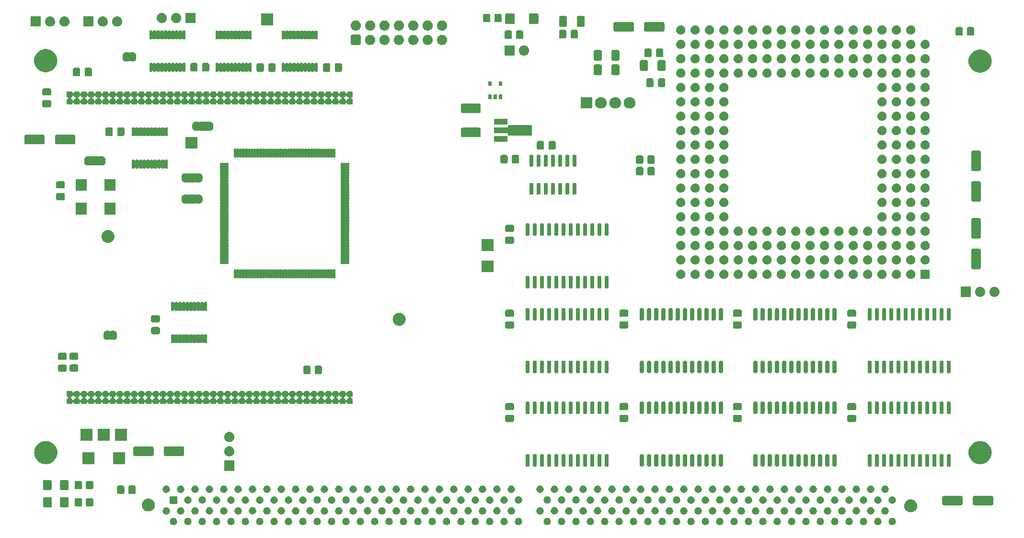
<source format=gbr>
G04 #@! TF.GenerationSoftware,KiCad,Pcbnew,7.0.6-0*
G04 #@! TF.CreationDate,2024-03-03T17:22:19+01:00*
G04 #@! TF.ProjectId,Z3660_v021d,5a333636-305f-4763-9032-31642e6b6963,v0.21d*
G04 #@! TF.SameCoordinates,Original*
G04 #@! TF.FileFunction,Soldermask,Top*
G04 #@! TF.FilePolarity,Negative*
%FSLAX46Y46*%
G04 Gerber Fmt 4.6, Leading zero omitted, Abs format (unit mm)*
G04 Created by KiCad (PCBNEW 7.0.6-0) date 2024-03-03 17:22:19*
%MOMM*%
%LPD*%
G01*
G04 APERTURE LIST*
G04 APERTURE END LIST*
G36*
X107270104Y-120093162D02*
G01*
X107313455Y-120093162D01*
X107349965Y-120102160D01*
X107379672Y-120105508D01*
X107418094Y-120118952D01*
X107465834Y-120130719D01*
X107494063Y-120145535D01*
X107517100Y-120153596D01*
X107556037Y-120178062D01*
X107604796Y-120203653D01*
X107624387Y-120221009D01*
X107640381Y-120231059D01*
X107676491Y-120267169D01*
X107722266Y-120307722D01*
X107733903Y-120324581D01*
X107743341Y-120334019D01*
X107773010Y-120381238D01*
X107811418Y-120436880D01*
X107816662Y-120450709D01*
X107820804Y-120457300D01*
X107840389Y-120513272D01*
X107867069Y-120583621D01*
X107868165Y-120592651D01*
X107868892Y-120594728D01*
X107875003Y-120648967D01*
X107885986Y-120739415D01*
X107875002Y-120829870D01*
X107868892Y-120884101D01*
X107868165Y-120886176D01*
X107867069Y-120895209D01*
X107840384Y-120965569D01*
X107820804Y-121021529D01*
X107816663Y-121028118D01*
X107811418Y-121041950D01*
X107773003Y-121097601D01*
X107743341Y-121144810D01*
X107733905Y-121154245D01*
X107722266Y-121171108D01*
X107676482Y-121211668D01*
X107640381Y-121247770D01*
X107624391Y-121257816D01*
X107604796Y-121275177D01*
X107556027Y-121300772D01*
X107517100Y-121325233D01*
X107494069Y-121333291D01*
X107465834Y-121348111D01*
X107418085Y-121359879D01*
X107379672Y-121373321D01*
X107349972Y-121376667D01*
X107313455Y-121385668D01*
X107270095Y-121385668D01*
X107234986Y-121389624D01*
X107199877Y-121385668D01*
X107156517Y-121385668D01*
X107120000Y-121376667D01*
X107090299Y-121373321D01*
X107051883Y-121359878D01*
X107004138Y-121348111D01*
X106975904Y-121333292D01*
X106952871Y-121325233D01*
X106913938Y-121300769D01*
X106865176Y-121275177D01*
X106845582Y-121257818D01*
X106829590Y-121247770D01*
X106793480Y-121211660D01*
X106747706Y-121171108D01*
X106736068Y-121154248D01*
X106726630Y-121144810D01*
X106696956Y-121097585D01*
X106658554Y-121041950D01*
X106653309Y-121028122D01*
X106649167Y-121021529D01*
X106629574Y-120965535D01*
X106602903Y-120895209D01*
X106601806Y-120886180D01*
X106601079Y-120884101D01*
X106594955Y-120829755D01*
X106583986Y-120739415D01*
X106594954Y-120649082D01*
X106601079Y-120594728D01*
X106601806Y-120592647D01*
X106602903Y-120583621D01*
X106629569Y-120513306D01*
X106649167Y-120457300D01*
X106653310Y-120450705D01*
X106658554Y-120436880D01*
X106696949Y-120381254D01*
X106726630Y-120334019D01*
X106736071Y-120324577D01*
X106747706Y-120307722D01*
X106793472Y-120267176D01*
X106829590Y-120231059D01*
X106845586Y-120221007D01*
X106865176Y-120203653D01*
X106913928Y-120178065D01*
X106952871Y-120153596D01*
X106975910Y-120145534D01*
X107004138Y-120130719D01*
X107051873Y-120118953D01*
X107090299Y-120105508D01*
X107120007Y-120102160D01*
X107156517Y-120093162D01*
X107199868Y-120093162D01*
X107234986Y-120089205D01*
X107270104Y-120093162D01*
G37*
G36*
X109810104Y-120093162D02*
G01*
X109853455Y-120093162D01*
X109889965Y-120102160D01*
X109919672Y-120105508D01*
X109958094Y-120118952D01*
X110005834Y-120130719D01*
X110034063Y-120145535D01*
X110057100Y-120153596D01*
X110096037Y-120178062D01*
X110144796Y-120203653D01*
X110164387Y-120221009D01*
X110180381Y-120231059D01*
X110216491Y-120267169D01*
X110262266Y-120307722D01*
X110273903Y-120324581D01*
X110283341Y-120334019D01*
X110313010Y-120381238D01*
X110351418Y-120436880D01*
X110356662Y-120450709D01*
X110360804Y-120457300D01*
X110380389Y-120513272D01*
X110407069Y-120583621D01*
X110408165Y-120592651D01*
X110408892Y-120594728D01*
X110415003Y-120648967D01*
X110425986Y-120739415D01*
X110415002Y-120829870D01*
X110408892Y-120884101D01*
X110408165Y-120886176D01*
X110407069Y-120895209D01*
X110380384Y-120965569D01*
X110360804Y-121021529D01*
X110356663Y-121028118D01*
X110351418Y-121041950D01*
X110313003Y-121097601D01*
X110283341Y-121144810D01*
X110273905Y-121154245D01*
X110262266Y-121171108D01*
X110216482Y-121211668D01*
X110180381Y-121247770D01*
X110164391Y-121257816D01*
X110144796Y-121275177D01*
X110096027Y-121300772D01*
X110057100Y-121325233D01*
X110034069Y-121333291D01*
X110005834Y-121348111D01*
X109958085Y-121359879D01*
X109919672Y-121373321D01*
X109889972Y-121376667D01*
X109853455Y-121385668D01*
X109810095Y-121385668D01*
X109774986Y-121389624D01*
X109739877Y-121385668D01*
X109696517Y-121385668D01*
X109660000Y-121376667D01*
X109630299Y-121373321D01*
X109591883Y-121359878D01*
X109544138Y-121348111D01*
X109515904Y-121333292D01*
X109492871Y-121325233D01*
X109453938Y-121300769D01*
X109405176Y-121275177D01*
X109385582Y-121257818D01*
X109369590Y-121247770D01*
X109333480Y-121211660D01*
X109287706Y-121171108D01*
X109276068Y-121154248D01*
X109266630Y-121144810D01*
X109236956Y-121097585D01*
X109198554Y-121041950D01*
X109193309Y-121028122D01*
X109189167Y-121021529D01*
X109169574Y-120965535D01*
X109142903Y-120895209D01*
X109141806Y-120886180D01*
X109141079Y-120884101D01*
X109134955Y-120829755D01*
X109123986Y-120739415D01*
X109134954Y-120649082D01*
X109141079Y-120594728D01*
X109141806Y-120592647D01*
X109142903Y-120583621D01*
X109169569Y-120513306D01*
X109189167Y-120457300D01*
X109193310Y-120450705D01*
X109198554Y-120436880D01*
X109236949Y-120381254D01*
X109266630Y-120334019D01*
X109276071Y-120324577D01*
X109287706Y-120307722D01*
X109333472Y-120267176D01*
X109369590Y-120231059D01*
X109385586Y-120221007D01*
X109405176Y-120203653D01*
X109453928Y-120178065D01*
X109492871Y-120153596D01*
X109515910Y-120145534D01*
X109544138Y-120130719D01*
X109591873Y-120118953D01*
X109630299Y-120105508D01*
X109660007Y-120102160D01*
X109696517Y-120093162D01*
X109739868Y-120093162D01*
X109774986Y-120089205D01*
X109810104Y-120093162D01*
G37*
G36*
X112350104Y-120093162D02*
G01*
X112393455Y-120093162D01*
X112429965Y-120102160D01*
X112459672Y-120105508D01*
X112498094Y-120118952D01*
X112545834Y-120130719D01*
X112574063Y-120145535D01*
X112597100Y-120153596D01*
X112636037Y-120178062D01*
X112684796Y-120203653D01*
X112704387Y-120221009D01*
X112720381Y-120231059D01*
X112756491Y-120267169D01*
X112802266Y-120307722D01*
X112813903Y-120324581D01*
X112823341Y-120334019D01*
X112853010Y-120381238D01*
X112891418Y-120436880D01*
X112896662Y-120450709D01*
X112900804Y-120457300D01*
X112920389Y-120513272D01*
X112947069Y-120583621D01*
X112948165Y-120592651D01*
X112948892Y-120594728D01*
X112955003Y-120648967D01*
X112965986Y-120739415D01*
X112955002Y-120829870D01*
X112948892Y-120884101D01*
X112948165Y-120886176D01*
X112947069Y-120895209D01*
X112920384Y-120965569D01*
X112900804Y-121021529D01*
X112896663Y-121028118D01*
X112891418Y-121041950D01*
X112853003Y-121097601D01*
X112823341Y-121144810D01*
X112813905Y-121154245D01*
X112802266Y-121171108D01*
X112756482Y-121211668D01*
X112720381Y-121247770D01*
X112704391Y-121257816D01*
X112684796Y-121275177D01*
X112636027Y-121300772D01*
X112597100Y-121325233D01*
X112574069Y-121333291D01*
X112545834Y-121348111D01*
X112498085Y-121359879D01*
X112459672Y-121373321D01*
X112429972Y-121376667D01*
X112393455Y-121385668D01*
X112350095Y-121385668D01*
X112314986Y-121389624D01*
X112279877Y-121385668D01*
X112236517Y-121385668D01*
X112200000Y-121376667D01*
X112170299Y-121373321D01*
X112131883Y-121359878D01*
X112084138Y-121348111D01*
X112055904Y-121333292D01*
X112032871Y-121325233D01*
X111993938Y-121300769D01*
X111945176Y-121275177D01*
X111925582Y-121257818D01*
X111909590Y-121247770D01*
X111873480Y-121211660D01*
X111827706Y-121171108D01*
X111816068Y-121154248D01*
X111806630Y-121144810D01*
X111776956Y-121097585D01*
X111738554Y-121041950D01*
X111733309Y-121028122D01*
X111729167Y-121021529D01*
X111709574Y-120965535D01*
X111682903Y-120895209D01*
X111681806Y-120886180D01*
X111681079Y-120884101D01*
X111674955Y-120829755D01*
X111663986Y-120739415D01*
X111674954Y-120649082D01*
X111681079Y-120594728D01*
X111681806Y-120592647D01*
X111682903Y-120583621D01*
X111709569Y-120513306D01*
X111729167Y-120457300D01*
X111733310Y-120450705D01*
X111738554Y-120436880D01*
X111776949Y-120381254D01*
X111806630Y-120334019D01*
X111816071Y-120324577D01*
X111827706Y-120307722D01*
X111873472Y-120267176D01*
X111909590Y-120231059D01*
X111925586Y-120221007D01*
X111945176Y-120203653D01*
X111993928Y-120178065D01*
X112032871Y-120153596D01*
X112055910Y-120145534D01*
X112084138Y-120130719D01*
X112131873Y-120118953D01*
X112170299Y-120105508D01*
X112200007Y-120102160D01*
X112236517Y-120093162D01*
X112279868Y-120093162D01*
X112314986Y-120089205D01*
X112350104Y-120093162D01*
G37*
G36*
X114890104Y-120093162D02*
G01*
X114933455Y-120093162D01*
X114969965Y-120102160D01*
X114999672Y-120105508D01*
X115038094Y-120118952D01*
X115085834Y-120130719D01*
X115114063Y-120145535D01*
X115137100Y-120153596D01*
X115176037Y-120178062D01*
X115224796Y-120203653D01*
X115244387Y-120221009D01*
X115260381Y-120231059D01*
X115296491Y-120267169D01*
X115342266Y-120307722D01*
X115353903Y-120324581D01*
X115363341Y-120334019D01*
X115393010Y-120381238D01*
X115431418Y-120436880D01*
X115436662Y-120450709D01*
X115440804Y-120457300D01*
X115460389Y-120513272D01*
X115487069Y-120583621D01*
X115488165Y-120592651D01*
X115488892Y-120594728D01*
X115495003Y-120648967D01*
X115505986Y-120739415D01*
X115495002Y-120829870D01*
X115488892Y-120884101D01*
X115488165Y-120886176D01*
X115487069Y-120895209D01*
X115460384Y-120965569D01*
X115440804Y-121021529D01*
X115436663Y-121028118D01*
X115431418Y-121041950D01*
X115393003Y-121097601D01*
X115363341Y-121144810D01*
X115353905Y-121154245D01*
X115342266Y-121171108D01*
X115296482Y-121211668D01*
X115260381Y-121247770D01*
X115244391Y-121257816D01*
X115224796Y-121275177D01*
X115176027Y-121300772D01*
X115137100Y-121325233D01*
X115114069Y-121333291D01*
X115085834Y-121348111D01*
X115038085Y-121359879D01*
X114999672Y-121373321D01*
X114969972Y-121376667D01*
X114933455Y-121385668D01*
X114890095Y-121385668D01*
X114854986Y-121389624D01*
X114819877Y-121385668D01*
X114776517Y-121385668D01*
X114740000Y-121376667D01*
X114710299Y-121373321D01*
X114671883Y-121359878D01*
X114624138Y-121348111D01*
X114595904Y-121333292D01*
X114572871Y-121325233D01*
X114533938Y-121300769D01*
X114485176Y-121275177D01*
X114465582Y-121257818D01*
X114449590Y-121247770D01*
X114413480Y-121211660D01*
X114367706Y-121171108D01*
X114356068Y-121154248D01*
X114346630Y-121144810D01*
X114316956Y-121097585D01*
X114278554Y-121041950D01*
X114273309Y-121028122D01*
X114269167Y-121021529D01*
X114249574Y-120965535D01*
X114222903Y-120895209D01*
X114221806Y-120886180D01*
X114221079Y-120884101D01*
X114214955Y-120829755D01*
X114203986Y-120739415D01*
X114214954Y-120649082D01*
X114221079Y-120594728D01*
X114221806Y-120592647D01*
X114222903Y-120583621D01*
X114249569Y-120513306D01*
X114269167Y-120457300D01*
X114273310Y-120450705D01*
X114278554Y-120436880D01*
X114316949Y-120381254D01*
X114346630Y-120334019D01*
X114356071Y-120324577D01*
X114367706Y-120307722D01*
X114413472Y-120267176D01*
X114449590Y-120231059D01*
X114465586Y-120221007D01*
X114485176Y-120203653D01*
X114533928Y-120178065D01*
X114572871Y-120153596D01*
X114595910Y-120145534D01*
X114624138Y-120130719D01*
X114671873Y-120118953D01*
X114710299Y-120105508D01*
X114740007Y-120102160D01*
X114776517Y-120093162D01*
X114819868Y-120093162D01*
X114854986Y-120089205D01*
X114890104Y-120093162D01*
G37*
G36*
X117430104Y-120093162D02*
G01*
X117473455Y-120093162D01*
X117509965Y-120102160D01*
X117539672Y-120105508D01*
X117578094Y-120118952D01*
X117625834Y-120130719D01*
X117654063Y-120145535D01*
X117677100Y-120153596D01*
X117716037Y-120178062D01*
X117764796Y-120203653D01*
X117784387Y-120221009D01*
X117800381Y-120231059D01*
X117836491Y-120267169D01*
X117882266Y-120307722D01*
X117893903Y-120324581D01*
X117903341Y-120334019D01*
X117933010Y-120381238D01*
X117971418Y-120436880D01*
X117976662Y-120450709D01*
X117980804Y-120457300D01*
X118000389Y-120513272D01*
X118027069Y-120583621D01*
X118028165Y-120592651D01*
X118028892Y-120594728D01*
X118035003Y-120648967D01*
X118045986Y-120739415D01*
X118035002Y-120829870D01*
X118028892Y-120884101D01*
X118028165Y-120886176D01*
X118027069Y-120895209D01*
X118000384Y-120965569D01*
X117980804Y-121021529D01*
X117976663Y-121028118D01*
X117971418Y-121041950D01*
X117933003Y-121097601D01*
X117903341Y-121144810D01*
X117893905Y-121154245D01*
X117882266Y-121171108D01*
X117836482Y-121211668D01*
X117800381Y-121247770D01*
X117784391Y-121257816D01*
X117764796Y-121275177D01*
X117716027Y-121300772D01*
X117677100Y-121325233D01*
X117654069Y-121333291D01*
X117625834Y-121348111D01*
X117578085Y-121359879D01*
X117539672Y-121373321D01*
X117509972Y-121376667D01*
X117473455Y-121385668D01*
X117430095Y-121385668D01*
X117394986Y-121389624D01*
X117359877Y-121385668D01*
X117316517Y-121385668D01*
X117280000Y-121376667D01*
X117250299Y-121373321D01*
X117211883Y-121359878D01*
X117164138Y-121348111D01*
X117135904Y-121333292D01*
X117112871Y-121325233D01*
X117073938Y-121300769D01*
X117025176Y-121275177D01*
X117005582Y-121257818D01*
X116989590Y-121247770D01*
X116953480Y-121211660D01*
X116907706Y-121171108D01*
X116896068Y-121154248D01*
X116886630Y-121144810D01*
X116856956Y-121097585D01*
X116818554Y-121041950D01*
X116813309Y-121028122D01*
X116809167Y-121021529D01*
X116789574Y-120965535D01*
X116762903Y-120895209D01*
X116761806Y-120886180D01*
X116761079Y-120884101D01*
X116754955Y-120829755D01*
X116743986Y-120739415D01*
X116754954Y-120649082D01*
X116761079Y-120594728D01*
X116761806Y-120592647D01*
X116762903Y-120583621D01*
X116789569Y-120513306D01*
X116809167Y-120457300D01*
X116813310Y-120450705D01*
X116818554Y-120436880D01*
X116856949Y-120381254D01*
X116886630Y-120334019D01*
X116896071Y-120324577D01*
X116907706Y-120307722D01*
X116953472Y-120267176D01*
X116989590Y-120231059D01*
X117005586Y-120221007D01*
X117025176Y-120203653D01*
X117073928Y-120178065D01*
X117112871Y-120153596D01*
X117135910Y-120145534D01*
X117164138Y-120130719D01*
X117211873Y-120118953D01*
X117250299Y-120105508D01*
X117280007Y-120102160D01*
X117316517Y-120093162D01*
X117359868Y-120093162D01*
X117394986Y-120089205D01*
X117430104Y-120093162D01*
G37*
G36*
X119970104Y-120093162D02*
G01*
X120013455Y-120093162D01*
X120049965Y-120102160D01*
X120079672Y-120105508D01*
X120118094Y-120118952D01*
X120165834Y-120130719D01*
X120194063Y-120145535D01*
X120217100Y-120153596D01*
X120256037Y-120178062D01*
X120304796Y-120203653D01*
X120324387Y-120221009D01*
X120340381Y-120231059D01*
X120376491Y-120267169D01*
X120422266Y-120307722D01*
X120433903Y-120324581D01*
X120443341Y-120334019D01*
X120473010Y-120381238D01*
X120511418Y-120436880D01*
X120516662Y-120450709D01*
X120520804Y-120457300D01*
X120540389Y-120513272D01*
X120567069Y-120583621D01*
X120568165Y-120592651D01*
X120568892Y-120594728D01*
X120575003Y-120648967D01*
X120585986Y-120739415D01*
X120575002Y-120829870D01*
X120568892Y-120884101D01*
X120568165Y-120886176D01*
X120567069Y-120895209D01*
X120540384Y-120965569D01*
X120520804Y-121021529D01*
X120516663Y-121028118D01*
X120511418Y-121041950D01*
X120473003Y-121097601D01*
X120443341Y-121144810D01*
X120433905Y-121154245D01*
X120422266Y-121171108D01*
X120376482Y-121211668D01*
X120340381Y-121247770D01*
X120324391Y-121257816D01*
X120304796Y-121275177D01*
X120256027Y-121300772D01*
X120217100Y-121325233D01*
X120194069Y-121333291D01*
X120165834Y-121348111D01*
X120118085Y-121359879D01*
X120079672Y-121373321D01*
X120049972Y-121376667D01*
X120013455Y-121385668D01*
X119970095Y-121385668D01*
X119934986Y-121389624D01*
X119899877Y-121385668D01*
X119856517Y-121385668D01*
X119820000Y-121376667D01*
X119790299Y-121373321D01*
X119751883Y-121359878D01*
X119704138Y-121348111D01*
X119675904Y-121333292D01*
X119652871Y-121325233D01*
X119613938Y-121300769D01*
X119565176Y-121275177D01*
X119545582Y-121257818D01*
X119529590Y-121247770D01*
X119493480Y-121211660D01*
X119447706Y-121171108D01*
X119436068Y-121154248D01*
X119426630Y-121144810D01*
X119396956Y-121097585D01*
X119358554Y-121041950D01*
X119353309Y-121028122D01*
X119349167Y-121021529D01*
X119329574Y-120965535D01*
X119302903Y-120895209D01*
X119301806Y-120886180D01*
X119301079Y-120884101D01*
X119294955Y-120829755D01*
X119283986Y-120739415D01*
X119294954Y-120649082D01*
X119301079Y-120594728D01*
X119301806Y-120592647D01*
X119302903Y-120583621D01*
X119329569Y-120513306D01*
X119349167Y-120457300D01*
X119353310Y-120450705D01*
X119358554Y-120436880D01*
X119396949Y-120381254D01*
X119426630Y-120334019D01*
X119436071Y-120324577D01*
X119447706Y-120307722D01*
X119493472Y-120267176D01*
X119529590Y-120231059D01*
X119545586Y-120221007D01*
X119565176Y-120203653D01*
X119613928Y-120178065D01*
X119652871Y-120153596D01*
X119675910Y-120145534D01*
X119704138Y-120130719D01*
X119751873Y-120118953D01*
X119790299Y-120105508D01*
X119820007Y-120102160D01*
X119856517Y-120093162D01*
X119899868Y-120093162D01*
X119934986Y-120089205D01*
X119970104Y-120093162D01*
G37*
G36*
X122510104Y-120093162D02*
G01*
X122553455Y-120093162D01*
X122589965Y-120102160D01*
X122619672Y-120105508D01*
X122658094Y-120118952D01*
X122705834Y-120130719D01*
X122734063Y-120145535D01*
X122757100Y-120153596D01*
X122796037Y-120178062D01*
X122844796Y-120203653D01*
X122864387Y-120221009D01*
X122880381Y-120231059D01*
X122916491Y-120267169D01*
X122962266Y-120307722D01*
X122973903Y-120324581D01*
X122983341Y-120334019D01*
X123013010Y-120381238D01*
X123051418Y-120436880D01*
X123056662Y-120450709D01*
X123060804Y-120457300D01*
X123080389Y-120513272D01*
X123107069Y-120583621D01*
X123108165Y-120592651D01*
X123108892Y-120594728D01*
X123115003Y-120648967D01*
X123125986Y-120739415D01*
X123115002Y-120829870D01*
X123108892Y-120884101D01*
X123108165Y-120886176D01*
X123107069Y-120895209D01*
X123080384Y-120965569D01*
X123060804Y-121021529D01*
X123056663Y-121028118D01*
X123051418Y-121041950D01*
X123013003Y-121097601D01*
X122983341Y-121144810D01*
X122973905Y-121154245D01*
X122962266Y-121171108D01*
X122916482Y-121211668D01*
X122880381Y-121247770D01*
X122864391Y-121257816D01*
X122844796Y-121275177D01*
X122796027Y-121300772D01*
X122757100Y-121325233D01*
X122734069Y-121333291D01*
X122705834Y-121348111D01*
X122658085Y-121359879D01*
X122619672Y-121373321D01*
X122589972Y-121376667D01*
X122553455Y-121385668D01*
X122510095Y-121385668D01*
X122474986Y-121389624D01*
X122439877Y-121385668D01*
X122396517Y-121385668D01*
X122360000Y-121376667D01*
X122330299Y-121373321D01*
X122291883Y-121359878D01*
X122244138Y-121348111D01*
X122215904Y-121333292D01*
X122192871Y-121325233D01*
X122153938Y-121300769D01*
X122105176Y-121275177D01*
X122085582Y-121257818D01*
X122069590Y-121247770D01*
X122033480Y-121211660D01*
X121987706Y-121171108D01*
X121976068Y-121154248D01*
X121966630Y-121144810D01*
X121936956Y-121097585D01*
X121898554Y-121041950D01*
X121893309Y-121028122D01*
X121889167Y-121021529D01*
X121869574Y-120965535D01*
X121842903Y-120895209D01*
X121841806Y-120886180D01*
X121841079Y-120884101D01*
X121834955Y-120829755D01*
X121823986Y-120739415D01*
X121834954Y-120649082D01*
X121841079Y-120594728D01*
X121841806Y-120592647D01*
X121842903Y-120583621D01*
X121869569Y-120513306D01*
X121889167Y-120457300D01*
X121893310Y-120450705D01*
X121898554Y-120436880D01*
X121936949Y-120381254D01*
X121966630Y-120334019D01*
X121976071Y-120324577D01*
X121987706Y-120307722D01*
X122033472Y-120267176D01*
X122069590Y-120231059D01*
X122085586Y-120221007D01*
X122105176Y-120203653D01*
X122153928Y-120178065D01*
X122192871Y-120153596D01*
X122215910Y-120145534D01*
X122244138Y-120130719D01*
X122291873Y-120118953D01*
X122330299Y-120105508D01*
X122360007Y-120102160D01*
X122396517Y-120093162D01*
X122439868Y-120093162D01*
X122474986Y-120089205D01*
X122510104Y-120093162D01*
G37*
G36*
X125050104Y-120093162D02*
G01*
X125093455Y-120093162D01*
X125129965Y-120102160D01*
X125159672Y-120105508D01*
X125198094Y-120118952D01*
X125245834Y-120130719D01*
X125274063Y-120145535D01*
X125297100Y-120153596D01*
X125336037Y-120178062D01*
X125384796Y-120203653D01*
X125404387Y-120221009D01*
X125420381Y-120231059D01*
X125456491Y-120267169D01*
X125502266Y-120307722D01*
X125513903Y-120324581D01*
X125523341Y-120334019D01*
X125553010Y-120381238D01*
X125591418Y-120436880D01*
X125596662Y-120450709D01*
X125600804Y-120457300D01*
X125620389Y-120513272D01*
X125647069Y-120583621D01*
X125648165Y-120592651D01*
X125648892Y-120594728D01*
X125655003Y-120648967D01*
X125665986Y-120739415D01*
X125655002Y-120829870D01*
X125648892Y-120884101D01*
X125648165Y-120886176D01*
X125647069Y-120895209D01*
X125620384Y-120965569D01*
X125600804Y-121021529D01*
X125596663Y-121028118D01*
X125591418Y-121041950D01*
X125553003Y-121097601D01*
X125523341Y-121144810D01*
X125513905Y-121154245D01*
X125502266Y-121171108D01*
X125456482Y-121211668D01*
X125420381Y-121247770D01*
X125404391Y-121257816D01*
X125384796Y-121275177D01*
X125336027Y-121300772D01*
X125297100Y-121325233D01*
X125274069Y-121333291D01*
X125245834Y-121348111D01*
X125198085Y-121359879D01*
X125159672Y-121373321D01*
X125129972Y-121376667D01*
X125093455Y-121385668D01*
X125050095Y-121385668D01*
X125014986Y-121389624D01*
X124979877Y-121385668D01*
X124936517Y-121385668D01*
X124900000Y-121376667D01*
X124870299Y-121373321D01*
X124831883Y-121359878D01*
X124784138Y-121348111D01*
X124755904Y-121333292D01*
X124732871Y-121325233D01*
X124693938Y-121300769D01*
X124645176Y-121275177D01*
X124625582Y-121257818D01*
X124609590Y-121247770D01*
X124573480Y-121211660D01*
X124527706Y-121171108D01*
X124516068Y-121154248D01*
X124506630Y-121144810D01*
X124476956Y-121097585D01*
X124438554Y-121041950D01*
X124433309Y-121028122D01*
X124429167Y-121021529D01*
X124409574Y-120965535D01*
X124382903Y-120895209D01*
X124381806Y-120886180D01*
X124381079Y-120884101D01*
X124374955Y-120829755D01*
X124363986Y-120739415D01*
X124374954Y-120649082D01*
X124381079Y-120594728D01*
X124381806Y-120592647D01*
X124382903Y-120583621D01*
X124409569Y-120513306D01*
X124429167Y-120457300D01*
X124433310Y-120450705D01*
X124438554Y-120436880D01*
X124476949Y-120381254D01*
X124506630Y-120334019D01*
X124516071Y-120324577D01*
X124527706Y-120307722D01*
X124573472Y-120267176D01*
X124609590Y-120231059D01*
X124625586Y-120221007D01*
X124645176Y-120203653D01*
X124693928Y-120178065D01*
X124732871Y-120153596D01*
X124755910Y-120145534D01*
X124784138Y-120130719D01*
X124831873Y-120118953D01*
X124870299Y-120105508D01*
X124900007Y-120102160D01*
X124936517Y-120093162D01*
X124979868Y-120093162D01*
X125014986Y-120089205D01*
X125050104Y-120093162D01*
G37*
G36*
X127590104Y-120093162D02*
G01*
X127633455Y-120093162D01*
X127669965Y-120102160D01*
X127699672Y-120105508D01*
X127738094Y-120118952D01*
X127785834Y-120130719D01*
X127814063Y-120145535D01*
X127837100Y-120153596D01*
X127876037Y-120178062D01*
X127924796Y-120203653D01*
X127944387Y-120221009D01*
X127960381Y-120231059D01*
X127996491Y-120267169D01*
X128042266Y-120307722D01*
X128053903Y-120324581D01*
X128063341Y-120334019D01*
X128093010Y-120381238D01*
X128131418Y-120436880D01*
X128136662Y-120450709D01*
X128140804Y-120457300D01*
X128160389Y-120513272D01*
X128187069Y-120583621D01*
X128188165Y-120592651D01*
X128188892Y-120594728D01*
X128195003Y-120648967D01*
X128205986Y-120739415D01*
X128195002Y-120829870D01*
X128188892Y-120884101D01*
X128188165Y-120886176D01*
X128187069Y-120895209D01*
X128160384Y-120965569D01*
X128140804Y-121021529D01*
X128136663Y-121028118D01*
X128131418Y-121041950D01*
X128093003Y-121097601D01*
X128063341Y-121144810D01*
X128053905Y-121154245D01*
X128042266Y-121171108D01*
X127996482Y-121211668D01*
X127960381Y-121247770D01*
X127944391Y-121257816D01*
X127924796Y-121275177D01*
X127876027Y-121300772D01*
X127837100Y-121325233D01*
X127814069Y-121333291D01*
X127785834Y-121348111D01*
X127738085Y-121359879D01*
X127699672Y-121373321D01*
X127669972Y-121376667D01*
X127633455Y-121385668D01*
X127590095Y-121385668D01*
X127554986Y-121389624D01*
X127519877Y-121385668D01*
X127476517Y-121385668D01*
X127440000Y-121376667D01*
X127410299Y-121373321D01*
X127371883Y-121359878D01*
X127324138Y-121348111D01*
X127295904Y-121333292D01*
X127272871Y-121325233D01*
X127233938Y-121300769D01*
X127185176Y-121275177D01*
X127165582Y-121257818D01*
X127149590Y-121247770D01*
X127113480Y-121211660D01*
X127067706Y-121171108D01*
X127056068Y-121154248D01*
X127046630Y-121144810D01*
X127016956Y-121097585D01*
X126978554Y-121041950D01*
X126973309Y-121028122D01*
X126969167Y-121021529D01*
X126949574Y-120965535D01*
X126922903Y-120895209D01*
X126921806Y-120886180D01*
X126921079Y-120884101D01*
X126914955Y-120829755D01*
X126903986Y-120739415D01*
X126914954Y-120649082D01*
X126921079Y-120594728D01*
X126921806Y-120592647D01*
X126922903Y-120583621D01*
X126949569Y-120513306D01*
X126969167Y-120457300D01*
X126973310Y-120450705D01*
X126978554Y-120436880D01*
X127016949Y-120381254D01*
X127046630Y-120334019D01*
X127056071Y-120324577D01*
X127067706Y-120307722D01*
X127113472Y-120267176D01*
X127149590Y-120231059D01*
X127165586Y-120221007D01*
X127185176Y-120203653D01*
X127233928Y-120178065D01*
X127272871Y-120153596D01*
X127295910Y-120145534D01*
X127324138Y-120130719D01*
X127371873Y-120118953D01*
X127410299Y-120105508D01*
X127440007Y-120102160D01*
X127476517Y-120093162D01*
X127519868Y-120093162D01*
X127554986Y-120089205D01*
X127590104Y-120093162D01*
G37*
G36*
X130130104Y-120093162D02*
G01*
X130173455Y-120093162D01*
X130209965Y-120102160D01*
X130239672Y-120105508D01*
X130278094Y-120118952D01*
X130325834Y-120130719D01*
X130354063Y-120145535D01*
X130377100Y-120153596D01*
X130416037Y-120178062D01*
X130464796Y-120203653D01*
X130484387Y-120221009D01*
X130500381Y-120231059D01*
X130536491Y-120267169D01*
X130582266Y-120307722D01*
X130593903Y-120324581D01*
X130603341Y-120334019D01*
X130633010Y-120381238D01*
X130671418Y-120436880D01*
X130676662Y-120450709D01*
X130680804Y-120457300D01*
X130700389Y-120513272D01*
X130727069Y-120583621D01*
X130728165Y-120592651D01*
X130728892Y-120594728D01*
X130735003Y-120648967D01*
X130745986Y-120739415D01*
X130735002Y-120829870D01*
X130728892Y-120884101D01*
X130728165Y-120886176D01*
X130727069Y-120895209D01*
X130700384Y-120965569D01*
X130680804Y-121021529D01*
X130676663Y-121028118D01*
X130671418Y-121041950D01*
X130633003Y-121097601D01*
X130603341Y-121144810D01*
X130593905Y-121154245D01*
X130582266Y-121171108D01*
X130536482Y-121211668D01*
X130500381Y-121247770D01*
X130484391Y-121257816D01*
X130464796Y-121275177D01*
X130416027Y-121300772D01*
X130377100Y-121325233D01*
X130354069Y-121333291D01*
X130325834Y-121348111D01*
X130278085Y-121359879D01*
X130239672Y-121373321D01*
X130209972Y-121376667D01*
X130173455Y-121385668D01*
X130130095Y-121385668D01*
X130094986Y-121389624D01*
X130059877Y-121385668D01*
X130016517Y-121385668D01*
X129980000Y-121376667D01*
X129950299Y-121373321D01*
X129911883Y-121359878D01*
X129864138Y-121348111D01*
X129835904Y-121333292D01*
X129812871Y-121325233D01*
X129773938Y-121300769D01*
X129725176Y-121275177D01*
X129705582Y-121257818D01*
X129689590Y-121247770D01*
X129653480Y-121211660D01*
X129607706Y-121171108D01*
X129596068Y-121154248D01*
X129586630Y-121144810D01*
X129556956Y-121097585D01*
X129518554Y-121041950D01*
X129513309Y-121028122D01*
X129509167Y-121021529D01*
X129489574Y-120965535D01*
X129462903Y-120895209D01*
X129461806Y-120886180D01*
X129461079Y-120884101D01*
X129454955Y-120829755D01*
X129443986Y-120739415D01*
X129454954Y-120649082D01*
X129461079Y-120594728D01*
X129461806Y-120592647D01*
X129462903Y-120583621D01*
X129489569Y-120513306D01*
X129509167Y-120457300D01*
X129513310Y-120450705D01*
X129518554Y-120436880D01*
X129556949Y-120381254D01*
X129586630Y-120334019D01*
X129596071Y-120324577D01*
X129607706Y-120307722D01*
X129653472Y-120267176D01*
X129689590Y-120231059D01*
X129705586Y-120221007D01*
X129725176Y-120203653D01*
X129773928Y-120178065D01*
X129812871Y-120153596D01*
X129835910Y-120145534D01*
X129864138Y-120130719D01*
X129911873Y-120118953D01*
X129950299Y-120105508D01*
X129980007Y-120102160D01*
X130016517Y-120093162D01*
X130059868Y-120093162D01*
X130094986Y-120089205D01*
X130130104Y-120093162D01*
G37*
G36*
X132670104Y-120093162D02*
G01*
X132713455Y-120093162D01*
X132749965Y-120102160D01*
X132779672Y-120105508D01*
X132818094Y-120118952D01*
X132865834Y-120130719D01*
X132894063Y-120145535D01*
X132917100Y-120153596D01*
X132956037Y-120178062D01*
X133004796Y-120203653D01*
X133024387Y-120221009D01*
X133040381Y-120231059D01*
X133076491Y-120267169D01*
X133122266Y-120307722D01*
X133133903Y-120324581D01*
X133143341Y-120334019D01*
X133173010Y-120381238D01*
X133211418Y-120436880D01*
X133216662Y-120450709D01*
X133220804Y-120457300D01*
X133240389Y-120513272D01*
X133267069Y-120583621D01*
X133268165Y-120592651D01*
X133268892Y-120594728D01*
X133275003Y-120648967D01*
X133285986Y-120739415D01*
X133275002Y-120829870D01*
X133268892Y-120884101D01*
X133268165Y-120886176D01*
X133267069Y-120895209D01*
X133240384Y-120965569D01*
X133220804Y-121021529D01*
X133216663Y-121028118D01*
X133211418Y-121041950D01*
X133173003Y-121097601D01*
X133143341Y-121144810D01*
X133133905Y-121154245D01*
X133122266Y-121171108D01*
X133076482Y-121211668D01*
X133040381Y-121247770D01*
X133024391Y-121257816D01*
X133004796Y-121275177D01*
X132956027Y-121300772D01*
X132917100Y-121325233D01*
X132894069Y-121333291D01*
X132865834Y-121348111D01*
X132818085Y-121359879D01*
X132779672Y-121373321D01*
X132749972Y-121376667D01*
X132713455Y-121385668D01*
X132670095Y-121385668D01*
X132634986Y-121389624D01*
X132599877Y-121385668D01*
X132556517Y-121385668D01*
X132520000Y-121376667D01*
X132490299Y-121373321D01*
X132451883Y-121359878D01*
X132404138Y-121348111D01*
X132375904Y-121333292D01*
X132352871Y-121325233D01*
X132313938Y-121300769D01*
X132265176Y-121275177D01*
X132245582Y-121257818D01*
X132229590Y-121247770D01*
X132193480Y-121211660D01*
X132147706Y-121171108D01*
X132136068Y-121154248D01*
X132126630Y-121144810D01*
X132096956Y-121097585D01*
X132058554Y-121041950D01*
X132053309Y-121028122D01*
X132049167Y-121021529D01*
X132029574Y-120965535D01*
X132002903Y-120895209D01*
X132001806Y-120886180D01*
X132001079Y-120884101D01*
X131994955Y-120829755D01*
X131983986Y-120739415D01*
X131994954Y-120649082D01*
X132001079Y-120594728D01*
X132001806Y-120592647D01*
X132002903Y-120583621D01*
X132029569Y-120513306D01*
X132049167Y-120457300D01*
X132053310Y-120450705D01*
X132058554Y-120436880D01*
X132096949Y-120381254D01*
X132126630Y-120334019D01*
X132136071Y-120324577D01*
X132147706Y-120307722D01*
X132193472Y-120267176D01*
X132229590Y-120231059D01*
X132245586Y-120221007D01*
X132265176Y-120203653D01*
X132313928Y-120178065D01*
X132352871Y-120153596D01*
X132375910Y-120145534D01*
X132404138Y-120130719D01*
X132451873Y-120118953D01*
X132490299Y-120105508D01*
X132520007Y-120102160D01*
X132556517Y-120093162D01*
X132599868Y-120093162D01*
X132634986Y-120089205D01*
X132670104Y-120093162D01*
G37*
G36*
X135210104Y-120093162D02*
G01*
X135253455Y-120093162D01*
X135289965Y-120102160D01*
X135319672Y-120105508D01*
X135358094Y-120118952D01*
X135405834Y-120130719D01*
X135434063Y-120145535D01*
X135457100Y-120153596D01*
X135496037Y-120178062D01*
X135544796Y-120203653D01*
X135564387Y-120221009D01*
X135580381Y-120231059D01*
X135616491Y-120267169D01*
X135662266Y-120307722D01*
X135673903Y-120324581D01*
X135683341Y-120334019D01*
X135713010Y-120381238D01*
X135751418Y-120436880D01*
X135756662Y-120450709D01*
X135760804Y-120457300D01*
X135780389Y-120513272D01*
X135807069Y-120583621D01*
X135808165Y-120592651D01*
X135808892Y-120594728D01*
X135815003Y-120648967D01*
X135825986Y-120739415D01*
X135815002Y-120829870D01*
X135808892Y-120884101D01*
X135808165Y-120886176D01*
X135807069Y-120895209D01*
X135780384Y-120965569D01*
X135760804Y-121021529D01*
X135756663Y-121028118D01*
X135751418Y-121041950D01*
X135713003Y-121097601D01*
X135683341Y-121144810D01*
X135673905Y-121154245D01*
X135662266Y-121171108D01*
X135616482Y-121211668D01*
X135580381Y-121247770D01*
X135564391Y-121257816D01*
X135544796Y-121275177D01*
X135496027Y-121300772D01*
X135457100Y-121325233D01*
X135434069Y-121333291D01*
X135405834Y-121348111D01*
X135358085Y-121359879D01*
X135319672Y-121373321D01*
X135289972Y-121376667D01*
X135253455Y-121385668D01*
X135210095Y-121385668D01*
X135174986Y-121389624D01*
X135139877Y-121385668D01*
X135096517Y-121385668D01*
X135060000Y-121376667D01*
X135030299Y-121373321D01*
X134991883Y-121359878D01*
X134944138Y-121348111D01*
X134915904Y-121333292D01*
X134892871Y-121325233D01*
X134853938Y-121300769D01*
X134805176Y-121275177D01*
X134785582Y-121257818D01*
X134769590Y-121247770D01*
X134733480Y-121211660D01*
X134687706Y-121171108D01*
X134676068Y-121154248D01*
X134666630Y-121144810D01*
X134636956Y-121097585D01*
X134598554Y-121041950D01*
X134593309Y-121028122D01*
X134589167Y-121021529D01*
X134569574Y-120965535D01*
X134542903Y-120895209D01*
X134541806Y-120886180D01*
X134541079Y-120884101D01*
X134534955Y-120829755D01*
X134523986Y-120739415D01*
X134534954Y-120649082D01*
X134541079Y-120594728D01*
X134541806Y-120592647D01*
X134542903Y-120583621D01*
X134569569Y-120513306D01*
X134589167Y-120457300D01*
X134593310Y-120450705D01*
X134598554Y-120436880D01*
X134636949Y-120381254D01*
X134666630Y-120334019D01*
X134676071Y-120324577D01*
X134687706Y-120307722D01*
X134733472Y-120267176D01*
X134769590Y-120231059D01*
X134785586Y-120221007D01*
X134805176Y-120203653D01*
X134853928Y-120178065D01*
X134892871Y-120153596D01*
X134915910Y-120145534D01*
X134944138Y-120130719D01*
X134991873Y-120118953D01*
X135030299Y-120105508D01*
X135060007Y-120102160D01*
X135096517Y-120093162D01*
X135139868Y-120093162D01*
X135174986Y-120089205D01*
X135210104Y-120093162D01*
G37*
G36*
X137750104Y-120093162D02*
G01*
X137793455Y-120093162D01*
X137829965Y-120102160D01*
X137859672Y-120105508D01*
X137898094Y-120118952D01*
X137945834Y-120130719D01*
X137974063Y-120145535D01*
X137997100Y-120153596D01*
X138036037Y-120178062D01*
X138084796Y-120203653D01*
X138104387Y-120221009D01*
X138120381Y-120231059D01*
X138156491Y-120267169D01*
X138202266Y-120307722D01*
X138213903Y-120324581D01*
X138223341Y-120334019D01*
X138253010Y-120381238D01*
X138291418Y-120436880D01*
X138296662Y-120450709D01*
X138300804Y-120457300D01*
X138320389Y-120513272D01*
X138347069Y-120583621D01*
X138348165Y-120592651D01*
X138348892Y-120594728D01*
X138355003Y-120648967D01*
X138365986Y-120739415D01*
X138355002Y-120829870D01*
X138348892Y-120884101D01*
X138348165Y-120886176D01*
X138347069Y-120895209D01*
X138320384Y-120965569D01*
X138300804Y-121021529D01*
X138296663Y-121028118D01*
X138291418Y-121041950D01*
X138253003Y-121097601D01*
X138223341Y-121144810D01*
X138213905Y-121154245D01*
X138202266Y-121171108D01*
X138156482Y-121211668D01*
X138120381Y-121247770D01*
X138104391Y-121257816D01*
X138084796Y-121275177D01*
X138036027Y-121300772D01*
X137997100Y-121325233D01*
X137974069Y-121333291D01*
X137945834Y-121348111D01*
X137898085Y-121359879D01*
X137859672Y-121373321D01*
X137829972Y-121376667D01*
X137793455Y-121385668D01*
X137750095Y-121385668D01*
X137714986Y-121389624D01*
X137679877Y-121385668D01*
X137636517Y-121385668D01*
X137600000Y-121376667D01*
X137570299Y-121373321D01*
X137531883Y-121359878D01*
X137484138Y-121348111D01*
X137455904Y-121333292D01*
X137432871Y-121325233D01*
X137393938Y-121300769D01*
X137345176Y-121275177D01*
X137325582Y-121257818D01*
X137309590Y-121247770D01*
X137273480Y-121211660D01*
X137227706Y-121171108D01*
X137216068Y-121154248D01*
X137206630Y-121144810D01*
X137176956Y-121097585D01*
X137138554Y-121041950D01*
X137133309Y-121028122D01*
X137129167Y-121021529D01*
X137109574Y-120965535D01*
X137082903Y-120895209D01*
X137081806Y-120886180D01*
X137081079Y-120884101D01*
X137074955Y-120829755D01*
X137063986Y-120739415D01*
X137074954Y-120649082D01*
X137081079Y-120594728D01*
X137081806Y-120592647D01*
X137082903Y-120583621D01*
X137109569Y-120513306D01*
X137129167Y-120457300D01*
X137133310Y-120450705D01*
X137138554Y-120436880D01*
X137176949Y-120381254D01*
X137206630Y-120334019D01*
X137216071Y-120324577D01*
X137227706Y-120307722D01*
X137273472Y-120267176D01*
X137309590Y-120231059D01*
X137325586Y-120221007D01*
X137345176Y-120203653D01*
X137393928Y-120178065D01*
X137432871Y-120153596D01*
X137455910Y-120145534D01*
X137484138Y-120130719D01*
X137531873Y-120118953D01*
X137570299Y-120105508D01*
X137600007Y-120102160D01*
X137636517Y-120093162D01*
X137679868Y-120093162D01*
X137714986Y-120089205D01*
X137750104Y-120093162D01*
G37*
G36*
X140290104Y-120093162D02*
G01*
X140333455Y-120093162D01*
X140369965Y-120102160D01*
X140399672Y-120105508D01*
X140438094Y-120118952D01*
X140485834Y-120130719D01*
X140514063Y-120145535D01*
X140537100Y-120153596D01*
X140576037Y-120178062D01*
X140624796Y-120203653D01*
X140644387Y-120221009D01*
X140660381Y-120231059D01*
X140696491Y-120267169D01*
X140742266Y-120307722D01*
X140753903Y-120324581D01*
X140763341Y-120334019D01*
X140793010Y-120381238D01*
X140831418Y-120436880D01*
X140836662Y-120450709D01*
X140840804Y-120457300D01*
X140860389Y-120513272D01*
X140887069Y-120583621D01*
X140888165Y-120592651D01*
X140888892Y-120594728D01*
X140895003Y-120648967D01*
X140905986Y-120739415D01*
X140895002Y-120829870D01*
X140888892Y-120884101D01*
X140888165Y-120886176D01*
X140887069Y-120895209D01*
X140860384Y-120965569D01*
X140840804Y-121021529D01*
X140836663Y-121028118D01*
X140831418Y-121041950D01*
X140793003Y-121097601D01*
X140763341Y-121144810D01*
X140753905Y-121154245D01*
X140742266Y-121171108D01*
X140696482Y-121211668D01*
X140660381Y-121247770D01*
X140644391Y-121257816D01*
X140624796Y-121275177D01*
X140576027Y-121300772D01*
X140537100Y-121325233D01*
X140514069Y-121333291D01*
X140485834Y-121348111D01*
X140438085Y-121359879D01*
X140399672Y-121373321D01*
X140369972Y-121376667D01*
X140333455Y-121385668D01*
X140290095Y-121385668D01*
X140254986Y-121389624D01*
X140219877Y-121385668D01*
X140176517Y-121385668D01*
X140140000Y-121376667D01*
X140110299Y-121373321D01*
X140071883Y-121359878D01*
X140024138Y-121348111D01*
X139995904Y-121333292D01*
X139972871Y-121325233D01*
X139933938Y-121300769D01*
X139885176Y-121275177D01*
X139865582Y-121257818D01*
X139849590Y-121247770D01*
X139813480Y-121211660D01*
X139767706Y-121171108D01*
X139756068Y-121154248D01*
X139746630Y-121144810D01*
X139716956Y-121097585D01*
X139678554Y-121041950D01*
X139673309Y-121028122D01*
X139669167Y-121021529D01*
X139649574Y-120965535D01*
X139622903Y-120895209D01*
X139621806Y-120886180D01*
X139621079Y-120884101D01*
X139614955Y-120829755D01*
X139603986Y-120739415D01*
X139614954Y-120649082D01*
X139621079Y-120594728D01*
X139621806Y-120592647D01*
X139622903Y-120583621D01*
X139649569Y-120513306D01*
X139669167Y-120457300D01*
X139673310Y-120450705D01*
X139678554Y-120436880D01*
X139716949Y-120381254D01*
X139746630Y-120334019D01*
X139756071Y-120324577D01*
X139767706Y-120307722D01*
X139813472Y-120267176D01*
X139849590Y-120231059D01*
X139865586Y-120221007D01*
X139885176Y-120203653D01*
X139933928Y-120178065D01*
X139972871Y-120153596D01*
X139995910Y-120145534D01*
X140024138Y-120130719D01*
X140071873Y-120118953D01*
X140110299Y-120105508D01*
X140140007Y-120102160D01*
X140176517Y-120093162D01*
X140219868Y-120093162D01*
X140254986Y-120089205D01*
X140290104Y-120093162D01*
G37*
G36*
X142830104Y-120093162D02*
G01*
X142873455Y-120093162D01*
X142909965Y-120102160D01*
X142939672Y-120105508D01*
X142978094Y-120118952D01*
X143025834Y-120130719D01*
X143054063Y-120145535D01*
X143077100Y-120153596D01*
X143116037Y-120178062D01*
X143164796Y-120203653D01*
X143184387Y-120221009D01*
X143200381Y-120231059D01*
X143236491Y-120267169D01*
X143282266Y-120307722D01*
X143293903Y-120324581D01*
X143303341Y-120334019D01*
X143333010Y-120381238D01*
X143371418Y-120436880D01*
X143376662Y-120450709D01*
X143380804Y-120457300D01*
X143400389Y-120513272D01*
X143427069Y-120583621D01*
X143428165Y-120592651D01*
X143428892Y-120594728D01*
X143435003Y-120648967D01*
X143445986Y-120739415D01*
X143435002Y-120829870D01*
X143428892Y-120884101D01*
X143428165Y-120886176D01*
X143427069Y-120895209D01*
X143400384Y-120965569D01*
X143380804Y-121021529D01*
X143376663Y-121028118D01*
X143371418Y-121041950D01*
X143333003Y-121097601D01*
X143303341Y-121144810D01*
X143293905Y-121154245D01*
X143282266Y-121171108D01*
X143236482Y-121211668D01*
X143200381Y-121247770D01*
X143184391Y-121257816D01*
X143164796Y-121275177D01*
X143116027Y-121300772D01*
X143077100Y-121325233D01*
X143054069Y-121333291D01*
X143025834Y-121348111D01*
X142978085Y-121359879D01*
X142939672Y-121373321D01*
X142909972Y-121376667D01*
X142873455Y-121385668D01*
X142830095Y-121385668D01*
X142794986Y-121389624D01*
X142759877Y-121385668D01*
X142716517Y-121385668D01*
X142680000Y-121376667D01*
X142650299Y-121373321D01*
X142611883Y-121359878D01*
X142564138Y-121348111D01*
X142535904Y-121333292D01*
X142512871Y-121325233D01*
X142473938Y-121300769D01*
X142425176Y-121275177D01*
X142405582Y-121257818D01*
X142389590Y-121247770D01*
X142353480Y-121211660D01*
X142307706Y-121171108D01*
X142296068Y-121154248D01*
X142286630Y-121144810D01*
X142256956Y-121097585D01*
X142218554Y-121041950D01*
X142213309Y-121028122D01*
X142209167Y-121021529D01*
X142189574Y-120965535D01*
X142162903Y-120895209D01*
X142161806Y-120886180D01*
X142161079Y-120884101D01*
X142154955Y-120829755D01*
X142143986Y-120739415D01*
X142154954Y-120649082D01*
X142161079Y-120594728D01*
X142161806Y-120592647D01*
X142162903Y-120583621D01*
X142189569Y-120513306D01*
X142209167Y-120457300D01*
X142213310Y-120450705D01*
X142218554Y-120436880D01*
X142256949Y-120381254D01*
X142286630Y-120334019D01*
X142296071Y-120324577D01*
X142307706Y-120307722D01*
X142353472Y-120267176D01*
X142389590Y-120231059D01*
X142405586Y-120221007D01*
X142425176Y-120203653D01*
X142473928Y-120178065D01*
X142512871Y-120153596D01*
X142535910Y-120145534D01*
X142564138Y-120130719D01*
X142611873Y-120118953D01*
X142650299Y-120105508D01*
X142680007Y-120102160D01*
X142716517Y-120093162D01*
X142759868Y-120093162D01*
X142794986Y-120089205D01*
X142830104Y-120093162D01*
G37*
G36*
X145370104Y-120093162D02*
G01*
X145413455Y-120093162D01*
X145449965Y-120102160D01*
X145479672Y-120105508D01*
X145518094Y-120118952D01*
X145565834Y-120130719D01*
X145594063Y-120145535D01*
X145617100Y-120153596D01*
X145656037Y-120178062D01*
X145704796Y-120203653D01*
X145724387Y-120221009D01*
X145740381Y-120231059D01*
X145776491Y-120267169D01*
X145822266Y-120307722D01*
X145833903Y-120324581D01*
X145843341Y-120334019D01*
X145873010Y-120381238D01*
X145911418Y-120436880D01*
X145916662Y-120450709D01*
X145920804Y-120457300D01*
X145940389Y-120513272D01*
X145967069Y-120583621D01*
X145968165Y-120592651D01*
X145968892Y-120594728D01*
X145975004Y-120648972D01*
X145985986Y-120739415D01*
X145975002Y-120829874D01*
X145968892Y-120884101D01*
X145968165Y-120886176D01*
X145967069Y-120895209D01*
X145940384Y-120965569D01*
X145920804Y-121021529D01*
X145916663Y-121028118D01*
X145911418Y-121041950D01*
X145873003Y-121097601D01*
X145843341Y-121144810D01*
X145833905Y-121154245D01*
X145822266Y-121171108D01*
X145776482Y-121211668D01*
X145740381Y-121247770D01*
X145724391Y-121257816D01*
X145704796Y-121275177D01*
X145656027Y-121300772D01*
X145617100Y-121325233D01*
X145594069Y-121333291D01*
X145565834Y-121348111D01*
X145518085Y-121359879D01*
X145479672Y-121373321D01*
X145449972Y-121376667D01*
X145413455Y-121385668D01*
X145370095Y-121385668D01*
X145334986Y-121389624D01*
X145299877Y-121385668D01*
X145256517Y-121385668D01*
X145220000Y-121376667D01*
X145190299Y-121373321D01*
X145151883Y-121359878D01*
X145104138Y-121348111D01*
X145075904Y-121333292D01*
X145052871Y-121325233D01*
X145013938Y-121300769D01*
X144965176Y-121275177D01*
X144945582Y-121257818D01*
X144929590Y-121247770D01*
X144893480Y-121211660D01*
X144847706Y-121171108D01*
X144836068Y-121154248D01*
X144826630Y-121144810D01*
X144796956Y-121097585D01*
X144758554Y-121041950D01*
X144753309Y-121028122D01*
X144749167Y-121021529D01*
X144729574Y-120965535D01*
X144702903Y-120895209D01*
X144701806Y-120886180D01*
X144701079Y-120884101D01*
X144694955Y-120829755D01*
X144683986Y-120739415D01*
X144694954Y-120649082D01*
X144701079Y-120594728D01*
X144701806Y-120592647D01*
X144702903Y-120583621D01*
X144729569Y-120513306D01*
X144749167Y-120457300D01*
X144753310Y-120450705D01*
X144758554Y-120436880D01*
X144796949Y-120381254D01*
X144826630Y-120334019D01*
X144836071Y-120324577D01*
X144847706Y-120307722D01*
X144893472Y-120267176D01*
X144929590Y-120231059D01*
X144945586Y-120221007D01*
X144965176Y-120203653D01*
X145013928Y-120178065D01*
X145052871Y-120153596D01*
X145075910Y-120145534D01*
X145104138Y-120130719D01*
X145151873Y-120118953D01*
X145190299Y-120105508D01*
X145220007Y-120102160D01*
X145256517Y-120093162D01*
X145299868Y-120093162D01*
X145334986Y-120089205D01*
X145370104Y-120093162D01*
G37*
G36*
X147910104Y-120093162D02*
G01*
X147953455Y-120093162D01*
X147989965Y-120102160D01*
X148019672Y-120105508D01*
X148058094Y-120118952D01*
X148105834Y-120130719D01*
X148134063Y-120145535D01*
X148157100Y-120153596D01*
X148196037Y-120178062D01*
X148244796Y-120203653D01*
X148264387Y-120221009D01*
X148280381Y-120231059D01*
X148316491Y-120267169D01*
X148362266Y-120307722D01*
X148373903Y-120324581D01*
X148383341Y-120334019D01*
X148413010Y-120381238D01*
X148451418Y-120436880D01*
X148456662Y-120450709D01*
X148460804Y-120457300D01*
X148480389Y-120513272D01*
X148507069Y-120583621D01*
X148508165Y-120592651D01*
X148508892Y-120594728D01*
X148515003Y-120648967D01*
X148525986Y-120739415D01*
X148515002Y-120829870D01*
X148508892Y-120884101D01*
X148508165Y-120886176D01*
X148507069Y-120895209D01*
X148480384Y-120965569D01*
X148460804Y-121021529D01*
X148456663Y-121028118D01*
X148451418Y-121041950D01*
X148413003Y-121097601D01*
X148383341Y-121144810D01*
X148373905Y-121154245D01*
X148362266Y-121171108D01*
X148316482Y-121211668D01*
X148280381Y-121247770D01*
X148264391Y-121257816D01*
X148244796Y-121275177D01*
X148196027Y-121300772D01*
X148157100Y-121325233D01*
X148134069Y-121333291D01*
X148105834Y-121348111D01*
X148058085Y-121359879D01*
X148019672Y-121373321D01*
X147989972Y-121376667D01*
X147953455Y-121385668D01*
X147910095Y-121385668D01*
X147874986Y-121389624D01*
X147839877Y-121385668D01*
X147796517Y-121385668D01*
X147760000Y-121376667D01*
X147730299Y-121373321D01*
X147691883Y-121359878D01*
X147644138Y-121348111D01*
X147615904Y-121333292D01*
X147592871Y-121325233D01*
X147553938Y-121300769D01*
X147505176Y-121275177D01*
X147485582Y-121257818D01*
X147469590Y-121247770D01*
X147433480Y-121211660D01*
X147387706Y-121171108D01*
X147376068Y-121154248D01*
X147366630Y-121144810D01*
X147336956Y-121097585D01*
X147298554Y-121041950D01*
X147293309Y-121028122D01*
X147289167Y-121021529D01*
X147269574Y-120965535D01*
X147242903Y-120895209D01*
X147241806Y-120886180D01*
X147241079Y-120884101D01*
X147234956Y-120829760D01*
X147223986Y-120739415D01*
X147234953Y-120649087D01*
X147241079Y-120594728D01*
X147241806Y-120592647D01*
X147242903Y-120583621D01*
X147269569Y-120513306D01*
X147289167Y-120457300D01*
X147293310Y-120450705D01*
X147298554Y-120436880D01*
X147336949Y-120381254D01*
X147366630Y-120334019D01*
X147376071Y-120324577D01*
X147387706Y-120307722D01*
X147433472Y-120267176D01*
X147469590Y-120231059D01*
X147485586Y-120221007D01*
X147505176Y-120203653D01*
X147553928Y-120178065D01*
X147592871Y-120153596D01*
X147615910Y-120145534D01*
X147644138Y-120130719D01*
X147691873Y-120118953D01*
X147730299Y-120105508D01*
X147760007Y-120102160D01*
X147796517Y-120093162D01*
X147839868Y-120093162D01*
X147874986Y-120089205D01*
X147910104Y-120093162D01*
G37*
G36*
X150450104Y-120093162D02*
G01*
X150493455Y-120093162D01*
X150529965Y-120102160D01*
X150559672Y-120105508D01*
X150598094Y-120118952D01*
X150645834Y-120130719D01*
X150674063Y-120145535D01*
X150697100Y-120153596D01*
X150736037Y-120178062D01*
X150784796Y-120203653D01*
X150804387Y-120221009D01*
X150820381Y-120231059D01*
X150856491Y-120267169D01*
X150902266Y-120307722D01*
X150913903Y-120324581D01*
X150923341Y-120334019D01*
X150953010Y-120381238D01*
X150991418Y-120436880D01*
X150996662Y-120450709D01*
X151000804Y-120457300D01*
X151020389Y-120513272D01*
X151047069Y-120583621D01*
X151048165Y-120592651D01*
X151048892Y-120594728D01*
X151055004Y-120648972D01*
X151065986Y-120739415D01*
X151055002Y-120829874D01*
X151048892Y-120884101D01*
X151048165Y-120886176D01*
X151047069Y-120895209D01*
X151020384Y-120965569D01*
X151000804Y-121021529D01*
X150996663Y-121028118D01*
X150991418Y-121041950D01*
X150953003Y-121097601D01*
X150923341Y-121144810D01*
X150913905Y-121154245D01*
X150902266Y-121171108D01*
X150856482Y-121211668D01*
X150820381Y-121247770D01*
X150804391Y-121257816D01*
X150784796Y-121275177D01*
X150736027Y-121300772D01*
X150697100Y-121325233D01*
X150674069Y-121333291D01*
X150645834Y-121348111D01*
X150598085Y-121359879D01*
X150559672Y-121373321D01*
X150529972Y-121376667D01*
X150493455Y-121385668D01*
X150450095Y-121385668D01*
X150414986Y-121389624D01*
X150379877Y-121385668D01*
X150336517Y-121385668D01*
X150300000Y-121376667D01*
X150270299Y-121373321D01*
X150231883Y-121359878D01*
X150184138Y-121348111D01*
X150155904Y-121333292D01*
X150132871Y-121325233D01*
X150093938Y-121300769D01*
X150045176Y-121275177D01*
X150025582Y-121257818D01*
X150009590Y-121247770D01*
X149973480Y-121211660D01*
X149927706Y-121171108D01*
X149916068Y-121154248D01*
X149906630Y-121144810D01*
X149876956Y-121097585D01*
X149838554Y-121041950D01*
X149833309Y-121028122D01*
X149829167Y-121021529D01*
X149809574Y-120965535D01*
X149782903Y-120895209D01*
X149781806Y-120886180D01*
X149781079Y-120884101D01*
X149774955Y-120829755D01*
X149763986Y-120739415D01*
X149774954Y-120649082D01*
X149781079Y-120594728D01*
X149781806Y-120592647D01*
X149782903Y-120583621D01*
X149809569Y-120513306D01*
X149829167Y-120457300D01*
X149833310Y-120450705D01*
X149838554Y-120436880D01*
X149876949Y-120381254D01*
X149906630Y-120334019D01*
X149916071Y-120324577D01*
X149927706Y-120307722D01*
X149973472Y-120267176D01*
X150009590Y-120231059D01*
X150025586Y-120221007D01*
X150045176Y-120203653D01*
X150093928Y-120178065D01*
X150132871Y-120153596D01*
X150155910Y-120145534D01*
X150184138Y-120130719D01*
X150231873Y-120118953D01*
X150270299Y-120105508D01*
X150300007Y-120102160D01*
X150336517Y-120093162D01*
X150379868Y-120093162D01*
X150414986Y-120089205D01*
X150450104Y-120093162D01*
G37*
G36*
X152990104Y-120093162D02*
G01*
X153033455Y-120093162D01*
X153069965Y-120102160D01*
X153099672Y-120105508D01*
X153138094Y-120118952D01*
X153185834Y-120130719D01*
X153214063Y-120145535D01*
X153237100Y-120153596D01*
X153276037Y-120178062D01*
X153324796Y-120203653D01*
X153344387Y-120221009D01*
X153360381Y-120231059D01*
X153396491Y-120267169D01*
X153442266Y-120307722D01*
X153453903Y-120324581D01*
X153463341Y-120334019D01*
X153493010Y-120381238D01*
X153531418Y-120436880D01*
X153536662Y-120450709D01*
X153540804Y-120457300D01*
X153560389Y-120513272D01*
X153587069Y-120583621D01*
X153588165Y-120592651D01*
X153588892Y-120594728D01*
X153595003Y-120648967D01*
X153605986Y-120739415D01*
X153595002Y-120829870D01*
X153588892Y-120884101D01*
X153588165Y-120886176D01*
X153587069Y-120895209D01*
X153560384Y-120965569D01*
X153540804Y-121021529D01*
X153536663Y-121028118D01*
X153531418Y-121041950D01*
X153493003Y-121097601D01*
X153463341Y-121144810D01*
X153453905Y-121154245D01*
X153442266Y-121171108D01*
X153396482Y-121211668D01*
X153360381Y-121247770D01*
X153344391Y-121257816D01*
X153324796Y-121275177D01*
X153276027Y-121300772D01*
X153237100Y-121325233D01*
X153214069Y-121333291D01*
X153185834Y-121348111D01*
X153138085Y-121359879D01*
X153099672Y-121373321D01*
X153069972Y-121376667D01*
X153033455Y-121385668D01*
X152990095Y-121385668D01*
X152954986Y-121389624D01*
X152919877Y-121385668D01*
X152876517Y-121385668D01*
X152840000Y-121376667D01*
X152810299Y-121373321D01*
X152771883Y-121359878D01*
X152724138Y-121348111D01*
X152695904Y-121333292D01*
X152672871Y-121325233D01*
X152633938Y-121300769D01*
X152585176Y-121275177D01*
X152565582Y-121257818D01*
X152549590Y-121247770D01*
X152513480Y-121211660D01*
X152467706Y-121171108D01*
X152456068Y-121154248D01*
X152446630Y-121144810D01*
X152416956Y-121097585D01*
X152378554Y-121041950D01*
X152373309Y-121028122D01*
X152369167Y-121021529D01*
X152349574Y-120965535D01*
X152322903Y-120895209D01*
X152321806Y-120886180D01*
X152321079Y-120884101D01*
X152314955Y-120829755D01*
X152303986Y-120739415D01*
X152314954Y-120649082D01*
X152321079Y-120594728D01*
X152321806Y-120592647D01*
X152322903Y-120583621D01*
X152349569Y-120513306D01*
X152369167Y-120457300D01*
X152373310Y-120450705D01*
X152378554Y-120436880D01*
X152416949Y-120381254D01*
X152446630Y-120334019D01*
X152456071Y-120324577D01*
X152467706Y-120307722D01*
X152513472Y-120267176D01*
X152549590Y-120231059D01*
X152565586Y-120221007D01*
X152585176Y-120203653D01*
X152633928Y-120178065D01*
X152672871Y-120153596D01*
X152695910Y-120145534D01*
X152724138Y-120130719D01*
X152771873Y-120118953D01*
X152810299Y-120105508D01*
X152840007Y-120102160D01*
X152876517Y-120093162D01*
X152919868Y-120093162D01*
X152954986Y-120089205D01*
X152990104Y-120093162D01*
G37*
G36*
X155530104Y-120093162D02*
G01*
X155573455Y-120093162D01*
X155609965Y-120102160D01*
X155639672Y-120105508D01*
X155678094Y-120118952D01*
X155725834Y-120130719D01*
X155754063Y-120145535D01*
X155777100Y-120153596D01*
X155816037Y-120178062D01*
X155864796Y-120203653D01*
X155884387Y-120221009D01*
X155900381Y-120231059D01*
X155936491Y-120267169D01*
X155982266Y-120307722D01*
X155993903Y-120324581D01*
X156003341Y-120334019D01*
X156033010Y-120381238D01*
X156071418Y-120436880D01*
X156076662Y-120450709D01*
X156080804Y-120457300D01*
X156100389Y-120513272D01*
X156127069Y-120583621D01*
X156128165Y-120592651D01*
X156128892Y-120594728D01*
X156135004Y-120648972D01*
X156145986Y-120739415D01*
X156135002Y-120829874D01*
X156128892Y-120884101D01*
X156128165Y-120886176D01*
X156127069Y-120895209D01*
X156100384Y-120965569D01*
X156080804Y-121021529D01*
X156076663Y-121028118D01*
X156071418Y-121041950D01*
X156033003Y-121097601D01*
X156003341Y-121144810D01*
X155993905Y-121154245D01*
X155982266Y-121171108D01*
X155936482Y-121211668D01*
X155900381Y-121247770D01*
X155884391Y-121257816D01*
X155864796Y-121275177D01*
X155816027Y-121300772D01*
X155777100Y-121325233D01*
X155754069Y-121333291D01*
X155725834Y-121348111D01*
X155678085Y-121359879D01*
X155639672Y-121373321D01*
X155609972Y-121376667D01*
X155573455Y-121385668D01*
X155530095Y-121385668D01*
X155494986Y-121389624D01*
X155459877Y-121385668D01*
X155416517Y-121385668D01*
X155380000Y-121376667D01*
X155350299Y-121373321D01*
X155311883Y-121359878D01*
X155264138Y-121348111D01*
X155235904Y-121333292D01*
X155212871Y-121325233D01*
X155173938Y-121300769D01*
X155125176Y-121275177D01*
X155105582Y-121257818D01*
X155089590Y-121247770D01*
X155053480Y-121211660D01*
X155007706Y-121171108D01*
X154996068Y-121154248D01*
X154986630Y-121144810D01*
X154956956Y-121097585D01*
X154918554Y-121041950D01*
X154913309Y-121028122D01*
X154909167Y-121021529D01*
X154889574Y-120965535D01*
X154862903Y-120895209D01*
X154861806Y-120886180D01*
X154861079Y-120884101D01*
X154854955Y-120829755D01*
X154843986Y-120739415D01*
X154854954Y-120649082D01*
X154861079Y-120594728D01*
X154861806Y-120592647D01*
X154862903Y-120583621D01*
X154889569Y-120513306D01*
X154909167Y-120457300D01*
X154913310Y-120450705D01*
X154918554Y-120436880D01*
X154956949Y-120381254D01*
X154986630Y-120334019D01*
X154996071Y-120324577D01*
X155007706Y-120307722D01*
X155053472Y-120267176D01*
X155089590Y-120231059D01*
X155105586Y-120221007D01*
X155125176Y-120203653D01*
X155173928Y-120178065D01*
X155212871Y-120153596D01*
X155235910Y-120145534D01*
X155264138Y-120130719D01*
X155311873Y-120118953D01*
X155350299Y-120105508D01*
X155380007Y-120102160D01*
X155416517Y-120093162D01*
X155459868Y-120093162D01*
X155494986Y-120089205D01*
X155530104Y-120093162D01*
G37*
G36*
X158070104Y-120093162D02*
G01*
X158113455Y-120093162D01*
X158149965Y-120102160D01*
X158179672Y-120105508D01*
X158218094Y-120118952D01*
X158265834Y-120130719D01*
X158294063Y-120145535D01*
X158317100Y-120153596D01*
X158356037Y-120178062D01*
X158404796Y-120203653D01*
X158424387Y-120221009D01*
X158440381Y-120231059D01*
X158476491Y-120267169D01*
X158522266Y-120307722D01*
X158533903Y-120324581D01*
X158543341Y-120334019D01*
X158573010Y-120381238D01*
X158611418Y-120436880D01*
X158616662Y-120450709D01*
X158620804Y-120457300D01*
X158640389Y-120513272D01*
X158667069Y-120583621D01*
X158668165Y-120592651D01*
X158668892Y-120594728D01*
X158675003Y-120648967D01*
X158685986Y-120739415D01*
X158675002Y-120829870D01*
X158668892Y-120884101D01*
X158668165Y-120886176D01*
X158667069Y-120895209D01*
X158640384Y-120965569D01*
X158620804Y-121021529D01*
X158616663Y-121028118D01*
X158611418Y-121041950D01*
X158573003Y-121097601D01*
X158543341Y-121144810D01*
X158533905Y-121154245D01*
X158522266Y-121171108D01*
X158476482Y-121211668D01*
X158440381Y-121247770D01*
X158424391Y-121257816D01*
X158404796Y-121275177D01*
X158356027Y-121300772D01*
X158317100Y-121325233D01*
X158294069Y-121333291D01*
X158265834Y-121348111D01*
X158218085Y-121359879D01*
X158179672Y-121373321D01*
X158149972Y-121376667D01*
X158113455Y-121385668D01*
X158070095Y-121385668D01*
X158034986Y-121389624D01*
X157999877Y-121385668D01*
X157956517Y-121385668D01*
X157920000Y-121376667D01*
X157890299Y-121373321D01*
X157851883Y-121359878D01*
X157804138Y-121348111D01*
X157775904Y-121333292D01*
X157752871Y-121325233D01*
X157713938Y-121300769D01*
X157665176Y-121275177D01*
X157645582Y-121257818D01*
X157629590Y-121247770D01*
X157593480Y-121211660D01*
X157547706Y-121171108D01*
X157536068Y-121154248D01*
X157526630Y-121144810D01*
X157496956Y-121097585D01*
X157458554Y-121041950D01*
X157453309Y-121028122D01*
X157449167Y-121021529D01*
X157429574Y-120965535D01*
X157402903Y-120895209D01*
X157401806Y-120886180D01*
X157401079Y-120884101D01*
X157394956Y-120829760D01*
X157383986Y-120739415D01*
X157394953Y-120649087D01*
X157401079Y-120594728D01*
X157401806Y-120592647D01*
X157402903Y-120583621D01*
X157429569Y-120513306D01*
X157449167Y-120457300D01*
X157453310Y-120450705D01*
X157458554Y-120436880D01*
X157496949Y-120381254D01*
X157526630Y-120334019D01*
X157536071Y-120324577D01*
X157547706Y-120307722D01*
X157593472Y-120267176D01*
X157629590Y-120231059D01*
X157645586Y-120221007D01*
X157665176Y-120203653D01*
X157713928Y-120178065D01*
X157752871Y-120153596D01*
X157775910Y-120145534D01*
X157804138Y-120130719D01*
X157851873Y-120118953D01*
X157890299Y-120105508D01*
X157920007Y-120102160D01*
X157956517Y-120093162D01*
X157999868Y-120093162D01*
X158034986Y-120089205D01*
X158070104Y-120093162D01*
G37*
G36*
X160610104Y-120093162D02*
G01*
X160653455Y-120093162D01*
X160689965Y-120102160D01*
X160719672Y-120105508D01*
X160758094Y-120118952D01*
X160805834Y-120130719D01*
X160834063Y-120145535D01*
X160857100Y-120153596D01*
X160896037Y-120178062D01*
X160944796Y-120203653D01*
X160964387Y-120221009D01*
X160980381Y-120231059D01*
X161016491Y-120267169D01*
X161062266Y-120307722D01*
X161073903Y-120324581D01*
X161083341Y-120334019D01*
X161113010Y-120381238D01*
X161151418Y-120436880D01*
X161156662Y-120450709D01*
X161160804Y-120457300D01*
X161180389Y-120513272D01*
X161207069Y-120583621D01*
X161208165Y-120592651D01*
X161208892Y-120594728D01*
X161215004Y-120648972D01*
X161225986Y-120739415D01*
X161215002Y-120829874D01*
X161208892Y-120884101D01*
X161208165Y-120886176D01*
X161207069Y-120895209D01*
X161180384Y-120965569D01*
X161160804Y-121021529D01*
X161156663Y-121028118D01*
X161151418Y-121041950D01*
X161113003Y-121097601D01*
X161083341Y-121144810D01*
X161073905Y-121154245D01*
X161062266Y-121171108D01*
X161016482Y-121211668D01*
X160980381Y-121247770D01*
X160964391Y-121257816D01*
X160944796Y-121275177D01*
X160896027Y-121300772D01*
X160857100Y-121325233D01*
X160834069Y-121333291D01*
X160805834Y-121348111D01*
X160758085Y-121359879D01*
X160719672Y-121373321D01*
X160689972Y-121376667D01*
X160653455Y-121385668D01*
X160610095Y-121385668D01*
X160574986Y-121389624D01*
X160539877Y-121385668D01*
X160496517Y-121385668D01*
X160460000Y-121376667D01*
X160430299Y-121373321D01*
X160391883Y-121359878D01*
X160344138Y-121348111D01*
X160315904Y-121333292D01*
X160292871Y-121325233D01*
X160253938Y-121300769D01*
X160205176Y-121275177D01*
X160185582Y-121257818D01*
X160169590Y-121247770D01*
X160133480Y-121211660D01*
X160087706Y-121171108D01*
X160076068Y-121154248D01*
X160066630Y-121144810D01*
X160036956Y-121097585D01*
X159998554Y-121041950D01*
X159993309Y-121028122D01*
X159989167Y-121021529D01*
X159969574Y-120965535D01*
X159942903Y-120895209D01*
X159941806Y-120886180D01*
X159941079Y-120884101D01*
X159934955Y-120829755D01*
X159923986Y-120739415D01*
X159934954Y-120649082D01*
X159941079Y-120594728D01*
X159941806Y-120592647D01*
X159942903Y-120583621D01*
X159969569Y-120513306D01*
X159989167Y-120457300D01*
X159993310Y-120450705D01*
X159998554Y-120436880D01*
X160036949Y-120381254D01*
X160066630Y-120334019D01*
X160076071Y-120324577D01*
X160087706Y-120307722D01*
X160133472Y-120267176D01*
X160169590Y-120231059D01*
X160185586Y-120221007D01*
X160205176Y-120203653D01*
X160253928Y-120178065D01*
X160292871Y-120153596D01*
X160315910Y-120145534D01*
X160344138Y-120130719D01*
X160391873Y-120118953D01*
X160430299Y-120105508D01*
X160460007Y-120102160D01*
X160496517Y-120093162D01*
X160539868Y-120093162D01*
X160574986Y-120089205D01*
X160610104Y-120093162D01*
G37*
G36*
X163150104Y-120093162D02*
G01*
X163193455Y-120093162D01*
X163229965Y-120102160D01*
X163259672Y-120105508D01*
X163298094Y-120118952D01*
X163345834Y-120130719D01*
X163374063Y-120145535D01*
X163397100Y-120153596D01*
X163436037Y-120178062D01*
X163484796Y-120203653D01*
X163504387Y-120221009D01*
X163520381Y-120231059D01*
X163556491Y-120267169D01*
X163602266Y-120307722D01*
X163613903Y-120324581D01*
X163623341Y-120334019D01*
X163653010Y-120381238D01*
X163691418Y-120436880D01*
X163696662Y-120450709D01*
X163700804Y-120457300D01*
X163720389Y-120513272D01*
X163747069Y-120583621D01*
X163748165Y-120592651D01*
X163748892Y-120594728D01*
X163755003Y-120648967D01*
X163765986Y-120739415D01*
X163755002Y-120829870D01*
X163748892Y-120884101D01*
X163748165Y-120886176D01*
X163747069Y-120895209D01*
X163720384Y-120965569D01*
X163700804Y-121021529D01*
X163696663Y-121028118D01*
X163691418Y-121041950D01*
X163653003Y-121097601D01*
X163623341Y-121144810D01*
X163613905Y-121154245D01*
X163602266Y-121171108D01*
X163556482Y-121211668D01*
X163520381Y-121247770D01*
X163504391Y-121257816D01*
X163484796Y-121275177D01*
X163436027Y-121300772D01*
X163397100Y-121325233D01*
X163374069Y-121333291D01*
X163345834Y-121348111D01*
X163298085Y-121359879D01*
X163259672Y-121373321D01*
X163229972Y-121376667D01*
X163193455Y-121385668D01*
X163150095Y-121385668D01*
X163114986Y-121389624D01*
X163079877Y-121385668D01*
X163036517Y-121385668D01*
X163000000Y-121376667D01*
X162970299Y-121373321D01*
X162931883Y-121359878D01*
X162884138Y-121348111D01*
X162855904Y-121333292D01*
X162832871Y-121325233D01*
X162793938Y-121300769D01*
X162745176Y-121275177D01*
X162725582Y-121257818D01*
X162709590Y-121247770D01*
X162673480Y-121211660D01*
X162627706Y-121171108D01*
X162616068Y-121154248D01*
X162606630Y-121144810D01*
X162576956Y-121097585D01*
X162538554Y-121041950D01*
X162533309Y-121028122D01*
X162529167Y-121021529D01*
X162509574Y-120965535D01*
X162482903Y-120895209D01*
X162481806Y-120886180D01*
X162481079Y-120884101D01*
X162474955Y-120829755D01*
X162463986Y-120739415D01*
X162474954Y-120649082D01*
X162481079Y-120594728D01*
X162481806Y-120592647D01*
X162482903Y-120583621D01*
X162509569Y-120513306D01*
X162529167Y-120457300D01*
X162533310Y-120450705D01*
X162538554Y-120436880D01*
X162576949Y-120381254D01*
X162606630Y-120334019D01*
X162616071Y-120324577D01*
X162627706Y-120307722D01*
X162673472Y-120267176D01*
X162709590Y-120231059D01*
X162725586Y-120221007D01*
X162745176Y-120203653D01*
X162793928Y-120178065D01*
X162832871Y-120153596D01*
X162855910Y-120145534D01*
X162884138Y-120130719D01*
X162931873Y-120118953D01*
X162970299Y-120105508D01*
X163000007Y-120102160D01*
X163036517Y-120093162D01*
X163079868Y-120093162D01*
X163114986Y-120089205D01*
X163150104Y-120093162D01*
G37*
G36*
X165690104Y-120093162D02*
G01*
X165733455Y-120093162D01*
X165769965Y-120102160D01*
X165799672Y-120105508D01*
X165838094Y-120118952D01*
X165885834Y-120130719D01*
X165914063Y-120145535D01*
X165937100Y-120153596D01*
X165976037Y-120178062D01*
X166024796Y-120203653D01*
X166044387Y-120221009D01*
X166060381Y-120231059D01*
X166096491Y-120267169D01*
X166142266Y-120307722D01*
X166153903Y-120324581D01*
X166163341Y-120334019D01*
X166193010Y-120381238D01*
X166231418Y-120436880D01*
X166236662Y-120450709D01*
X166240804Y-120457300D01*
X166260389Y-120513272D01*
X166287069Y-120583621D01*
X166288165Y-120592651D01*
X166288892Y-120594728D01*
X166295004Y-120648972D01*
X166305986Y-120739415D01*
X166295002Y-120829874D01*
X166288892Y-120884101D01*
X166288165Y-120886176D01*
X166287069Y-120895209D01*
X166260384Y-120965569D01*
X166240804Y-121021529D01*
X166236663Y-121028118D01*
X166231418Y-121041950D01*
X166193003Y-121097601D01*
X166163341Y-121144810D01*
X166153905Y-121154245D01*
X166142266Y-121171108D01*
X166096482Y-121211668D01*
X166060381Y-121247770D01*
X166044391Y-121257816D01*
X166024796Y-121275177D01*
X165976027Y-121300772D01*
X165937100Y-121325233D01*
X165914069Y-121333291D01*
X165885834Y-121348111D01*
X165838085Y-121359879D01*
X165799672Y-121373321D01*
X165769972Y-121376667D01*
X165733455Y-121385668D01*
X165690095Y-121385668D01*
X165654986Y-121389624D01*
X165619877Y-121385668D01*
X165576517Y-121385668D01*
X165540000Y-121376667D01*
X165510299Y-121373321D01*
X165471883Y-121359878D01*
X165424138Y-121348111D01*
X165395904Y-121333292D01*
X165372871Y-121325233D01*
X165333938Y-121300769D01*
X165285176Y-121275177D01*
X165265582Y-121257818D01*
X165249590Y-121247770D01*
X165213480Y-121211660D01*
X165167706Y-121171108D01*
X165156068Y-121154248D01*
X165146630Y-121144810D01*
X165116956Y-121097585D01*
X165078554Y-121041950D01*
X165073309Y-121028122D01*
X165069167Y-121021529D01*
X165049574Y-120965535D01*
X165022903Y-120895209D01*
X165021806Y-120886180D01*
X165021079Y-120884101D01*
X165014955Y-120829755D01*
X165003986Y-120739415D01*
X165014954Y-120649082D01*
X165021079Y-120594728D01*
X165021806Y-120592647D01*
X165022903Y-120583621D01*
X165049569Y-120513306D01*
X165069167Y-120457300D01*
X165073310Y-120450705D01*
X165078554Y-120436880D01*
X165116949Y-120381254D01*
X165146630Y-120334019D01*
X165156071Y-120324577D01*
X165167706Y-120307722D01*
X165213472Y-120267176D01*
X165249590Y-120231059D01*
X165265586Y-120221007D01*
X165285176Y-120203653D01*
X165333928Y-120178065D01*
X165372871Y-120153596D01*
X165395910Y-120145534D01*
X165424138Y-120130719D01*
X165471873Y-120118953D01*
X165510299Y-120105508D01*
X165540007Y-120102160D01*
X165576517Y-120093162D01*
X165619868Y-120093162D01*
X165654986Y-120089205D01*
X165690104Y-120093162D01*
G37*
G36*
X168230104Y-120093162D02*
G01*
X168273455Y-120093162D01*
X168309965Y-120102160D01*
X168339672Y-120105508D01*
X168378094Y-120118952D01*
X168425834Y-120130719D01*
X168454063Y-120145535D01*
X168477100Y-120153596D01*
X168516037Y-120178062D01*
X168564796Y-120203653D01*
X168584387Y-120221009D01*
X168600381Y-120231059D01*
X168636491Y-120267169D01*
X168682266Y-120307722D01*
X168693903Y-120324581D01*
X168703341Y-120334019D01*
X168733010Y-120381238D01*
X168771418Y-120436880D01*
X168776662Y-120450709D01*
X168780804Y-120457300D01*
X168800389Y-120513272D01*
X168827069Y-120583621D01*
X168828165Y-120592651D01*
X168828892Y-120594728D01*
X168835003Y-120648967D01*
X168845986Y-120739415D01*
X168835002Y-120829870D01*
X168828892Y-120884101D01*
X168828165Y-120886176D01*
X168827069Y-120895209D01*
X168800384Y-120965569D01*
X168780804Y-121021529D01*
X168776663Y-121028118D01*
X168771418Y-121041950D01*
X168733003Y-121097601D01*
X168703341Y-121144810D01*
X168693905Y-121154245D01*
X168682266Y-121171108D01*
X168636482Y-121211668D01*
X168600381Y-121247770D01*
X168584391Y-121257816D01*
X168564796Y-121275177D01*
X168516027Y-121300772D01*
X168477100Y-121325233D01*
X168454069Y-121333291D01*
X168425834Y-121348111D01*
X168378085Y-121359879D01*
X168339672Y-121373321D01*
X168309972Y-121376667D01*
X168273455Y-121385668D01*
X168230095Y-121385668D01*
X168194986Y-121389624D01*
X168159877Y-121385668D01*
X168116517Y-121385668D01*
X168080000Y-121376667D01*
X168050299Y-121373321D01*
X168011883Y-121359878D01*
X167964138Y-121348111D01*
X167935904Y-121333292D01*
X167912871Y-121325233D01*
X167873938Y-121300769D01*
X167825176Y-121275177D01*
X167805582Y-121257818D01*
X167789590Y-121247770D01*
X167753480Y-121211660D01*
X167707706Y-121171108D01*
X167696068Y-121154248D01*
X167686630Y-121144810D01*
X167656956Y-121097585D01*
X167618554Y-121041950D01*
X167613309Y-121028122D01*
X167609167Y-121021529D01*
X167589574Y-120965535D01*
X167562903Y-120895209D01*
X167561806Y-120886180D01*
X167561079Y-120884101D01*
X167554956Y-120829760D01*
X167543986Y-120739415D01*
X167554953Y-120649087D01*
X167561079Y-120594728D01*
X167561806Y-120592647D01*
X167562903Y-120583621D01*
X167589569Y-120513306D01*
X167609167Y-120457300D01*
X167613310Y-120450705D01*
X167618554Y-120436880D01*
X167656949Y-120381254D01*
X167686630Y-120334019D01*
X167696071Y-120324577D01*
X167707706Y-120307722D01*
X167753472Y-120267176D01*
X167789590Y-120231059D01*
X167805586Y-120221007D01*
X167825176Y-120203653D01*
X167873928Y-120178065D01*
X167912871Y-120153596D01*
X167935910Y-120145534D01*
X167964138Y-120130719D01*
X168011873Y-120118953D01*
X168050299Y-120105508D01*
X168080007Y-120102160D01*
X168116517Y-120093162D01*
X168159868Y-120093162D01*
X168194986Y-120089205D01*
X168230104Y-120093162D01*
G37*
G36*
X173310104Y-120093162D02*
G01*
X173353455Y-120093162D01*
X173389965Y-120102160D01*
X173419672Y-120105508D01*
X173458094Y-120118952D01*
X173505834Y-120130719D01*
X173534063Y-120145535D01*
X173557100Y-120153596D01*
X173596037Y-120178062D01*
X173644796Y-120203653D01*
X173664387Y-120221009D01*
X173680381Y-120231059D01*
X173716491Y-120267169D01*
X173762266Y-120307722D01*
X173773903Y-120324581D01*
X173783341Y-120334019D01*
X173813010Y-120381238D01*
X173851418Y-120436880D01*
X173856662Y-120450709D01*
X173860804Y-120457300D01*
X173880389Y-120513272D01*
X173907069Y-120583621D01*
X173908165Y-120592651D01*
X173908892Y-120594728D01*
X173915003Y-120648967D01*
X173925986Y-120739415D01*
X173915002Y-120829870D01*
X173908892Y-120884101D01*
X173908165Y-120886176D01*
X173907069Y-120895209D01*
X173880384Y-120965569D01*
X173860804Y-121021529D01*
X173856663Y-121028118D01*
X173851418Y-121041950D01*
X173813003Y-121097601D01*
X173783341Y-121144810D01*
X173773905Y-121154245D01*
X173762266Y-121171108D01*
X173716482Y-121211668D01*
X173680381Y-121247770D01*
X173664391Y-121257816D01*
X173644796Y-121275177D01*
X173596027Y-121300772D01*
X173557100Y-121325233D01*
X173534069Y-121333291D01*
X173505834Y-121348111D01*
X173458085Y-121359879D01*
X173419672Y-121373321D01*
X173389972Y-121376667D01*
X173353455Y-121385668D01*
X173310095Y-121385668D01*
X173274986Y-121389624D01*
X173239877Y-121385668D01*
X173196517Y-121385668D01*
X173160000Y-121376667D01*
X173130299Y-121373321D01*
X173091883Y-121359878D01*
X173044138Y-121348111D01*
X173015904Y-121333292D01*
X172992871Y-121325233D01*
X172953938Y-121300769D01*
X172905176Y-121275177D01*
X172885582Y-121257818D01*
X172869590Y-121247770D01*
X172833480Y-121211660D01*
X172787706Y-121171108D01*
X172776068Y-121154248D01*
X172766630Y-121144810D01*
X172736956Y-121097585D01*
X172698554Y-121041950D01*
X172693309Y-121028122D01*
X172689167Y-121021529D01*
X172669574Y-120965535D01*
X172642903Y-120895209D01*
X172641806Y-120886180D01*
X172641079Y-120884101D01*
X172634955Y-120829755D01*
X172623986Y-120739415D01*
X172634954Y-120649082D01*
X172641079Y-120594728D01*
X172641806Y-120592647D01*
X172642903Y-120583621D01*
X172669569Y-120513306D01*
X172689167Y-120457300D01*
X172693310Y-120450705D01*
X172698554Y-120436880D01*
X172736949Y-120381254D01*
X172766630Y-120334019D01*
X172776071Y-120324577D01*
X172787706Y-120307722D01*
X172833472Y-120267176D01*
X172869590Y-120231059D01*
X172885586Y-120221007D01*
X172905176Y-120203653D01*
X172953928Y-120178065D01*
X172992871Y-120153596D01*
X173015910Y-120145534D01*
X173044138Y-120130719D01*
X173091873Y-120118953D01*
X173130299Y-120105508D01*
X173160007Y-120102160D01*
X173196517Y-120093162D01*
X173239868Y-120093162D01*
X173274986Y-120089205D01*
X173310104Y-120093162D01*
G37*
G36*
X175850104Y-120093162D02*
G01*
X175893455Y-120093162D01*
X175929965Y-120102160D01*
X175959672Y-120105508D01*
X175998094Y-120118952D01*
X176045834Y-120130719D01*
X176074063Y-120145535D01*
X176097100Y-120153596D01*
X176136037Y-120178062D01*
X176184796Y-120203653D01*
X176204387Y-120221009D01*
X176220381Y-120231059D01*
X176256491Y-120267169D01*
X176302266Y-120307722D01*
X176313903Y-120324581D01*
X176323341Y-120334019D01*
X176353010Y-120381238D01*
X176391418Y-120436880D01*
X176396662Y-120450709D01*
X176400804Y-120457300D01*
X176420389Y-120513272D01*
X176447069Y-120583621D01*
X176448165Y-120592651D01*
X176448892Y-120594728D01*
X176455003Y-120648967D01*
X176465986Y-120739415D01*
X176455002Y-120829870D01*
X176448892Y-120884101D01*
X176448165Y-120886176D01*
X176447069Y-120895209D01*
X176420384Y-120965569D01*
X176400804Y-121021529D01*
X176396663Y-121028118D01*
X176391418Y-121041950D01*
X176353003Y-121097601D01*
X176323341Y-121144810D01*
X176313905Y-121154245D01*
X176302266Y-121171108D01*
X176256482Y-121211668D01*
X176220381Y-121247770D01*
X176204391Y-121257816D01*
X176184796Y-121275177D01*
X176136027Y-121300772D01*
X176097100Y-121325233D01*
X176074069Y-121333291D01*
X176045834Y-121348111D01*
X175998085Y-121359879D01*
X175959672Y-121373321D01*
X175929972Y-121376667D01*
X175893455Y-121385668D01*
X175850095Y-121385668D01*
X175814986Y-121389624D01*
X175779877Y-121385668D01*
X175736517Y-121385668D01*
X175700000Y-121376667D01*
X175670299Y-121373321D01*
X175631883Y-121359878D01*
X175584138Y-121348111D01*
X175555904Y-121333292D01*
X175532871Y-121325233D01*
X175493938Y-121300769D01*
X175445176Y-121275177D01*
X175425582Y-121257818D01*
X175409590Y-121247770D01*
X175373480Y-121211660D01*
X175327706Y-121171108D01*
X175316068Y-121154248D01*
X175306630Y-121144810D01*
X175276956Y-121097585D01*
X175238554Y-121041950D01*
X175233309Y-121028122D01*
X175229167Y-121021529D01*
X175209574Y-120965535D01*
X175182903Y-120895209D01*
X175181806Y-120886180D01*
X175181079Y-120884101D01*
X175174955Y-120829755D01*
X175163986Y-120739415D01*
X175174954Y-120649082D01*
X175181079Y-120594728D01*
X175181806Y-120592647D01*
X175182903Y-120583621D01*
X175209569Y-120513306D01*
X175229167Y-120457300D01*
X175233310Y-120450705D01*
X175238554Y-120436880D01*
X175276949Y-120381254D01*
X175306630Y-120334019D01*
X175316071Y-120324577D01*
X175327706Y-120307722D01*
X175373472Y-120267176D01*
X175409590Y-120231059D01*
X175425586Y-120221007D01*
X175445176Y-120203653D01*
X175493928Y-120178065D01*
X175532871Y-120153596D01*
X175555910Y-120145534D01*
X175584138Y-120130719D01*
X175631873Y-120118953D01*
X175670299Y-120105508D01*
X175700007Y-120102160D01*
X175736517Y-120093162D01*
X175779868Y-120093162D01*
X175814986Y-120089205D01*
X175850104Y-120093162D01*
G37*
G36*
X178390104Y-120093162D02*
G01*
X178433455Y-120093162D01*
X178469965Y-120102160D01*
X178499672Y-120105508D01*
X178538094Y-120118952D01*
X178585834Y-120130719D01*
X178614063Y-120145535D01*
X178637100Y-120153596D01*
X178676037Y-120178062D01*
X178724796Y-120203653D01*
X178744387Y-120221009D01*
X178760381Y-120231059D01*
X178796491Y-120267169D01*
X178842266Y-120307722D01*
X178853903Y-120324581D01*
X178863341Y-120334019D01*
X178893010Y-120381238D01*
X178931418Y-120436880D01*
X178936662Y-120450709D01*
X178940804Y-120457300D01*
X178960389Y-120513272D01*
X178987069Y-120583621D01*
X178988165Y-120592651D01*
X178988892Y-120594728D01*
X178995003Y-120648967D01*
X179005986Y-120739415D01*
X178995002Y-120829870D01*
X178988892Y-120884101D01*
X178988165Y-120886176D01*
X178987069Y-120895209D01*
X178960384Y-120965569D01*
X178940804Y-121021529D01*
X178936663Y-121028118D01*
X178931418Y-121041950D01*
X178893003Y-121097601D01*
X178863341Y-121144810D01*
X178853905Y-121154245D01*
X178842266Y-121171108D01*
X178796482Y-121211668D01*
X178760381Y-121247770D01*
X178744391Y-121257816D01*
X178724796Y-121275177D01*
X178676027Y-121300772D01*
X178637100Y-121325233D01*
X178614069Y-121333291D01*
X178585834Y-121348111D01*
X178538085Y-121359879D01*
X178499672Y-121373321D01*
X178469972Y-121376667D01*
X178433455Y-121385668D01*
X178390095Y-121385668D01*
X178354986Y-121389624D01*
X178319877Y-121385668D01*
X178276517Y-121385668D01*
X178240000Y-121376667D01*
X178210299Y-121373321D01*
X178171883Y-121359878D01*
X178124138Y-121348111D01*
X178095904Y-121333292D01*
X178072871Y-121325233D01*
X178033938Y-121300769D01*
X177985176Y-121275177D01*
X177965582Y-121257818D01*
X177949590Y-121247770D01*
X177913480Y-121211660D01*
X177867706Y-121171108D01*
X177856068Y-121154248D01*
X177846630Y-121144810D01*
X177816956Y-121097585D01*
X177778554Y-121041950D01*
X177773309Y-121028122D01*
X177769167Y-121021529D01*
X177749574Y-120965535D01*
X177722903Y-120895209D01*
X177721806Y-120886180D01*
X177721079Y-120884101D01*
X177714955Y-120829755D01*
X177703986Y-120739415D01*
X177714954Y-120649082D01*
X177721079Y-120594728D01*
X177721806Y-120592647D01*
X177722903Y-120583621D01*
X177749569Y-120513306D01*
X177769167Y-120457300D01*
X177773310Y-120450705D01*
X177778554Y-120436880D01*
X177816949Y-120381254D01*
X177846630Y-120334019D01*
X177856071Y-120324577D01*
X177867706Y-120307722D01*
X177913472Y-120267176D01*
X177949590Y-120231059D01*
X177965586Y-120221007D01*
X177985176Y-120203653D01*
X178033928Y-120178065D01*
X178072871Y-120153596D01*
X178095910Y-120145534D01*
X178124138Y-120130719D01*
X178171873Y-120118953D01*
X178210299Y-120105508D01*
X178240007Y-120102160D01*
X178276517Y-120093162D01*
X178319868Y-120093162D01*
X178354986Y-120089205D01*
X178390104Y-120093162D01*
G37*
G36*
X180930104Y-120093162D02*
G01*
X180973455Y-120093162D01*
X181009965Y-120102160D01*
X181039672Y-120105508D01*
X181078094Y-120118952D01*
X181125834Y-120130719D01*
X181154063Y-120145535D01*
X181177100Y-120153596D01*
X181216037Y-120178062D01*
X181264796Y-120203653D01*
X181284387Y-120221009D01*
X181300381Y-120231059D01*
X181336491Y-120267169D01*
X181382266Y-120307722D01*
X181393903Y-120324581D01*
X181403341Y-120334019D01*
X181433010Y-120381238D01*
X181471418Y-120436880D01*
X181476662Y-120450709D01*
X181480804Y-120457300D01*
X181500389Y-120513272D01*
X181527069Y-120583621D01*
X181528165Y-120592651D01*
X181528892Y-120594728D01*
X181535003Y-120648967D01*
X181545986Y-120739415D01*
X181535002Y-120829870D01*
X181528892Y-120884101D01*
X181528165Y-120886176D01*
X181527069Y-120895209D01*
X181500384Y-120965569D01*
X181480804Y-121021529D01*
X181476663Y-121028118D01*
X181471418Y-121041950D01*
X181433003Y-121097601D01*
X181403341Y-121144810D01*
X181393905Y-121154245D01*
X181382266Y-121171108D01*
X181336482Y-121211668D01*
X181300381Y-121247770D01*
X181284391Y-121257816D01*
X181264796Y-121275177D01*
X181216027Y-121300772D01*
X181177100Y-121325233D01*
X181154069Y-121333291D01*
X181125834Y-121348111D01*
X181078085Y-121359879D01*
X181039672Y-121373321D01*
X181009972Y-121376667D01*
X180973455Y-121385668D01*
X180930095Y-121385668D01*
X180894986Y-121389624D01*
X180859877Y-121385668D01*
X180816517Y-121385668D01*
X180780000Y-121376667D01*
X180750299Y-121373321D01*
X180711883Y-121359878D01*
X180664138Y-121348111D01*
X180635904Y-121333292D01*
X180612871Y-121325233D01*
X180573938Y-121300769D01*
X180525176Y-121275177D01*
X180505582Y-121257818D01*
X180489590Y-121247770D01*
X180453480Y-121211660D01*
X180407706Y-121171108D01*
X180396068Y-121154248D01*
X180386630Y-121144810D01*
X180356956Y-121097585D01*
X180318554Y-121041950D01*
X180313309Y-121028122D01*
X180309167Y-121021529D01*
X180289574Y-120965535D01*
X180262903Y-120895209D01*
X180261806Y-120886180D01*
X180261079Y-120884101D01*
X180254955Y-120829755D01*
X180243986Y-120739415D01*
X180254954Y-120649082D01*
X180261079Y-120594728D01*
X180261806Y-120592647D01*
X180262903Y-120583621D01*
X180289569Y-120513306D01*
X180309167Y-120457300D01*
X180313310Y-120450705D01*
X180318554Y-120436880D01*
X180356949Y-120381254D01*
X180386630Y-120334019D01*
X180396071Y-120324577D01*
X180407706Y-120307722D01*
X180453472Y-120267176D01*
X180489590Y-120231059D01*
X180505586Y-120221007D01*
X180525176Y-120203653D01*
X180573928Y-120178065D01*
X180612871Y-120153596D01*
X180635910Y-120145534D01*
X180664138Y-120130719D01*
X180711873Y-120118953D01*
X180750299Y-120105508D01*
X180780007Y-120102160D01*
X180816517Y-120093162D01*
X180859868Y-120093162D01*
X180894986Y-120089205D01*
X180930104Y-120093162D01*
G37*
G36*
X183470104Y-120093162D02*
G01*
X183513455Y-120093162D01*
X183549965Y-120102160D01*
X183579672Y-120105508D01*
X183618094Y-120118952D01*
X183665834Y-120130719D01*
X183694063Y-120145535D01*
X183717100Y-120153596D01*
X183756037Y-120178062D01*
X183804796Y-120203653D01*
X183824387Y-120221009D01*
X183840381Y-120231059D01*
X183876491Y-120267169D01*
X183922266Y-120307722D01*
X183933903Y-120324581D01*
X183943341Y-120334019D01*
X183973010Y-120381238D01*
X184011418Y-120436880D01*
X184016662Y-120450709D01*
X184020804Y-120457300D01*
X184040389Y-120513272D01*
X184067069Y-120583621D01*
X184068165Y-120592651D01*
X184068892Y-120594728D01*
X184075003Y-120648967D01*
X184085986Y-120739415D01*
X184075002Y-120829870D01*
X184068892Y-120884101D01*
X184068165Y-120886176D01*
X184067069Y-120895209D01*
X184040384Y-120965569D01*
X184020804Y-121021529D01*
X184016663Y-121028118D01*
X184011418Y-121041950D01*
X183973003Y-121097601D01*
X183943341Y-121144810D01*
X183933905Y-121154245D01*
X183922266Y-121171108D01*
X183876482Y-121211668D01*
X183840381Y-121247770D01*
X183824391Y-121257816D01*
X183804796Y-121275177D01*
X183756027Y-121300772D01*
X183717100Y-121325233D01*
X183694069Y-121333291D01*
X183665834Y-121348111D01*
X183618085Y-121359879D01*
X183579672Y-121373321D01*
X183549972Y-121376667D01*
X183513455Y-121385668D01*
X183470095Y-121385668D01*
X183434986Y-121389624D01*
X183399877Y-121385668D01*
X183356517Y-121385668D01*
X183320000Y-121376667D01*
X183290299Y-121373321D01*
X183251883Y-121359878D01*
X183204138Y-121348111D01*
X183175904Y-121333292D01*
X183152871Y-121325233D01*
X183113938Y-121300769D01*
X183065176Y-121275177D01*
X183045582Y-121257818D01*
X183029590Y-121247770D01*
X182993480Y-121211660D01*
X182947706Y-121171108D01*
X182936068Y-121154248D01*
X182926630Y-121144810D01*
X182896956Y-121097585D01*
X182858554Y-121041950D01*
X182853309Y-121028122D01*
X182849167Y-121021529D01*
X182829574Y-120965535D01*
X182802903Y-120895209D01*
X182801806Y-120886180D01*
X182801079Y-120884101D01*
X182794955Y-120829755D01*
X182783986Y-120739415D01*
X182794954Y-120649082D01*
X182801079Y-120594728D01*
X182801806Y-120592647D01*
X182802903Y-120583621D01*
X182829569Y-120513306D01*
X182849167Y-120457300D01*
X182853310Y-120450705D01*
X182858554Y-120436880D01*
X182896949Y-120381254D01*
X182926630Y-120334019D01*
X182936071Y-120324577D01*
X182947706Y-120307722D01*
X182993472Y-120267176D01*
X183029590Y-120231059D01*
X183045586Y-120221007D01*
X183065176Y-120203653D01*
X183113928Y-120178065D01*
X183152871Y-120153596D01*
X183175910Y-120145534D01*
X183204138Y-120130719D01*
X183251873Y-120118953D01*
X183290299Y-120105508D01*
X183320007Y-120102160D01*
X183356517Y-120093162D01*
X183399868Y-120093162D01*
X183434986Y-120089205D01*
X183470104Y-120093162D01*
G37*
G36*
X186010104Y-120093162D02*
G01*
X186053455Y-120093162D01*
X186089965Y-120102160D01*
X186119672Y-120105508D01*
X186158094Y-120118952D01*
X186205834Y-120130719D01*
X186234063Y-120145535D01*
X186257100Y-120153596D01*
X186296037Y-120178062D01*
X186344796Y-120203653D01*
X186364387Y-120221009D01*
X186380381Y-120231059D01*
X186416491Y-120267169D01*
X186462266Y-120307722D01*
X186473903Y-120324581D01*
X186483341Y-120334019D01*
X186513010Y-120381238D01*
X186551418Y-120436880D01*
X186556662Y-120450709D01*
X186560804Y-120457300D01*
X186580389Y-120513272D01*
X186607069Y-120583621D01*
X186608165Y-120592651D01*
X186608892Y-120594728D01*
X186615003Y-120648967D01*
X186625986Y-120739415D01*
X186615002Y-120829870D01*
X186608892Y-120884101D01*
X186608165Y-120886176D01*
X186607069Y-120895209D01*
X186580384Y-120965569D01*
X186560804Y-121021529D01*
X186556663Y-121028118D01*
X186551418Y-121041950D01*
X186513003Y-121097601D01*
X186483341Y-121144810D01*
X186473905Y-121154245D01*
X186462266Y-121171108D01*
X186416482Y-121211668D01*
X186380381Y-121247770D01*
X186364391Y-121257816D01*
X186344796Y-121275177D01*
X186296027Y-121300772D01*
X186257100Y-121325233D01*
X186234069Y-121333291D01*
X186205834Y-121348111D01*
X186158085Y-121359879D01*
X186119672Y-121373321D01*
X186089972Y-121376667D01*
X186053455Y-121385668D01*
X186010095Y-121385668D01*
X185974986Y-121389624D01*
X185939877Y-121385668D01*
X185896517Y-121385668D01*
X185860000Y-121376667D01*
X185830299Y-121373321D01*
X185791883Y-121359878D01*
X185744138Y-121348111D01*
X185715904Y-121333292D01*
X185692871Y-121325233D01*
X185653938Y-121300769D01*
X185605176Y-121275177D01*
X185585582Y-121257818D01*
X185569590Y-121247770D01*
X185533480Y-121211660D01*
X185487706Y-121171108D01*
X185476068Y-121154248D01*
X185466630Y-121144810D01*
X185436956Y-121097585D01*
X185398554Y-121041950D01*
X185393309Y-121028122D01*
X185389167Y-121021529D01*
X185369574Y-120965535D01*
X185342903Y-120895209D01*
X185341806Y-120886180D01*
X185341079Y-120884101D01*
X185334955Y-120829755D01*
X185323986Y-120739415D01*
X185334954Y-120649082D01*
X185341079Y-120594728D01*
X185341806Y-120592647D01*
X185342903Y-120583621D01*
X185369569Y-120513306D01*
X185389167Y-120457300D01*
X185393310Y-120450705D01*
X185398554Y-120436880D01*
X185436949Y-120381254D01*
X185466630Y-120334019D01*
X185476071Y-120324577D01*
X185487706Y-120307722D01*
X185533472Y-120267176D01*
X185569590Y-120231059D01*
X185585586Y-120221007D01*
X185605176Y-120203653D01*
X185653928Y-120178065D01*
X185692871Y-120153596D01*
X185715910Y-120145534D01*
X185744138Y-120130719D01*
X185791873Y-120118953D01*
X185830299Y-120105508D01*
X185860007Y-120102160D01*
X185896517Y-120093162D01*
X185939868Y-120093162D01*
X185974986Y-120089205D01*
X186010104Y-120093162D01*
G37*
G36*
X188550104Y-120093162D02*
G01*
X188593455Y-120093162D01*
X188629965Y-120102160D01*
X188659672Y-120105508D01*
X188698094Y-120118952D01*
X188745834Y-120130719D01*
X188774063Y-120145535D01*
X188797100Y-120153596D01*
X188836037Y-120178062D01*
X188884796Y-120203653D01*
X188904387Y-120221009D01*
X188920381Y-120231059D01*
X188956491Y-120267169D01*
X189002266Y-120307722D01*
X189013903Y-120324581D01*
X189023341Y-120334019D01*
X189053010Y-120381238D01*
X189091418Y-120436880D01*
X189096662Y-120450709D01*
X189100804Y-120457300D01*
X189120389Y-120513272D01*
X189147069Y-120583621D01*
X189148165Y-120592651D01*
X189148892Y-120594728D01*
X189155003Y-120648967D01*
X189165986Y-120739415D01*
X189155002Y-120829870D01*
X189148892Y-120884101D01*
X189148165Y-120886176D01*
X189147069Y-120895209D01*
X189120384Y-120965569D01*
X189100804Y-121021529D01*
X189096663Y-121028118D01*
X189091418Y-121041950D01*
X189053003Y-121097601D01*
X189023341Y-121144810D01*
X189013905Y-121154245D01*
X189002266Y-121171108D01*
X188956482Y-121211668D01*
X188920381Y-121247770D01*
X188904391Y-121257816D01*
X188884796Y-121275177D01*
X188836027Y-121300772D01*
X188797100Y-121325233D01*
X188774069Y-121333291D01*
X188745834Y-121348111D01*
X188698085Y-121359879D01*
X188659672Y-121373321D01*
X188629972Y-121376667D01*
X188593455Y-121385668D01*
X188550095Y-121385668D01*
X188514986Y-121389624D01*
X188479877Y-121385668D01*
X188436517Y-121385668D01*
X188400000Y-121376667D01*
X188370299Y-121373321D01*
X188331883Y-121359878D01*
X188284138Y-121348111D01*
X188255904Y-121333292D01*
X188232871Y-121325233D01*
X188193938Y-121300769D01*
X188145176Y-121275177D01*
X188125582Y-121257818D01*
X188109590Y-121247770D01*
X188073480Y-121211660D01*
X188027706Y-121171108D01*
X188016068Y-121154248D01*
X188006630Y-121144810D01*
X187976956Y-121097585D01*
X187938554Y-121041950D01*
X187933309Y-121028122D01*
X187929167Y-121021529D01*
X187909574Y-120965535D01*
X187882903Y-120895209D01*
X187881806Y-120886180D01*
X187881079Y-120884101D01*
X187874955Y-120829755D01*
X187863986Y-120739415D01*
X187874954Y-120649082D01*
X187881079Y-120594728D01*
X187881806Y-120592647D01*
X187882903Y-120583621D01*
X187909569Y-120513306D01*
X187929167Y-120457300D01*
X187933310Y-120450705D01*
X187938554Y-120436880D01*
X187976949Y-120381254D01*
X188006630Y-120334019D01*
X188016071Y-120324577D01*
X188027706Y-120307722D01*
X188073472Y-120267176D01*
X188109590Y-120231059D01*
X188125586Y-120221007D01*
X188145176Y-120203653D01*
X188193928Y-120178065D01*
X188232871Y-120153596D01*
X188255910Y-120145534D01*
X188284138Y-120130719D01*
X188331873Y-120118953D01*
X188370299Y-120105508D01*
X188400007Y-120102160D01*
X188436517Y-120093162D01*
X188479868Y-120093162D01*
X188514986Y-120089205D01*
X188550104Y-120093162D01*
G37*
G36*
X191090104Y-120093162D02*
G01*
X191133455Y-120093162D01*
X191169965Y-120102160D01*
X191199672Y-120105508D01*
X191238094Y-120118952D01*
X191285834Y-120130719D01*
X191314063Y-120145535D01*
X191337100Y-120153596D01*
X191376037Y-120178062D01*
X191424796Y-120203653D01*
X191444387Y-120221009D01*
X191460381Y-120231059D01*
X191496491Y-120267169D01*
X191542266Y-120307722D01*
X191553903Y-120324581D01*
X191563341Y-120334019D01*
X191593010Y-120381238D01*
X191631418Y-120436880D01*
X191636662Y-120450709D01*
X191640804Y-120457300D01*
X191660389Y-120513272D01*
X191687069Y-120583621D01*
X191688165Y-120592651D01*
X191688892Y-120594728D01*
X191695003Y-120648967D01*
X191705986Y-120739415D01*
X191695002Y-120829870D01*
X191688892Y-120884101D01*
X191688165Y-120886176D01*
X191687069Y-120895209D01*
X191660384Y-120965569D01*
X191640804Y-121021529D01*
X191636663Y-121028118D01*
X191631418Y-121041950D01*
X191593003Y-121097601D01*
X191563341Y-121144810D01*
X191553905Y-121154245D01*
X191542266Y-121171108D01*
X191496482Y-121211668D01*
X191460381Y-121247770D01*
X191444391Y-121257816D01*
X191424796Y-121275177D01*
X191376027Y-121300772D01*
X191337100Y-121325233D01*
X191314069Y-121333291D01*
X191285834Y-121348111D01*
X191238085Y-121359879D01*
X191199672Y-121373321D01*
X191169972Y-121376667D01*
X191133455Y-121385668D01*
X191090095Y-121385668D01*
X191054986Y-121389624D01*
X191019877Y-121385668D01*
X190976517Y-121385668D01*
X190940000Y-121376667D01*
X190910299Y-121373321D01*
X190871883Y-121359878D01*
X190824138Y-121348111D01*
X190795904Y-121333292D01*
X190772871Y-121325233D01*
X190733938Y-121300769D01*
X190685176Y-121275177D01*
X190665582Y-121257818D01*
X190649590Y-121247770D01*
X190613480Y-121211660D01*
X190567706Y-121171108D01*
X190556068Y-121154248D01*
X190546630Y-121144810D01*
X190516956Y-121097585D01*
X190478554Y-121041950D01*
X190473309Y-121028122D01*
X190469167Y-121021529D01*
X190449574Y-120965535D01*
X190422903Y-120895209D01*
X190421806Y-120886180D01*
X190421079Y-120884101D01*
X190414955Y-120829755D01*
X190403986Y-120739415D01*
X190414954Y-120649082D01*
X190421079Y-120594728D01*
X190421806Y-120592647D01*
X190422903Y-120583621D01*
X190449569Y-120513306D01*
X190469167Y-120457300D01*
X190473310Y-120450705D01*
X190478554Y-120436880D01*
X190516949Y-120381254D01*
X190546630Y-120334019D01*
X190556071Y-120324577D01*
X190567706Y-120307722D01*
X190613472Y-120267176D01*
X190649590Y-120231059D01*
X190665586Y-120221007D01*
X190685176Y-120203653D01*
X190733928Y-120178065D01*
X190772871Y-120153596D01*
X190795910Y-120145534D01*
X190824138Y-120130719D01*
X190871873Y-120118953D01*
X190910299Y-120105508D01*
X190940007Y-120102160D01*
X190976517Y-120093162D01*
X191019868Y-120093162D01*
X191054986Y-120089205D01*
X191090104Y-120093162D01*
G37*
G36*
X193630104Y-120093162D02*
G01*
X193673455Y-120093162D01*
X193709965Y-120102160D01*
X193739672Y-120105508D01*
X193778094Y-120118952D01*
X193825834Y-120130719D01*
X193854063Y-120145535D01*
X193877100Y-120153596D01*
X193916037Y-120178062D01*
X193964796Y-120203653D01*
X193984387Y-120221009D01*
X194000381Y-120231059D01*
X194036491Y-120267169D01*
X194082266Y-120307722D01*
X194093903Y-120324581D01*
X194103341Y-120334019D01*
X194133010Y-120381238D01*
X194171418Y-120436880D01*
X194176662Y-120450709D01*
X194180804Y-120457300D01*
X194200389Y-120513272D01*
X194227069Y-120583621D01*
X194228165Y-120592651D01*
X194228892Y-120594728D01*
X194235003Y-120648967D01*
X194245986Y-120739415D01*
X194235002Y-120829870D01*
X194228892Y-120884101D01*
X194228165Y-120886176D01*
X194227069Y-120895209D01*
X194200384Y-120965569D01*
X194180804Y-121021529D01*
X194176663Y-121028118D01*
X194171418Y-121041950D01*
X194133003Y-121097601D01*
X194103341Y-121144810D01*
X194093905Y-121154245D01*
X194082266Y-121171108D01*
X194036482Y-121211668D01*
X194000381Y-121247770D01*
X193984391Y-121257816D01*
X193964796Y-121275177D01*
X193916027Y-121300772D01*
X193877100Y-121325233D01*
X193854069Y-121333291D01*
X193825834Y-121348111D01*
X193778085Y-121359879D01*
X193739672Y-121373321D01*
X193709972Y-121376667D01*
X193673455Y-121385668D01*
X193630095Y-121385668D01*
X193594986Y-121389624D01*
X193559877Y-121385668D01*
X193516517Y-121385668D01*
X193480000Y-121376667D01*
X193450299Y-121373321D01*
X193411883Y-121359878D01*
X193364138Y-121348111D01*
X193335904Y-121333292D01*
X193312871Y-121325233D01*
X193273938Y-121300769D01*
X193225176Y-121275177D01*
X193205582Y-121257818D01*
X193189590Y-121247770D01*
X193153480Y-121211660D01*
X193107706Y-121171108D01*
X193096068Y-121154248D01*
X193086630Y-121144810D01*
X193056956Y-121097585D01*
X193018554Y-121041950D01*
X193013309Y-121028122D01*
X193009167Y-121021529D01*
X192989574Y-120965535D01*
X192962903Y-120895209D01*
X192961806Y-120886180D01*
X192961079Y-120884101D01*
X192954955Y-120829755D01*
X192943986Y-120739415D01*
X192954954Y-120649082D01*
X192961079Y-120594728D01*
X192961806Y-120592647D01*
X192962903Y-120583621D01*
X192989569Y-120513306D01*
X193009167Y-120457300D01*
X193013310Y-120450705D01*
X193018554Y-120436880D01*
X193056949Y-120381254D01*
X193086630Y-120334019D01*
X193096071Y-120324577D01*
X193107706Y-120307722D01*
X193153472Y-120267176D01*
X193189590Y-120231059D01*
X193205586Y-120221007D01*
X193225176Y-120203653D01*
X193273928Y-120178065D01*
X193312871Y-120153596D01*
X193335910Y-120145534D01*
X193364138Y-120130719D01*
X193411873Y-120118953D01*
X193450299Y-120105508D01*
X193480007Y-120102160D01*
X193516517Y-120093162D01*
X193559868Y-120093162D01*
X193594986Y-120089205D01*
X193630104Y-120093162D01*
G37*
G36*
X196170104Y-120093162D02*
G01*
X196213455Y-120093162D01*
X196249965Y-120102160D01*
X196279672Y-120105508D01*
X196318094Y-120118952D01*
X196365834Y-120130719D01*
X196394063Y-120145535D01*
X196417100Y-120153596D01*
X196456037Y-120178062D01*
X196504796Y-120203653D01*
X196524387Y-120221009D01*
X196540381Y-120231059D01*
X196576491Y-120267169D01*
X196622266Y-120307722D01*
X196633903Y-120324581D01*
X196643341Y-120334019D01*
X196673010Y-120381238D01*
X196711418Y-120436880D01*
X196716662Y-120450709D01*
X196720804Y-120457300D01*
X196740389Y-120513272D01*
X196767069Y-120583621D01*
X196768165Y-120592651D01*
X196768892Y-120594728D01*
X196775003Y-120648967D01*
X196785986Y-120739415D01*
X196775002Y-120829870D01*
X196768892Y-120884101D01*
X196768165Y-120886176D01*
X196767069Y-120895209D01*
X196740384Y-120965569D01*
X196720804Y-121021529D01*
X196716663Y-121028118D01*
X196711418Y-121041950D01*
X196673003Y-121097601D01*
X196643341Y-121144810D01*
X196633905Y-121154245D01*
X196622266Y-121171108D01*
X196576482Y-121211668D01*
X196540381Y-121247770D01*
X196524391Y-121257816D01*
X196504796Y-121275177D01*
X196456027Y-121300772D01*
X196417100Y-121325233D01*
X196394069Y-121333291D01*
X196365834Y-121348111D01*
X196318085Y-121359879D01*
X196279672Y-121373321D01*
X196249972Y-121376667D01*
X196213455Y-121385668D01*
X196170095Y-121385668D01*
X196134986Y-121389624D01*
X196099877Y-121385668D01*
X196056517Y-121385668D01*
X196020000Y-121376667D01*
X195990299Y-121373321D01*
X195951883Y-121359878D01*
X195904138Y-121348111D01*
X195875904Y-121333292D01*
X195852871Y-121325233D01*
X195813938Y-121300769D01*
X195765176Y-121275177D01*
X195745582Y-121257818D01*
X195729590Y-121247770D01*
X195693480Y-121211660D01*
X195647706Y-121171108D01*
X195636068Y-121154248D01*
X195626630Y-121144810D01*
X195596956Y-121097585D01*
X195558554Y-121041950D01*
X195553309Y-121028122D01*
X195549167Y-121021529D01*
X195529574Y-120965535D01*
X195502903Y-120895209D01*
X195501806Y-120886180D01*
X195501079Y-120884101D01*
X195494955Y-120829755D01*
X195483986Y-120739415D01*
X195494954Y-120649082D01*
X195501079Y-120594728D01*
X195501806Y-120592647D01*
X195502903Y-120583621D01*
X195529569Y-120513306D01*
X195549167Y-120457300D01*
X195553310Y-120450705D01*
X195558554Y-120436880D01*
X195596949Y-120381254D01*
X195626630Y-120334019D01*
X195636071Y-120324577D01*
X195647706Y-120307722D01*
X195693472Y-120267176D01*
X195729590Y-120231059D01*
X195745586Y-120221007D01*
X195765176Y-120203653D01*
X195813928Y-120178065D01*
X195852871Y-120153596D01*
X195875910Y-120145534D01*
X195904138Y-120130719D01*
X195951873Y-120118953D01*
X195990299Y-120105508D01*
X196020007Y-120102160D01*
X196056517Y-120093162D01*
X196099868Y-120093162D01*
X196134986Y-120089205D01*
X196170104Y-120093162D01*
G37*
G36*
X198710104Y-120093162D02*
G01*
X198753455Y-120093162D01*
X198789965Y-120102160D01*
X198819672Y-120105508D01*
X198858094Y-120118952D01*
X198905834Y-120130719D01*
X198934063Y-120145535D01*
X198957100Y-120153596D01*
X198996037Y-120178062D01*
X199044796Y-120203653D01*
X199064387Y-120221009D01*
X199080381Y-120231059D01*
X199116491Y-120267169D01*
X199162266Y-120307722D01*
X199173903Y-120324581D01*
X199183341Y-120334019D01*
X199213010Y-120381238D01*
X199251418Y-120436880D01*
X199256662Y-120450709D01*
X199260804Y-120457300D01*
X199280389Y-120513272D01*
X199307069Y-120583621D01*
X199308165Y-120592651D01*
X199308892Y-120594728D01*
X199315003Y-120648967D01*
X199325986Y-120739415D01*
X199315002Y-120829870D01*
X199308892Y-120884101D01*
X199308165Y-120886176D01*
X199307069Y-120895209D01*
X199280384Y-120965569D01*
X199260804Y-121021529D01*
X199256663Y-121028118D01*
X199251418Y-121041950D01*
X199213003Y-121097601D01*
X199183341Y-121144810D01*
X199173905Y-121154245D01*
X199162266Y-121171108D01*
X199116482Y-121211668D01*
X199080381Y-121247770D01*
X199064391Y-121257816D01*
X199044796Y-121275177D01*
X198996027Y-121300772D01*
X198957100Y-121325233D01*
X198934069Y-121333291D01*
X198905834Y-121348111D01*
X198858085Y-121359879D01*
X198819672Y-121373321D01*
X198789972Y-121376667D01*
X198753455Y-121385668D01*
X198710095Y-121385668D01*
X198674986Y-121389624D01*
X198639877Y-121385668D01*
X198596517Y-121385668D01*
X198560000Y-121376667D01*
X198530299Y-121373321D01*
X198491883Y-121359878D01*
X198444138Y-121348111D01*
X198415904Y-121333292D01*
X198392871Y-121325233D01*
X198353938Y-121300769D01*
X198305176Y-121275177D01*
X198285582Y-121257818D01*
X198269590Y-121247770D01*
X198233480Y-121211660D01*
X198187706Y-121171108D01*
X198176068Y-121154248D01*
X198166630Y-121144810D01*
X198136956Y-121097585D01*
X198098554Y-121041950D01*
X198093309Y-121028122D01*
X198089167Y-121021529D01*
X198069574Y-120965535D01*
X198042903Y-120895209D01*
X198041806Y-120886180D01*
X198041079Y-120884101D01*
X198034955Y-120829755D01*
X198023986Y-120739415D01*
X198034954Y-120649082D01*
X198041079Y-120594728D01*
X198041806Y-120592647D01*
X198042903Y-120583621D01*
X198069569Y-120513306D01*
X198089167Y-120457300D01*
X198093310Y-120450705D01*
X198098554Y-120436880D01*
X198136949Y-120381254D01*
X198166630Y-120334019D01*
X198176071Y-120324577D01*
X198187706Y-120307722D01*
X198233472Y-120267176D01*
X198269590Y-120231059D01*
X198285586Y-120221007D01*
X198305176Y-120203653D01*
X198353928Y-120178065D01*
X198392871Y-120153596D01*
X198415910Y-120145534D01*
X198444138Y-120130719D01*
X198491873Y-120118953D01*
X198530299Y-120105508D01*
X198560007Y-120102160D01*
X198596517Y-120093162D01*
X198639868Y-120093162D01*
X198674986Y-120089205D01*
X198710104Y-120093162D01*
G37*
G36*
X201250104Y-120093162D02*
G01*
X201293455Y-120093162D01*
X201329965Y-120102160D01*
X201359672Y-120105508D01*
X201398094Y-120118952D01*
X201445834Y-120130719D01*
X201474063Y-120145535D01*
X201497100Y-120153596D01*
X201536037Y-120178062D01*
X201584796Y-120203653D01*
X201604387Y-120221009D01*
X201620381Y-120231059D01*
X201656491Y-120267169D01*
X201702266Y-120307722D01*
X201713903Y-120324581D01*
X201723341Y-120334019D01*
X201753010Y-120381238D01*
X201791418Y-120436880D01*
X201796662Y-120450709D01*
X201800804Y-120457300D01*
X201820389Y-120513272D01*
X201847069Y-120583621D01*
X201848165Y-120592651D01*
X201848892Y-120594728D01*
X201855003Y-120648967D01*
X201865986Y-120739415D01*
X201855002Y-120829870D01*
X201848892Y-120884101D01*
X201848165Y-120886176D01*
X201847069Y-120895209D01*
X201820384Y-120965569D01*
X201800804Y-121021529D01*
X201796663Y-121028118D01*
X201791418Y-121041950D01*
X201753003Y-121097601D01*
X201723341Y-121144810D01*
X201713905Y-121154245D01*
X201702266Y-121171108D01*
X201656482Y-121211668D01*
X201620381Y-121247770D01*
X201604391Y-121257816D01*
X201584796Y-121275177D01*
X201536027Y-121300772D01*
X201497100Y-121325233D01*
X201474069Y-121333291D01*
X201445834Y-121348111D01*
X201398085Y-121359879D01*
X201359672Y-121373321D01*
X201329972Y-121376667D01*
X201293455Y-121385668D01*
X201250095Y-121385668D01*
X201214986Y-121389624D01*
X201179877Y-121385668D01*
X201136517Y-121385668D01*
X201100000Y-121376667D01*
X201070299Y-121373321D01*
X201031883Y-121359878D01*
X200984138Y-121348111D01*
X200955904Y-121333292D01*
X200932871Y-121325233D01*
X200893938Y-121300769D01*
X200845176Y-121275177D01*
X200825582Y-121257818D01*
X200809590Y-121247770D01*
X200773480Y-121211660D01*
X200727706Y-121171108D01*
X200716068Y-121154248D01*
X200706630Y-121144810D01*
X200676956Y-121097585D01*
X200638554Y-121041950D01*
X200633309Y-121028122D01*
X200629167Y-121021529D01*
X200609574Y-120965535D01*
X200582903Y-120895209D01*
X200581806Y-120886180D01*
X200581079Y-120884101D01*
X200574955Y-120829755D01*
X200563986Y-120739415D01*
X200574954Y-120649082D01*
X200581079Y-120594728D01*
X200581806Y-120592647D01*
X200582903Y-120583621D01*
X200609569Y-120513306D01*
X200629167Y-120457300D01*
X200633310Y-120450705D01*
X200638554Y-120436880D01*
X200676949Y-120381254D01*
X200706630Y-120334019D01*
X200716071Y-120324577D01*
X200727706Y-120307722D01*
X200773472Y-120267176D01*
X200809590Y-120231059D01*
X200825586Y-120221007D01*
X200845176Y-120203653D01*
X200893928Y-120178065D01*
X200932871Y-120153596D01*
X200955910Y-120145534D01*
X200984138Y-120130719D01*
X201031873Y-120118953D01*
X201070299Y-120105508D01*
X201100007Y-120102160D01*
X201136517Y-120093162D01*
X201179868Y-120093162D01*
X201214986Y-120089205D01*
X201250104Y-120093162D01*
G37*
G36*
X203790104Y-120093162D02*
G01*
X203833455Y-120093162D01*
X203869965Y-120102160D01*
X203899672Y-120105508D01*
X203938094Y-120118952D01*
X203985834Y-120130719D01*
X204014063Y-120145535D01*
X204037100Y-120153596D01*
X204076037Y-120178062D01*
X204124796Y-120203653D01*
X204144387Y-120221009D01*
X204160381Y-120231059D01*
X204196491Y-120267169D01*
X204242266Y-120307722D01*
X204253903Y-120324581D01*
X204263341Y-120334019D01*
X204293010Y-120381238D01*
X204331418Y-120436880D01*
X204336662Y-120450709D01*
X204340804Y-120457300D01*
X204360389Y-120513272D01*
X204387069Y-120583621D01*
X204388165Y-120592651D01*
X204388892Y-120594728D01*
X204395003Y-120648967D01*
X204405986Y-120739415D01*
X204395002Y-120829870D01*
X204388892Y-120884101D01*
X204388165Y-120886176D01*
X204387069Y-120895209D01*
X204360384Y-120965569D01*
X204340804Y-121021529D01*
X204336663Y-121028118D01*
X204331418Y-121041950D01*
X204293003Y-121097601D01*
X204263341Y-121144810D01*
X204253905Y-121154245D01*
X204242266Y-121171108D01*
X204196482Y-121211668D01*
X204160381Y-121247770D01*
X204144391Y-121257816D01*
X204124796Y-121275177D01*
X204076027Y-121300772D01*
X204037100Y-121325233D01*
X204014069Y-121333291D01*
X203985834Y-121348111D01*
X203938085Y-121359879D01*
X203899672Y-121373321D01*
X203869972Y-121376667D01*
X203833455Y-121385668D01*
X203790095Y-121385668D01*
X203754986Y-121389624D01*
X203719877Y-121385668D01*
X203676517Y-121385668D01*
X203640000Y-121376667D01*
X203610299Y-121373321D01*
X203571883Y-121359878D01*
X203524138Y-121348111D01*
X203495904Y-121333292D01*
X203472871Y-121325233D01*
X203433938Y-121300769D01*
X203385176Y-121275177D01*
X203365582Y-121257818D01*
X203349590Y-121247770D01*
X203313480Y-121211660D01*
X203267706Y-121171108D01*
X203256068Y-121154248D01*
X203246630Y-121144810D01*
X203216956Y-121097585D01*
X203178554Y-121041950D01*
X203173309Y-121028122D01*
X203169167Y-121021529D01*
X203149574Y-120965535D01*
X203122903Y-120895209D01*
X203121806Y-120886180D01*
X203121079Y-120884101D01*
X203114955Y-120829755D01*
X203103986Y-120739415D01*
X203114954Y-120649082D01*
X203121079Y-120594728D01*
X203121806Y-120592647D01*
X203122903Y-120583621D01*
X203149569Y-120513306D01*
X203169167Y-120457300D01*
X203173310Y-120450705D01*
X203178554Y-120436880D01*
X203216949Y-120381254D01*
X203246630Y-120334019D01*
X203256071Y-120324577D01*
X203267706Y-120307722D01*
X203313472Y-120267176D01*
X203349590Y-120231059D01*
X203365586Y-120221007D01*
X203385176Y-120203653D01*
X203433928Y-120178065D01*
X203472871Y-120153596D01*
X203495910Y-120145534D01*
X203524138Y-120130719D01*
X203571873Y-120118953D01*
X203610299Y-120105508D01*
X203640007Y-120102160D01*
X203676517Y-120093162D01*
X203719868Y-120093162D01*
X203754986Y-120089205D01*
X203790104Y-120093162D01*
G37*
G36*
X206330104Y-120093162D02*
G01*
X206373455Y-120093162D01*
X206409965Y-120102160D01*
X206439672Y-120105508D01*
X206478094Y-120118952D01*
X206525834Y-120130719D01*
X206554063Y-120145535D01*
X206577100Y-120153596D01*
X206616037Y-120178062D01*
X206664796Y-120203653D01*
X206684387Y-120221009D01*
X206700381Y-120231059D01*
X206736491Y-120267169D01*
X206782266Y-120307722D01*
X206793903Y-120324581D01*
X206803341Y-120334019D01*
X206833010Y-120381238D01*
X206871418Y-120436880D01*
X206876662Y-120450709D01*
X206880804Y-120457300D01*
X206900389Y-120513272D01*
X206927069Y-120583621D01*
X206928165Y-120592651D01*
X206928892Y-120594728D01*
X206935003Y-120648967D01*
X206945986Y-120739415D01*
X206935002Y-120829870D01*
X206928892Y-120884101D01*
X206928165Y-120886176D01*
X206927069Y-120895209D01*
X206900384Y-120965569D01*
X206880804Y-121021529D01*
X206876663Y-121028118D01*
X206871418Y-121041950D01*
X206833003Y-121097601D01*
X206803341Y-121144810D01*
X206793905Y-121154245D01*
X206782266Y-121171108D01*
X206736482Y-121211668D01*
X206700381Y-121247770D01*
X206684391Y-121257816D01*
X206664796Y-121275177D01*
X206616027Y-121300772D01*
X206577100Y-121325233D01*
X206554069Y-121333291D01*
X206525834Y-121348111D01*
X206478085Y-121359879D01*
X206439672Y-121373321D01*
X206409972Y-121376667D01*
X206373455Y-121385668D01*
X206330095Y-121385668D01*
X206294986Y-121389624D01*
X206259877Y-121385668D01*
X206216517Y-121385668D01*
X206180000Y-121376667D01*
X206150299Y-121373321D01*
X206111883Y-121359878D01*
X206064138Y-121348111D01*
X206035904Y-121333292D01*
X206012871Y-121325233D01*
X205973938Y-121300769D01*
X205925176Y-121275177D01*
X205905582Y-121257818D01*
X205889590Y-121247770D01*
X205853480Y-121211660D01*
X205807706Y-121171108D01*
X205796068Y-121154248D01*
X205786630Y-121144810D01*
X205756956Y-121097585D01*
X205718554Y-121041950D01*
X205713309Y-121028122D01*
X205709167Y-121021529D01*
X205689574Y-120965535D01*
X205662903Y-120895209D01*
X205661806Y-120886180D01*
X205661079Y-120884101D01*
X205654955Y-120829755D01*
X205643986Y-120739415D01*
X205654954Y-120649082D01*
X205661079Y-120594728D01*
X205661806Y-120592647D01*
X205662903Y-120583621D01*
X205689569Y-120513306D01*
X205709167Y-120457300D01*
X205713310Y-120450705D01*
X205718554Y-120436880D01*
X205756949Y-120381254D01*
X205786630Y-120334019D01*
X205796071Y-120324577D01*
X205807706Y-120307722D01*
X205853472Y-120267176D01*
X205889590Y-120231059D01*
X205905586Y-120221007D01*
X205925176Y-120203653D01*
X205973928Y-120178065D01*
X206012871Y-120153596D01*
X206035910Y-120145534D01*
X206064138Y-120130719D01*
X206111873Y-120118953D01*
X206150299Y-120105508D01*
X206180007Y-120102160D01*
X206216517Y-120093162D01*
X206259868Y-120093162D01*
X206294986Y-120089205D01*
X206330104Y-120093162D01*
G37*
G36*
X208870104Y-120093162D02*
G01*
X208913455Y-120093162D01*
X208949965Y-120102160D01*
X208979672Y-120105508D01*
X209018094Y-120118952D01*
X209065834Y-120130719D01*
X209094063Y-120145535D01*
X209117100Y-120153596D01*
X209156037Y-120178062D01*
X209204796Y-120203653D01*
X209224387Y-120221009D01*
X209240381Y-120231059D01*
X209276491Y-120267169D01*
X209322266Y-120307722D01*
X209333903Y-120324581D01*
X209343341Y-120334019D01*
X209373010Y-120381238D01*
X209411418Y-120436880D01*
X209416662Y-120450709D01*
X209420804Y-120457300D01*
X209440389Y-120513272D01*
X209467069Y-120583621D01*
X209468165Y-120592651D01*
X209468892Y-120594728D01*
X209475003Y-120648967D01*
X209485986Y-120739415D01*
X209475002Y-120829870D01*
X209468892Y-120884101D01*
X209468165Y-120886176D01*
X209467069Y-120895209D01*
X209440384Y-120965569D01*
X209420804Y-121021529D01*
X209416663Y-121028118D01*
X209411418Y-121041950D01*
X209373003Y-121097601D01*
X209343341Y-121144810D01*
X209333905Y-121154245D01*
X209322266Y-121171108D01*
X209276482Y-121211668D01*
X209240381Y-121247770D01*
X209224391Y-121257816D01*
X209204796Y-121275177D01*
X209156027Y-121300772D01*
X209117100Y-121325233D01*
X209094069Y-121333291D01*
X209065834Y-121348111D01*
X209018085Y-121359879D01*
X208979672Y-121373321D01*
X208949972Y-121376667D01*
X208913455Y-121385668D01*
X208870095Y-121385668D01*
X208834986Y-121389624D01*
X208799877Y-121385668D01*
X208756517Y-121385668D01*
X208720000Y-121376667D01*
X208690299Y-121373321D01*
X208651883Y-121359878D01*
X208604138Y-121348111D01*
X208575904Y-121333292D01*
X208552871Y-121325233D01*
X208513938Y-121300769D01*
X208465176Y-121275177D01*
X208445582Y-121257818D01*
X208429590Y-121247770D01*
X208393480Y-121211660D01*
X208347706Y-121171108D01*
X208336068Y-121154248D01*
X208326630Y-121144810D01*
X208296956Y-121097585D01*
X208258554Y-121041950D01*
X208253309Y-121028122D01*
X208249167Y-121021529D01*
X208229574Y-120965535D01*
X208202903Y-120895209D01*
X208201806Y-120886180D01*
X208201079Y-120884101D01*
X208194955Y-120829755D01*
X208183986Y-120739415D01*
X208194954Y-120649082D01*
X208201079Y-120594728D01*
X208201806Y-120592647D01*
X208202903Y-120583621D01*
X208229569Y-120513306D01*
X208249167Y-120457300D01*
X208253310Y-120450705D01*
X208258554Y-120436880D01*
X208296949Y-120381254D01*
X208326630Y-120334019D01*
X208336071Y-120324577D01*
X208347706Y-120307722D01*
X208393472Y-120267176D01*
X208429590Y-120231059D01*
X208445586Y-120221007D01*
X208465176Y-120203653D01*
X208513928Y-120178065D01*
X208552871Y-120153596D01*
X208575910Y-120145534D01*
X208604138Y-120130719D01*
X208651873Y-120118953D01*
X208690299Y-120105508D01*
X208720007Y-120102160D01*
X208756517Y-120093162D01*
X208799868Y-120093162D01*
X208834986Y-120089205D01*
X208870104Y-120093162D01*
G37*
G36*
X211410104Y-120093162D02*
G01*
X211453455Y-120093162D01*
X211489965Y-120102160D01*
X211519672Y-120105508D01*
X211558094Y-120118952D01*
X211605834Y-120130719D01*
X211634063Y-120145535D01*
X211657100Y-120153596D01*
X211696037Y-120178062D01*
X211744796Y-120203653D01*
X211764387Y-120221009D01*
X211780381Y-120231059D01*
X211816491Y-120267169D01*
X211862266Y-120307722D01*
X211873903Y-120324581D01*
X211883341Y-120334019D01*
X211913010Y-120381238D01*
X211951418Y-120436880D01*
X211956662Y-120450709D01*
X211960804Y-120457300D01*
X211980389Y-120513272D01*
X212007069Y-120583621D01*
X212008165Y-120592651D01*
X212008892Y-120594728D01*
X212015003Y-120648967D01*
X212025986Y-120739415D01*
X212015002Y-120829870D01*
X212008892Y-120884101D01*
X212008165Y-120886176D01*
X212007069Y-120895209D01*
X211980384Y-120965569D01*
X211960804Y-121021529D01*
X211956663Y-121028118D01*
X211951418Y-121041950D01*
X211913003Y-121097601D01*
X211883341Y-121144810D01*
X211873905Y-121154245D01*
X211862266Y-121171108D01*
X211816482Y-121211668D01*
X211780381Y-121247770D01*
X211764391Y-121257816D01*
X211744796Y-121275177D01*
X211696027Y-121300772D01*
X211657100Y-121325233D01*
X211634069Y-121333291D01*
X211605834Y-121348111D01*
X211558085Y-121359879D01*
X211519672Y-121373321D01*
X211489972Y-121376667D01*
X211453455Y-121385668D01*
X211410095Y-121385668D01*
X211374986Y-121389624D01*
X211339877Y-121385668D01*
X211296517Y-121385668D01*
X211260000Y-121376667D01*
X211230299Y-121373321D01*
X211191883Y-121359878D01*
X211144138Y-121348111D01*
X211115904Y-121333292D01*
X211092871Y-121325233D01*
X211053938Y-121300769D01*
X211005176Y-121275177D01*
X210985582Y-121257818D01*
X210969590Y-121247770D01*
X210933480Y-121211660D01*
X210887706Y-121171108D01*
X210876068Y-121154248D01*
X210866630Y-121144810D01*
X210836956Y-121097585D01*
X210798554Y-121041950D01*
X210793309Y-121028122D01*
X210789167Y-121021529D01*
X210769574Y-120965535D01*
X210742903Y-120895209D01*
X210741806Y-120886180D01*
X210741079Y-120884101D01*
X210734955Y-120829755D01*
X210723986Y-120739415D01*
X210734954Y-120649082D01*
X210741079Y-120594728D01*
X210741806Y-120592647D01*
X210742903Y-120583621D01*
X210769569Y-120513306D01*
X210789167Y-120457300D01*
X210793310Y-120450705D01*
X210798554Y-120436880D01*
X210836949Y-120381254D01*
X210866630Y-120334019D01*
X210876071Y-120324577D01*
X210887706Y-120307722D01*
X210933472Y-120267176D01*
X210969590Y-120231059D01*
X210985586Y-120221007D01*
X211005176Y-120203653D01*
X211053928Y-120178065D01*
X211092871Y-120153596D01*
X211115910Y-120145534D01*
X211144138Y-120130719D01*
X211191873Y-120118953D01*
X211230299Y-120105508D01*
X211260007Y-120102160D01*
X211296517Y-120093162D01*
X211339868Y-120093162D01*
X211374986Y-120089205D01*
X211410104Y-120093162D01*
G37*
G36*
X213950104Y-120093162D02*
G01*
X213993455Y-120093162D01*
X214029965Y-120102160D01*
X214059672Y-120105508D01*
X214098094Y-120118952D01*
X214145834Y-120130719D01*
X214174063Y-120145535D01*
X214197100Y-120153596D01*
X214236037Y-120178062D01*
X214284796Y-120203653D01*
X214304387Y-120221009D01*
X214320381Y-120231059D01*
X214356491Y-120267169D01*
X214402266Y-120307722D01*
X214413903Y-120324581D01*
X214423341Y-120334019D01*
X214453010Y-120381238D01*
X214491418Y-120436880D01*
X214496662Y-120450709D01*
X214500804Y-120457300D01*
X214520389Y-120513272D01*
X214547069Y-120583621D01*
X214548165Y-120592651D01*
X214548892Y-120594728D01*
X214555003Y-120648967D01*
X214565986Y-120739415D01*
X214555002Y-120829870D01*
X214548892Y-120884101D01*
X214548165Y-120886176D01*
X214547069Y-120895209D01*
X214520384Y-120965569D01*
X214500804Y-121021529D01*
X214496663Y-121028118D01*
X214491418Y-121041950D01*
X214453003Y-121097601D01*
X214423341Y-121144810D01*
X214413905Y-121154245D01*
X214402266Y-121171108D01*
X214356482Y-121211668D01*
X214320381Y-121247770D01*
X214304391Y-121257816D01*
X214284796Y-121275177D01*
X214236027Y-121300772D01*
X214197100Y-121325233D01*
X214174069Y-121333291D01*
X214145834Y-121348111D01*
X214098085Y-121359879D01*
X214059672Y-121373321D01*
X214029972Y-121376667D01*
X213993455Y-121385668D01*
X213950095Y-121385668D01*
X213914986Y-121389624D01*
X213879877Y-121385668D01*
X213836517Y-121385668D01*
X213800000Y-121376667D01*
X213770299Y-121373321D01*
X213731883Y-121359878D01*
X213684138Y-121348111D01*
X213655904Y-121333292D01*
X213632871Y-121325233D01*
X213593938Y-121300769D01*
X213545176Y-121275177D01*
X213525582Y-121257818D01*
X213509590Y-121247770D01*
X213473480Y-121211660D01*
X213427706Y-121171108D01*
X213416068Y-121154248D01*
X213406630Y-121144810D01*
X213376956Y-121097585D01*
X213338554Y-121041950D01*
X213333309Y-121028122D01*
X213329167Y-121021529D01*
X213309574Y-120965535D01*
X213282903Y-120895209D01*
X213281806Y-120886180D01*
X213281079Y-120884101D01*
X213274955Y-120829755D01*
X213263986Y-120739415D01*
X213274954Y-120649082D01*
X213281079Y-120594728D01*
X213281806Y-120592647D01*
X213282903Y-120583621D01*
X213309569Y-120513306D01*
X213329167Y-120457300D01*
X213333310Y-120450705D01*
X213338554Y-120436880D01*
X213376949Y-120381254D01*
X213406630Y-120334019D01*
X213416071Y-120324577D01*
X213427706Y-120307722D01*
X213473472Y-120267176D01*
X213509590Y-120231059D01*
X213525586Y-120221007D01*
X213545176Y-120203653D01*
X213593928Y-120178065D01*
X213632871Y-120153596D01*
X213655910Y-120145534D01*
X213684138Y-120130719D01*
X213731873Y-120118953D01*
X213770299Y-120105508D01*
X213800007Y-120102160D01*
X213836517Y-120093162D01*
X213879868Y-120093162D01*
X213914986Y-120089205D01*
X213950104Y-120093162D01*
G37*
G36*
X216490104Y-120093162D02*
G01*
X216533455Y-120093162D01*
X216569965Y-120102160D01*
X216599672Y-120105508D01*
X216638094Y-120118952D01*
X216685834Y-120130719D01*
X216714063Y-120145535D01*
X216737100Y-120153596D01*
X216776037Y-120178062D01*
X216824796Y-120203653D01*
X216844387Y-120221009D01*
X216860381Y-120231059D01*
X216896491Y-120267169D01*
X216942266Y-120307722D01*
X216953903Y-120324581D01*
X216963341Y-120334019D01*
X216993010Y-120381238D01*
X217031418Y-120436880D01*
X217036662Y-120450709D01*
X217040804Y-120457300D01*
X217060389Y-120513272D01*
X217087069Y-120583621D01*
X217088165Y-120592651D01*
X217088892Y-120594728D01*
X217095003Y-120648967D01*
X217105986Y-120739415D01*
X217095002Y-120829870D01*
X217088892Y-120884101D01*
X217088165Y-120886176D01*
X217087069Y-120895209D01*
X217060384Y-120965569D01*
X217040804Y-121021529D01*
X217036663Y-121028118D01*
X217031418Y-121041950D01*
X216993003Y-121097601D01*
X216963341Y-121144810D01*
X216953905Y-121154245D01*
X216942266Y-121171108D01*
X216896482Y-121211668D01*
X216860381Y-121247770D01*
X216844391Y-121257816D01*
X216824796Y-121275177D01*
X216776027Y-121300772D01*
X216737100Y-121325233D01*
X216714069Y-121333291D01*
X216685834Y-121348111D01*
X216638085Y-121359879D01*
X216599672Y-121373321D01*
X216569972Y-121376667D01*
X216533455Y-121385668D01*
X216490095Y-121385668D01*
X216454986Y-121389624D01*
X216419877Y-121385668D01*
X216376517Y-121385668D01*
X216340000Y-121376667D01*
X216310299Y-121373321D01*
X216271883Y-121359878D01*
X216224138Y-121348111D01*
X216195904Y-121333292D01*
X216172871Y-121325233D01*
X216133938Y-121300769D01*
X216085176Y-121275177D01*
X216065582Y-121257818D01*
X216049590Y-121247770D01*
X216013480Y-121211660D01*
X215967706Y-121171108D01*
X215956068Y-121154248D01*
X215946630Y-121144810D01*
X215916956Y-121097585D01*
X215878554Y-121041950D01*
X215873309Y-121028122D01*
X215869167Y-121021529D01*
X215849574Y-120965535D01*
X215822903Y-120895209D01*
X215821806Y-120886180D01*
X215821079Y-120884101D01*
X215814955Y-120829755D01*
X215803986Y-120739415D01*
X215814954Y-120649082D01*
X215821079Y-120594728D01*
X215821806Y-120592647D01*
X215822903Y-120583621D01*
X215849569Y-120513306D01*
X215869167Y-120457300D01*
X215873310Y-120450705D01*
X215878554Y-120436880D01*
X215916949Y-120381254D01*
X215946630Y-120334019D01*
X215956071Y-120324577D01*
X215967706Y-120307722D01*
X216013472Y-120267176D01*
X216049590Y-120231059D01*
X216065586Y-120221007D01*
X216085176Y-120203653D01*
X216133928Y-120178065D01*
X216172871Y-120153596D01*
X216195910Y-120145534D01*
X216224138Y-120130719D01*
X216271873Y-120118953D01*
X216310299Y-120105508D01*
X216340007Y-120102160D01*
X216376517Y-120093162D01*
X216419868Y-120093162D01*
X216454986Y-120089205D01*
X216490104Y-120093162D01*
G37*
G36*
X219030104Y-120093162D02*
G01*
X219073455Y-120093162D01*
X219109965Y-120102160D01*
X219139672Y-120105508D01*
X219178094Y-120118952D01*
X219225834Y-120130719D01*
X219254063Y-120145535D01*
X219277100Y-120153596D01*
X219316037Y-120178062D01*
X219364796Y-120203653D01*
X219384387Y-120221009D01*
X219400381Y-120231059D01*
X219436491Y-120267169D01*
X219482266Y-120307722D01*
X219493903Y-120324581D01*
X219503341Y-120334019D01*
X219533010Y-120381238D01*
X219571418Y-120436880D01*
X219576662Y-120450709D01*
X219580804Y-120457300D01*
X219600389Y-120513272D01*
X219627069Y-120583621D01*
X219628165Y-120592651D01*
X219628892Y-120594728D01*
X219635003Y-120648967D01*
X219645986Y-120739415D01*
X219635002Y-120829870D01*
X219628892Y-120884101D01*
X219628165Y-120886176D01*
X219627069Y-120895209D01*
X219600384Y-120965569D01*
X219580804Y-121021529D01*
X219576663Y-121028118D01*
X219571418Y-121041950D01*
X219533003Y-121097601D01*
X219503341Y-121144810D01*
X219493905Y-121154245D01*
X219482266Y-121171108D01*
X219436482Y-121211668D01*
X219400381Y-121247770D01*
X219384391Y-121257816D01*
X219364796Y-121275177D01*
X219316027Y-121300772D01*
X219277100Y-121325233D01*
X219254069Y-121333291D01*
X219225834Y-121348111D01*
X219178085Y-121359879D01*
X219139672Y-121373321D01*
X219109972Y-121376667D01*
X219073455Y-121385668D01*
X219030095Y-121385668D01*
X218994986Y-121389624D01*
X218959877Y-121385668D01*
X218916517Y-121385668D01*
X218880000Y-121376667D01*
X218850299Y-121373321D01*
X218811883Y-121359878D01*
X218764138Y-121348111D01*
X218735904Y-121333292D01*
X218712871Y-121325233D01*
X218673938Y-121300769D01*
X218625176Y-121275177D01*
X218605582Y-121257818D01*
X218589590Y-121247770D01*
X218553480Y-121211660D01*
X218507706Y-121171108D01*
X218496068Y-121154248D01*
X218486630Y-121144810D01*
X218456956Y-121097585D01*
X218418554Y-121041950D01*
X218413309Y-121028122D01*
X218409167Y-121021529D01*
X218389574Y-120965535D01*
X218362903Y-120895209D01*
X218361806Y-120886180D01*
X218361079Y-120884101D01*
X218354955Y-120829755D01*
X218343986Y-120739415D01*
X218354954Y-120649082D01*
X218361079Y-120594728D01*
X218361806Y-120592647D01*
X218362903Y-120583621D01*
X218389569Y-120513306D01*
X218409167Y-120457300D01*
X218413310Y-120450705D01*
X218418554Y-120436880D01*
X218456949Y-120381254D01*
X218486630Y-120334019D01*
X218496071Y-120324577D01*
X218507706Y-120307722D01*
X218553472Y-120267176D01*
X218589590Y-120231059D01*
X218605586Y-120221007D01*
X218625176Y-120203653D01*
X218673928Y-120178065D01*
X218712871Y-120153596D01*
X218735910Y-120145534D01*
X218764138Y-120130719D01*
X218811873Y-120118953D01*
X218850299Y-120105508D01*
X218880007Y-120102160D01*
X218916517Y-120093162D01*
X218959868Y-120093162D01*
X218994986Y-120089205D01*
X219030104Y-120093162D01*
G37*
G36*
X221570104Y-120093162D02*
G01*
X221613455Y-120093162D01*
X221649965Y-120102160D01*
X221679672Y-120105508D01*
X221718094Y-120118952D01*
X221765834Y-120130719D01*
X221794063Y-120145535D01*
X221817100Y-120153596D01*
X221856037Y-120178062D01*
X221904796Y-120203653D01*
X221924387Y-120221009D01*
X221940381Y-120231059D01*
X221976491Y-120267169D01*
X222022266Y-120307722D01*
X222033903Y-120324581D01*
X222043341Y-120334019D01*
X222073010Y-120381238D01*
X222111418Y-120436880D01*
X222116662Y-120450709D01*
X222120804Y-120457300D01*
X222140389Y-120513272D01*
X222167069Y-120583621D01*
X222168165Y-120592651D01*
X222168892Y-120594728D01*
X222175003Y-120648967D01*
X222185986Y-120739415D01*
X222175002Y-120829870D01*
X222168892Y-120884101D01*
X222168165Y-120886176D01*
X222167069Y-120895209D01*
X222140384Y-120965569D01*
X222120804Y-121021529D01*
X222116663Y-121028118D01*
X222111418Y-121041950D01*
X222073003Y-121097601D01*
X222043341Y-121144810D01*
X222033905Y-121154245D01*
X222022266Y-121171108D01*
X221976482Y-121211668D01*
X221940381Y-121247770D01*
X221924391Y-121257816D01*
X221904796Y-121275177D01*
X221856027Y-121300772D01*
X221817100Y-121325233D01*
X221794069Y-121333291D01*
X221765834Y-121348111D01*
X221718085Y-121359879D01*
X221679672Y-121373321D01*
X221649972Y-121376667D01*
X221613455Y-121385668D01*
X221570095Y-121385668D01*
X221534986Y-121389624D01*
X221499877Y-121385668D01*
X221456517Y-121385668D01*
X221420000Y-121376667D01*
X221390299Y-121373321D01*
X221351883Y-121359878D01*
X221304138Y-121348111D01*
X221275904Y-121333292D01*
X221252871Y-121325233D01*
X221213938Y-121300769D01*
X221165176Y-121275177D01*
X221145582Y-121257818D01*
X221129590Y-121247770D01*
X221093480Y-121211660D01*
X221047706Y-121171108D01*
X221036068Y-121154248D01*
X221026630Y-121144810D01*
X220996956Y-121097585D01*
X220958554Y-121041950D01*
X220953309Y-121028122D01*
X220949167Y-121021529D01*
X220929574Y-120965535D01*
X220902903Y-120895209D01*
X220901806Y-120886180D01*
X220901079Y-120884101D01*
X220894955Y-120829755D01*
X220883986Y-120739415D01*
X220894954Y-120649082D01*
X220901079Y-120594728D01*
X220901806Y-120592647D01*
X220902903Y-120583621D01*
X220929569Y-120513306D01*
X220949167Y-120457300D01*
X220953310Y-120450705D01*
X220958554Y-120436880D01*
X220996949Y-120381254D01*
X221026630Y-120334019D01*
X221036071Y-120324577D01*
X221047706Y-120307722D01*
X221093472Y-120267176D01*
X221129590Y-120231059D01*
X221145586Y-120221007D01*
X221165176Y-120203653D01*
X221213928Y-120178065D01*
X221252871Y-120153596D01*
X221275910Y-120145534D01*
X221304138Y-120130719D01*
X221351873Y-120118953D01*
X221390299Y-120105508D01*
X221420007Y-120102160D01*
X221456517Y-120093162D01*
X221499868Y-120093162D01*
X221534986Y-120089205D01*
X221570104Y-120093162D01*
G37*
G36*
X224110104Y-120093162D02*
G01*
X224153455Y-120093162D01*
X224189965Y-120102160D01*
X224219672Y-120105508D01*
X224258094Y-120118952D01*
X224305834Y-120130719D01*
X224334063Y-120145535D01*
X224357100Y-120153596D01*
X224396037Y-120178062D01*
X224444796Y-120203653D01*
X224464387Y-120221009D01*
X224480381Y-120231059D01*
X224516491Y-120267169D01*
X224562266Y-120307722D01*
X224573903Y-120324581D01*
X224583341Y-120334019D01*
X224613010Y-120381238D01*
X224651418Y-120436880D01*
X224656662Y-120450709D01*
X224660804Y-120457300D01*
X224680389Y-120513272D01*
X224707069Y-120583621D01*
X224708165Y-120592651D01*
X224708892Y-120594728D01*
X224715003Y-120648967D01*
X224725986Y-120739415D01*
X224715002Y-120829870D01*
X224708892Y-120884101D01*
X224708165Y-120886176D01*
X224707069Y-120895209D01*
X224680384Y-120965569D01*
X224660804Y-121021529D01*
X224656663Y-121028118D01*
X224651418Y-121041950D01*
X224613003Y-121097601D01*
X224583341Y-121144810D01*
X224573905Y-121154245D01*
X224562266Y-121171108D01*
X224516482Y-121211668D01*
X224480381Y-121247770D01*
X224464391Y-121257816D01*
X224444796Y-121275177D01*
X224396027Y-121300772D01*
X224357100Y-121325233D01*
X224334069Y-121333291D01*
X224305834Y-121348111D01*
X224258085Y-121359879D01*
X224219672Y-121373321D01*
X224189972Y-121376667D01*
X224153455Y-121385668D01*
X224110095Y-121385668D01*
X224074986Y-121389624D01*
X224039877Y-121385668D01*
X223996517Y-121385668D01*
X223960000Y-121376667D01*
X223930299Y-121373321D01*
X223891883Y-121359878D01*
X223844138Y-121348111D01*
X223815904Y-121333292D01*
X223792871Y-121325233D01*
X223753938Y-121300769D01*
X223705176Y-121275177D01*
X223685582Y-121257818D01*
X223669590Y-121247770D01*
X223633480Y-121211660D01*
X223587706Y-121171108D01*
X223576068Y-121154248D01*
X223566630Y-121144810D01*
X223536956Y-121097585D01*
X223498554Y-121041950D01*
X223493309Y-121028122D01*
X223489167Y-121021529D01*
X223469574Y-120965535D01*
X223442903Y-120895209D01*
X223441806Y-120886180D01*
X223441079Y-120884101D01*
X223434955Y-120829755D01*
X223423986Y-120739415D01*
X223434954Y-120649082D01*
X223441079Y-120594728D01*
X223441806Y-120592647D01*
X223442903Y-120583621D01*
X223469569Y-120513306D01*
X223489167Y-120457300D01*
X223493310Y-120450705D01*
X223498554Y-120436880D01*
X223536949Y-120381254D01*
X223566630Y-120334019D01*
X223576071Y-120324577D01*
X223587706Y-120307722D01*
X223633472Y-120267176D01*
X223669590Y-120231059D01*
X223685586Y-120221007D01*
X223705176Y-120203653D01*
X223753928Y-120178065D01*
X223792871Y-120153596D01*
X223815910Y-120145534D01*
X223844138Y-120130719D01*
X223891873Y-120118953D01*
X223930299Y-120105508D01*
X223960007Y-120102160D01*
X223996517Y-120093162D01*
X224039868Y-120093162D01*
X224074986Y-120089205D01*
X224110104Y-120093162D01*
G37*
G36*
X226650104Y-120093162D02*
G01*
X226693455Y-120093162D01*
X226729965Y-120102160D01*
X226759672Y-120105508D01*
X226798094Y-120118952D01*
X226845834Y-120130719D01*
X226874063Y-120145535D01*
X226897100Y-120153596D01*
X226936037Y-120178062D01*
X226984796Y-120203653D01*
X227004387Y-120221009D01*
X227020381Y-120231059D01*
X227056491Y-120267169D01*
X227102266Y-120307722D01*
X227113903Y-120324581D01*
X227123341Y-120334019D01*
X227153010Y-120381238D01*
X227191418Y-120436880D01*
X227196662Y-120450709D01*
X227200804Y-120457300D01*
X227220389Y-120513272D01*
X227247069Y-120583621D01*
X227248165Y-120592651D01*
X227248892Y-120594728D01*
X227255003Y-120648967D01*
X227265986Y-120739415D01*
X227255002Y-120829870D01*
X227248892Y-120884101D01*
X227248165Y-120886176D01*
X227247069Y-120895209D01*
X227220384Y-120965569D01*
X227200804Y-121021529D01*
X227196663Y-121028118D01*
X227191418Y-121041950D01*
X227153003Y-121097601D01*
X227123341Y-121144810D01*
X227113905Y-121154245D01*
X227102266Y-121171108D01*
X227056482Y-121211668D01*
X227020381Y-121247770D01*
X227004391Y-121257816D01*
X226984796Y-121275177D01*
X226936027Y-121300772D01*
X226897100Y-121325233D01*
X226874069Y-121333291D01*
X226845834Y-121348111D01*
X226798085Y-121359879D01*
X226759672Y-121373321D01*
X226729972Y-121376667D01*
X226693455Y-121385668D01*
X226650095Y-121385668D01*
X226614986Y-121389624D01*
X226579877Y-121385668D01*
X226536517Y-121385668D01*
X226500000Y-121376667D01*
X226470299Y-121373321D01*
X226431883Y-121359878D01*
X226384138Y-121348111D01*
X226355904Y-121333292D01*
X226332871Y-121325233D01*
X226293938Y-121300769D01*
X226245176Y-121275177D01*
X226225582Y-121257818D01*
X226209590Y-121247770D01*
X226173480Y-121211660D01*
X226127706Y-121171108D01*
X226116068Y-121154248D01*
X226106630Y-121144810D01*
X226076956Y-121097585D01*
X226038554Y-121041950D01*
X226033309Y-121028122D01*
X226029167Y-121021529D01*
X226009574Y-120965535D01*
X225982903Y-120895209D01*
X225981806Y-120886180D01*
X225981079Y-120884101D01*
X225974955Y-120829755D01*
X225963986Y-120739415D01*
X225974954Y-120649082D01*
X225981079Y-120594728D01*
X225981806Y-120592647D01*
X225982903Y-120583621D01*
X226009569Y-120513306D01*
X226029167Y-120457300D01*
X226033310Y-120450705D01*
X226038554Y-120436880D01*
X226076949Y-120381254D01*
X226106630Y-120334019D01*
X226116071Y-120324577D01*
X226127706Y-120307722D01*
X226173472Y-120267176D01*
X226209590Y-120231059D01*
X226225586Y-120221007D01*
X226245176Y-120203653D01*
X226293928Y-120178065D01*
X226332871Y-120153596D01*
X226355910Y-120145534D01*
X226384138Y-120130719D01*
X226431873Y-120118953D01*
X226470299Y-120105508D01*
X226500007Y-120102160D01*
X226536517Y-120093162D01*
X226579868Y-120093162D01*
X226614986Y-120089205D01*
X226650104Y-120093162D01*
G37*
G36*
X229190104Y-120093162D02*
G01*
X229233455Y-120093162D01*
X229269965Y-120102160D01*
X229299672Y-120105508D01*
X229338094Y-120118952D01*
X229385834Y-120130719D01*
X229414063Y-120145535D01*
X229437100Y-120153596D01*
X229476037Y-120178062D01*
X229524796Y-120203653D01*
X229544387Y-120221009D01*
X229560381Y-120231059D01*
X229596491Y-120267169D01*
X229642266Y-120307722D01*
X229653903Y-120324581D01*
X229663341Y-120334019D01*
X229693010Y-120381238D01*
X229731418Y-120436880D01*
X229736662Y-120450709D01*
X229740804Y-120457300D01*
X229760389Y-120513272D01*
X229787069Y-120583621D01*
X229788165Y-120592651D01*
X229788892Y-120594728D01*
X229795003Y-120648967D01*
X229805986Y-120739415D01*
X229795002Y-120829870D01*
X229788892Y-120884101D01*
X229788165Y-120886176D01*
X229787069Y-120895209D01*
X229760384Y-120965569D01*
X229740804Y-121021529D01*
X229736663Y-121028118D01*
X229731418Y-121041950D01*
X229693003Y-121097601D01*
X229663341Y-121144810D01*
X229653905Y-121154245D01*
X229642266Y-121171108D01*
X229596482Y-121211668D01*
X229560381Y-121247770D01*
X229544391Y-121257816D01*
X229524796Y-121275177D01*
X229476027Y-121300772D01*
X229437100Y-121325233D01*
X229414069Y-121333291D01*
X229385834Y-121348111D01*
X229338085Y-121359879D01*
X229299672Y-121373321D01*
X229269972Y-121376667D01*
X229233455Y-121385668D01*
X229190095Y-121385668D01*
X229154986Y-121389624D01*
X229119877Y-121385668D01*
X229076517Y-121385668D01*
X229040000Y-121376667D01*
X229010299Y-121373321D01*
X228971883Y-121359878D01*
X228924138Y-121348111D01*
X228895904Y-121333292D01*
X228872871Y-121325233D01*
X228833938Y-121300769D01*
X228785176Y-121275177D01*
X228765582Y-121257818D01*
X228749590Y-121247770D01*
X228713480Y-121211660D01*
X228667706Y-121171108D01*
X228656068Y-121154248D01*
X228646630Y-121144810D01*
X228616956Y-121097585D01*
X228578554Y-121041950D01*
X228573309Y-121028122D01*
X228569167Y-121021529D01*
X228549574Y-120965535D01*
X228522903Y-120895209D01*
X228521806Y-120886180D01*
X228521079Y-120884101D01*
X228514955Y-120829755D01*
X228503986Y-120739415D01*
X228514954Y-120649082D01*
X228521079Y-120594728D01*
X228521806Y-120592647D01*
X228522903Y-120583621D01*
X228549569Y-120513306D01*
X228569167Y-120457300D01*
X228573310Y-120450705D01*
X228578554Y-120436880D01*
X228616949Y-120381254D01*
X228646630Y-120334019D01*
X228656071Y-120324577D01*
X228667706Y-120307722D01*
X228713472Y-120267176D01*
X228749590Y-120231059D01*
X228765586Y-120221007D01*
X228785176Y-120203653D01*
X228833928Y-120178065D01*
X228872871Y-120153596D01*
X228895910Y-120145534D01*
X228924138Y-120130719D01*
X228971873Y-120118953D01*
X229010299Y-120105508D01*
X229040007Y-120102160D01*
X229076517Y-120093162D01*
X229119868Y-120093162D01*
X229154986Y-120089205D01*
X229190104Y-120093162D01*
G37*
G36*
X231730104Y-120093162D02*
G01*
X231773455Y-120093162D01*
X231809965Y-120102160D01*
X231839672Y-120105508D01*
X231878094Y-120118952D01*
X231925834Y-120130719D01*
X231954063Y-120145535D01*
X231977100Y-120153596D01*
X232016037Y-120178062D01*
X232064796Y-120203653D01*
X232084387Y-120221009D01*
X232100381Y-120231059D01*
X232136491Y-120267169D01*
X232182266Y-120307722D01*
X232193903Y-120324581D01*
X232203341Y-120334019D01*
X232233010Y-120381238D01*
X232271418Y-120436880D01*
X232276662Y-120450709D01*
X232280804Y-120457300D01*
X232300389Y-120513272D01*
X232327069Y-120583621D01*
X232328165Y-120592651D01*
X232328892Y-120594728D01*
X232335003Y-120648967D01*
X232345986Y-120739415D01*
X232335002Y-120829870D01*
X232328892Y-120884101D01*
X232328165Y-120886176D01*
X232327069Y-120895209D01*
X232300384Y-120965569D01*
X232280804Y-121021529D01*
X232276663Y-121028118D01*
X232271418Y-121041950D01*
X232233003Y-121097601D01*
X232203341Y-121144810D01*
X232193905Y-121154245D01*
X232182266Y-121171108D01*
X232136482Y-121211668D01*
X232100381Y-121247770D01*
X232084391Y-121257816D01*
X232064796Y-121275177D01*
X232016027Y-121300772D01*
X231977100Y-121325233D01*
X231954069Y-121333291D01*
X231925834Y-121348111D01*
X231878085Y-121359879D01*
X231839672Y-121373321D01*
X231809972Y-121376667D01*
X231773455Y-121385668D01*
X231730095Y-121385668D01*
X231694986Y-121389624D01*
X231659877Y-121385668D01*
X231616517Y-121385668D01*
X231580000Y-121376667D01*
X231550299Y-121373321D01*
X231511883Y-121359878D01*
X231464138Y-121348111D01*
X231435904Y-121333292D01*
X231412871Y-121325233D01*
X231373938Y-121300769D01*
X231325176Y-121275177D01*
X231305582Y-121257818D01*
X231289590Y-121247770D01*
X231253480Y-121211660D01*
X231207706Y-121171108D01*
X231196068Y-121154248D01*
X231186630Y-121144810D01*
X231156956Y-121097585D01*
X231118554Y-121041950D01*
X231113309Y-121028122D01*
X231109167Y-121021529D01*
X231089574Y-120965535D01*
X231062903Y-120895209D01*
X231061806Y-120886180D01*
X231061079Y-120884101D01*
X231054955Y-120829755D01*
X231043986Y-120739415D01*
X231054954Y-120649082D01*
X231061079Y-120594728D01*
X231061806Y-120592647D01*
X231062903Y-120583621D01*
X231089569Y-120513306D01*
X231109167Y-120457300D01*
X231113310Y-120450705D01*
X231118554Y-120436880D01*
X231156949Y-120381254D01*
X231186630Y-120334019D01*
X231196071Y-120324577D01*
X231207706Y-120307722D01*
X231253472Y-120267176D01*
X231289590Y-120231059D01*
X231305586Y-120221007D01*
X231325176Y-120203653D01*
X231373928Y-120178065D01*
X231412871Y-120153596D01*
X231435910Y-120145534D01*
X231464138Y-120130719D01*
X231511873Y-120118953D01*
X231550299Y-120105508D01*
X231580007Y-120102160D01*
X231616517Y-120093162D01*
X231659868Y-120093162D01*
X231694986Y-120089205D01*
X231730104Y-120093162D01*
G37*
G36*
X234270104Y-120093162D02*
G01*
X234313455Y-120093162D01*
X234349965Y-120102160D01*
X234379672Y-120105508D01*
X234418094Y-120118952D01*
X234465834Y-120130719D01*
X234494063Y-120145535D01*
X234517100Y-120153596D01*
X234556037Y-120178062D01*
X234604796Y-120203653D01*
X234624387Y-120221009D01*
X234640381Y-120231059D01*
X234676491Y-120267169D01*
X234722266Y-120307722D01*
X234733903Y-120324581D01*
X234743341Y-120334019D01*
X234773010Y-120381238D01*
X234811418Y-120436880D01*
X234816662Y-120450709D01*
X234820804Y-120457300D01*
X234840389Y-120513272D01*
X234867069Y-120583621D01*
X234868165Y-120592651D01*
X234868892Y-120594728D01*
X234875003Y-120648967D01*
X234885986Y-120739415D01*
X234875002Y-120829870D01*
X234868892Y-120884101D01*
X234868165Y-120886176D01*
X234867069Y-120895209D01*
X234840384Y-120965569D01*
X234820804Y-121021529D01*
X234816663Y-121028118D01*
X234811418Y-121041950D01*
X234773003Y-121097601D01*
X234743341Y-121144810D01*
X234733905Y-121154245D01*
X234722266Y-121171108D01*
X234676482Y-121211668D01*
X234640381Y-121247770D01*
X234624391Y-121257816D01*
X234604796Y-121275177D01*
X234556027Y-121300772D01*
X234517100Y-121325233D01*
X234494069Y-121333291D01*
X234465834Y-121348111D01*
X234418085Y-121359879D01*
X234379672Y-121373321D01*
X234349972Y-121376667D01*
X234313455Y-121385668D01*
X234270095Y-121385668D01*
X234234986Y-121389624D01*
X234199877Y-121385668D01*
X234156517Y-121385668D01*
X234120000Y-121376667D01*
X234090299Y-121373321D01*
X234051883Y-121359878D01*
X234004138Y-121348111D01*
X233975904Y-121333292D01*
X233952871Y-121325233D01*
X233913938Y-121300769D01*
X233865176Y-121275177D01*
X233845582Y-121257818D01*
X233829590Y-121247770D01*
X233793480Y-121211660D01*
X233747706Y-121171108D01*
X233736068Y-121154248D01*
X233726630Y-121144810D01*
X233696956Y-121097585D01*
X233658554Y-121041950D01*
X233653309Y-121028122D01*
X233649167Y-121021529D01*
X233629574Y-120965535D01*
X233602903Y-120895209D01*
X233601806Y-120886180D01*
X233601079Y-120884101D01*
X233594955Y-120829755D01*
X233583986Y-120739415D01*
X233594954Y-120649082D01*
X233601079Y-120594728D01*
X233601806Y-120592647D01*
X233602903Y-120583621D01*
X233629569Y-120513306D01*
X233649167Y-120457300D01*
X233653310Y-120450705D01*
X233658554Y-120436880D01*
X233696949Y-120381254D01*
X233726630Y-120334019D01*
X233736071Y-120324577D01*
X233747706Y-120307722D01*
X233793472Y-120267176D01*
X233829590Y-120231059D01*
X233845586Y-120221007D01*
X233865176Y-120203653D01*
X233913928Y-120178065D01*
X233952871Y-120153596D01*
X233975910Y-120145534D01*
X234004138Y-120130719D01*
X234051873Y-120118953D01*
X234090299Y-120105508D01*
X234120007Y-120102160D01*
X234156517Y-120093162D01*
X234199868Y-120093162D01*
X234234986Y-120089205D01*
X234270104Y-120093162D01*
G37*
G36*
X106000104Y-118213247D02*
G01*
X106043455Y-118213247D01*
X106079965Y-118222245D01*
X106109672Y-118225593D01*
X106148094Y-118239037D01*
X106195834Y-118250804D01*
X106224063Y-118265620D01*
X106247100Y-118273681D01*
X106286037Y-118298147D01*
X106334796Y-118323738D01*
X106354387Y-118341094D01*
X106370381Y-118351144D01*
X106406491Y-118387254D01*
X106452266Y-118427807D01*
X106463903Y-118444666D01*
X106473341Y-118454104D01*
X106503010Y-118501323D01*
X106541418Y-118556965D01*
X106546662Y-118570794D01*
X106550804Y-118577385D01*
X106570389Y-118633357D01*
X106597069Y-118703706D01*
X106598165Y-118712736D01*
X106598892Y-118714813D01*
X106605003Y-118769052D01*
X106615986Y-118859500D01*
X106605002Y-118949955D01*
X106598892Y-119004186D01*
X106598165Y-119006261D01*
X106597069Y-119015294D01*
X106570384Y-119085654D01*
X106550804Y-119141614D01*
X106546663Y-119148203D01*
X106541418Y-119162035D01*
X106503003Y-119217686D01*
X106473341Y-119264895D01*
X106463905Y-119274330D01*
X106452266Y-119291193D01*
X106406482Y-119331753D01*
X106370381Y-119367855D01*
X106354391Y-119377901D01*
X106334796Y-119395262D01*
X106286027Y-119420857D01*
X106247100Y-119445318D01*
X106224069Y-119453376D01*
X106195834Y-119468196D01*
X106148085Y-119479964D01*
X106109672Y-119493406D01*
X106079972Y-119496752D01*
X106043455Y-119505753D01*
X106000095Y-119505753D01*
X105964986Y-119509709D01*
X105929877Y-119505753D01*
X105886517Y-119505753D01*
X105850000Y-119496752D01*
X105820299Y-119493406D01*
X105781883Y-119479963D01*
X105734138Y-119468196D01*
X105705904Y-119453377D01*
X105682871Y-119445318D01*
X105643938Y-119420854D01*
X105595176Y-119395262D01*
X105575582Y-119377903D01*
X105559590Y-119367855D01*
X105523480Y-119331745D01*
X105477706Y-119291193D01*
X105466068Y-119274333D01*
X105456630Y-119264895D01*
X105426956Y-119217670D01*
X105388554Y-119162035D01*
X105383309Y-119148207D01*
X105379167Y-119141614D01*
X105359574Y-119085620D01*
X105332903Y-119015294D01*
X105331806Y-119006265D01*
X105331079Y-119004186D01*
X105324955Y-118949840D01*
X105313986Y-118859500D01*
X105324954Y-118769167D01*
X105331079Y-118714813D01*
X105331806Y-118712732D01*
X105332903Y-118703706D01*
X105359569Y-118633391D01*
X105379167Y-118577385D01*
X105383310Y-118570790D01*
X105388554Y-118556965D01*
X105426949Y-118501339D01*
X105456630Y-118454104D01*
X105466071Y-118444662D01*
X105477706Y-118427807D01*
X105523472Y-118387261D01*
X105559590Y-118351144D01*
X105575586Y-118341092D01*
X105595176Y-118323738D01*
X105643928Y-118298150D01*
X105682871Y-118273681D01*
X105705910Y-118265619D01*
X105734138Y-118250804D01*
X105781873Y-118239038D01*
X105820299Y-118225593D01*
X105850007Y-118222245D01*
X105886517Y-118213247D01*
X105929868Y-118213247D01*
X105964986Y-118209290D01*
X106000104Y-118213247D01*
G37*
G36*
X108540104Y-118213247D02*
G01*
X108583455Y-118213247D01*
X108619965Y-118222245D01*
X108649672Y-118225593D01*
X108688094Y-118239037D01*
X108735834Y-118250804D01*
X108764063Y-118265620D01*
X108787100Y-118273681D01*
X108826037Y-118298147D01*
X108874796Y-118323738D01*
X108894387Y-118341094D01*
X108910381Y-118351144D01*
X108946491Y-118387254D01*
X108992266Y-118427807D01*
X109003903Y-118444666D01*
X109013341Y-118454104D01*
X109043010Y-118501323D01*
X109081418Y-118556965D01*
X109086662Y-118570794D01*
X109090804Y-118577385D01*
X109110389Y-118633357D01*
X109137069Y-118703706D01*
X109138165Y-118712736D01*
X109138892Y-118714813D01*
X109145003Y-118769052D01*
X109155986Y-118859500D01*
X109145002Y-118949955D01*
X109138892Y-119004186D01*
X109138165Y-119006261D01*
X109137069Y-119015294D01*
X109110384Y-119085654D01*
X109090804Y-119141614D01*
X109086663Y-119148203D01*
X109081418Y-119162035D01*
X109043003Y-119217686D01*
X109013341Y-119264895D01*
X109003905Y-119274330D01*
X108992266Y-119291193D01*
X108946482Y-119331753D01*
X108910381Y-119367855D01*
X108894391Y-119377901D01*
X108874796Y-119395262D01*
X108826027Y-119420857D01*
X108787100Y-119445318D01*
X108764069Y-119453376D01*
X108735834Y-119468196D01*
X108688085Y-119479964D01*
X108649672Y-119493406D01*
X108619972Y-119496752D01*
X108583455Y-119505753D01*
X108540095Y-119505753D01*
X108504986Y-119509709D01*
X108469877Y-119505753D01*
X108426517Y-119505753D01*
X108390000Y-119496752D01*
X108360299Y-119493406D01*
X108321883Y-119479963D01*
X108274138Y-119468196D01*
X108245904Y-119453377D01*
X108222871Y-119445318D01*
X108183938Y-119420854D01*
X108135176Y-119395262D01*
X108115582Y-119377903D01*
X108099590Y-119367855D01*
X108063480Y-119331745D01*
X108017706Y-119291193D01*
X108006068Y-119274333D01*
X107996630Y-119264895D01*
X107966956Y-119217670D01*
X107928554Y-119162035D01*
X107923309Y-119148207D01*
X107919167Y-119141614D01*
X107899574Y-119085620D01*
X107872903Y-119015294D01*
X107871806Y-119006265D01*
X107871079Y-119004186D01*
X107864955Y-118949840D01*
X107853986Y-118859500D01*
X107864954Y-118769167D01*
X107871079Y-118714813D01*
X107871806Y-118712732D01*
X107872903Y-118703706D01*
X107899569Y-118633391D01*
X107919167Y-118577385D01*
X107923310Y-118570790D01*
X107928554Y-118556965D01*
X107966949Y-118501339D01*
X107996630Y-118454104D01*
X108006071Y-118444662D01*
X108017706Y-118427807D01*
X108063472Y-118387261D01*
X108099590Y-118351144D01*
X108115586Y-118341092D01*
X108135176Y-118323738D01*
X108183928Y-118298150D01*
X108222871Y-118273681D01*
X108245910Y-118265619D01*
X108274138Y-118250804D01*
X108321873Y-118239038D01*
X108360299Y-118225593D01*
X108390007Y-118222245D01*
X108426517Y-118213247D01*
X108469868Y-118213247D01*
X108504986Y-118209290D01*
X108540104Y-118213247D01*
G37*
G36*
X111080104Y-118213247D02*
G01*
X111123455Y-118213247D01*
X111159965Y-118222245D01*
X111189672Y-118225593D01*
X111228094Y-118239037D01*
X111275834Y-118250804D01*
X111304063Y-118265620D01*
X111327100Y-118273681D01*
X111366037Y-118298147D01*
X111414796Y-118323738D01*
X111434387Y-118341094D01*
X111450381Y-118351144D01*
X111486491Y-118387254D01*
X111532266Y-118427807D01*
X111543903Y-118444666D01*
X111553341Y-118454104D01*
X111583010Y-118501323D01*
X111621418Y-118556965D01*
X111626662Y-118570794D01*
X111630804Y-118577385D01*
X111650389Y-118633357D01*
X111677069Y-118703706D01*
X111678165Y-118712736D01*
X111678892Y-118714813D01*
X111685003Y-118769052D01*
X111695986Y-118859500D01*
X111685002Y-118949955D01*
X111678892Y-119004186D01*
X111678165Y-119006261D01*
X111677069Y-119015294D01*
X111650384Y-119085654D01*
X111630804Y-119141614D01*
X111626663Y-119148203D01*
X111621418Y-119162035D01*
X111583003Y-119217686D01*
X111553341Y-119264895D01*
X111543905Y-119274330D01*
X111532266Y-119291193D01*
X111486482Y-119331753D01*
X111450381Y-119367855D01*
X111434391Y-119377901D01*
X111414796Y-119395262D01*
X111366027Y-119420857D01*
X111327100Y-119445318D01*
X111304069Y-119453376D01*
X111275834Y-119468196D01*
X111228085Y-119479964D01*
X111189672Y-119493406D01*
X111159972Y-119496752D01*
X111123455Y-119505753D01*
X111080095Y-119505753D01*
X111044986Y-119509709D01*
X111009877Y-119505753D01*
X110966517Y-119505753D01*
X110930000Y-119496752D01*
X110900299Y-119493406D01*
X110861883Y-119479963D01*
X110814138Y-119468196D01*
X110785904Y-119453377D01*
X110762871Y-119445318D01*
X110723938Y-119420854D01*
X110675176Y-119395262D01*
X110655582Y-119377903D01*
X110639590Y-119367855D01*
X110603480Y-119331745D01*
X110557706Y-119291193D01*
X110546068Y-119274333D01*
X110536630Y-119264895D01*
X110506956Y-119217670D01*
X110468554Y-119162035D01*
X110463309Y-119148207D01*
X110459167Y-119141614D01*
X110439574Y-119085620D01*
X110412903Y-119015294D01*
X110411806Y-119006265D01*
X110411079Y-119004186D01*
X110404955Y-118949840D01*
X110393986Y-118859500D01*
X110404954Y-118769167D01*
X110411079Y-118714813D01*
X110411806Y-118712732D01*
X110412903Y-118703706D01*
X110439569Y-118633391D01*
X110459167Y-118577385D01*
X110463310Y-118570790D01*
X110468554Y-118556965D01*
X110506949Y-118501339D01*
X110536630Y-118454104D01*
X110546071Y-118444662D01*
X110557706Y-118427807D01*
X110603472Y-118387261D01*
X110639590Y-118351144D01*
X110655586Y-118341092D01*
X110675176Y-118323738D01*
X110723928Y-118298150D01*
X110762871Y-118273681D01*
X110785910Y-118265619D01*
X110814138Y-118250804D01*
X110861873Y-118239038D01*
X110900299Y-118225593D01*
X110930007Y-118222245D01*
X110966517Y-118213247D01*
X111009868Y-118213247D01*
X111044986Y-118209290D01*
X111080104Y-118213247D01*
G37*
G36*
X116160104Y-118213247D02*
G01*
X116203455Y-118213247D01*
X116239965Y-118222245D01*
X116269672Y-118225593D01*
X116308094Y-118239037D01*
X116355834Y-118250804D01*
X116384063Y-118265620D01*
X116407100Y-118273681D01*
X116446037Y-118298147D01*
X116494796Y-118323738D01*
X116514387Y-118341094D01*
X116530381Y-118351144D01*
X116566491Y-118387254D01*
X116612266Y-118427807D01*
X116623903Y-118444666D01*
X116633341Y-118454104D01*
X116663010Y-118501323D01*
X116701418Y-118556965D01*
X116706662Y-118570794D01*
X116710804Y-118577385D01*
X116730389Y-118633357D01*
X116757069Y-118703706D01*
X116758165Y-118712736D01*
X116758892Y-118714813D01*
X116765003Y-118769052D01*
X116775986Y-118859500D01*
X116765002Y-118949955D01*
X116758892Y-119004186D01*
X116758165Y-119006261D01*
X116757069Y-119015294D01*
X116730384Y-119085654D01*
X116710804Y-119141614D01*
X116706663Y-119148203D01*
X116701418Y-119162035D01*
X116663003Y-119217686D01*
X116633341Y-119264895D01*
X116623905Y-119274330D01*
X116612266Y-119291193D01*
X116566482Y-119331753D01*
X116530381Y-119367855D01*
X116514391Y-119377901D01*
X116494796Y-119395262D01*
X116446027Y-119420857D01*
X116407100Y-119445318D01*
X116384069Y-119453376D01*
X116355834Y-119468196D01*
X116308085Y-119479964D01*
X116269672Y-119493406D01*
X116239972Y-119496752D01*
X116203455Y-119505753D01*
X116160095Y-119505753D01*
X116124986Y-119509709D01*
X116089877Y-119505753D01*
X116046517Y-119505753D01*
X116010000Y-119496752D01*
X115980299Y-119493406D01*
X115941883Y-119479963D01*
X115894138Y-119468196D01*
X115865904Y-119453377D01*
X115842871Y-119445318D01*
X115803938Y-119420854D01*
X115755176Y-119395262D01*
X115735582Y-119377903D01*
X115719590Y-119367855D01*
X115683480Y-119331745D01*
X115637706Y-119291193D01*
X115626068Y-119274333D01*
X115616630Y-119264895D01*
X115586956Y-119217670D01*
X115548554Y-119162035D01*
X115543309Y-119148207D01*
X115539167Y-119141614D01*
X115519574Y-119085620D01*
X115492903Y-119015294D01*
X115491806Y-119006265D01*
X115491079Y-119004186D01*
X115484955Y-118949840D01*
X115473986Y-118859500D01*
X115484954Y-118769167D01*
X115491079Y-118714813D01*
X115491806Y-118712732D01*
X115492903Y-118703706D01*
X115519569Y-118633391D01*
X115539167Y-118577385D01*
X115543310Y-118570790D01*
X115548554Y-118556965D01*
X115586949Y-118501339D01*
X115616630Y-118454104D01*
X115626071Y-118444662D01*
X115637706Y-118427807D01*
X115683472Y-118387261D01*
X115719590Y-118351144D01*
X115735586Y-118341092D01*
X115755176Y-118323738D01*
X115803928Y-118298150D01*
X115842871Y-118273681D01*
X115865910Y-118265619D01*
X115894138Y-118250804D01*
X115941873Y-118239038D01*
X115980299Y-118225593D01*
X116010007Y-118222245D01*
X116046517Y-118213247D01*
X116089868Y-118213247D01*
X116124986Y-118209290D01*
X116160104Y-118213247D01*
G37*
G36*
X118700104Y-118213247D02*
G01*
X118743455Y-118213247D01*
X118779965Y-118222245D01*
X118809672Y-118225593D01*
X118848094Y-118239037D01*
X118895834Y-118250804D01*
X118924063Y-118265620D01*
X118947100Y-118273681D01*
X118986037Y-118298147D01*
X119034796Y-118323738D01*
X119054387Y-118341094D01*
X119070381Y-118351144D01*
X119106491Y-118387254D01*
X119152266Y-118427807D01*
X119163903Y-118444666D01*
X119173341Y-118454104D01*
X119203010Y-118501323D01*
X119241418Y-118556965D01*
X119246662Y-118570794D01*
X119250804Y-118577385D01*
X119270389Y-118633357D01*
X119297069Y-118703706D01*
X119298165Y-118712736D01*
X119298892Y-118714813D01*
X119305003Y-118769052D01*
X119315986Y-118859500D01*
X119305002Y-118949955D01*
X119298892Y-119004186D01*
X119298165Y-119006261D01*
X119297069Y-119015294D01*
X119270384Y-119085654D01*
X119250804Y-119141614D01*
X119246663Y-119148203D01*
X119241418Y-119162035D01*
X119203003Y-119217686D01*
X119173341Y-119264895D01*
X119163905Y-119274330D01*
X119152266Y-119291193D01*
X119106482Y-119331753D01*
X119070381Y-119367855D01*
X119054391Y-119377901D01*
X119034796Y-119395262D01*
X118986027Y-119420857D01*
X118947100Y-119445318D01*
X118924069Y-119453376D01*
X118895834Y-119468196D01*
X118848085Y-119479964D01*
X118809672Y-119493406D01*
X118779972Y-119496752D01*
X118743455Y-119505753D01*
X118700095Y-119505753D01*
X118664986Y-119509709D01*
X118629877Y-119505753D01*
X118586517Y-119505753D01*
X118550000Y-119496752D01*
X118520299Y-119493406D01*
X118481883Y-119479963D01*
X118434138Y-119468196D01*
X118405904Y-119453377D01*
X118382871Y-119445318D01*
X118343938Y-119420854D01*
X118295176Y-119395262D01*
X118275582Y-119377903D01*
X118259590Y-119367855D01*
X118223480Y-119331745D01*
X118177706Y-119291193D01*
X118166068Y-119274333D01*
X118156630Y-119264895D01*
X118126956Y-119217670D01*
X118088554Y-119162035D01*
X118083309Y-119148207D01*
X118079167Y-119141614D01*
X118059574Y-119085620D01*
X118032903Y-119015294D01*
X118031806Y-119006265D01*
X118031079Y-119004186D01*
X118024955Y-118949840D01*
X118013986Y-118859500D01*
X118024954Y-118769167D01*
X118031079Y-118714813D01*
X118031806Y-118712732D01*
X118032903Y-118703706D01*
X118059569Y-118633391D01*
X118079167Y-118577385D01*
X118083310Y-118570790D01*
X118088554Y-118556965D01*
X118126949Y-118501339D01*
X118156630Y-118454104D01*
X118166071Y-118444662D01*
X118177706Y-118427807D01*
X118223472Y-118387261D01*
X118259590Y-118351144D01*
X118275586Y-118341092D01*
X118295176Y-118323738D01*
X118343928Y-118298150D01*
X118382871Y-118273681D01*
X118405910Y-118265619D01*
X118434138Y-118250804D01*
X118481873Y-118239038D01*
X118520299Y-118225593D01*
X118550007Y-118222245D01*
X118586517Y-118213247D01*
X118629868Y-118213247D01*
X118664986Y-118209290D01*
X118700104Y-118213247D01*
G37*
G36*
X123780104Y-118213247D02*
G01*
X123823455Y-118213247D01*
X123859965Y-118222245D01*
X123889672Y-118225593D01*
X123928094Y-118239037D01*
X123975834Y-118250804D01*
X124004063Y-118265620D01*
X124027100Y-118273681D01*
X124066037Y-118298147D01*
X124114796Y-118323738D01*
X124134387Y-118341094D01*
X124150381Y-118351144D01*
X124186491Y-118387254D01*
X124232266Y-118427807D01*
X124243903Y-118444666D01*
X124253341Y-118454104D01*
X124283010Y-118501323D01*
X124321418Y-118556965D01*
X124326662Y-118570794D01*
X124330804Y-118577385D01*
X124350389Y-118633357D01*
X124377069Y-118703706D01*
X124378165Y-118712736D01*
X124378892Y-118714813D01*
X124385003Y-118769052D01*
X124395986Y-118859500D01*
X124385002Y-118949955D01*
X124378892Y-119004186D01*
X124378165Y-119006261D01*
X124377069Y-119015294D01*
X124350384Y-119085654D01*
X124330804Y-119141614D01*
X124326663Y-119148203D01*
X124321418Y-119162035D01*
X124283003Y-119217686D01*
X124253341Y-119264895D01*
X124243905Y-119274330D01*
X124232266Y-119291193D01*
X124186482Y-119331753D01*
X124150381Y-119367855D01*
X124134391Y-119377901D01*
X124114796Y-119395262D01*
X124066027Y-119420857D01*
X124027100Y-119445318D01*
X124004069Y-119453376D01*
X123975834Y-119468196D01*
X123928085Y-119479964D01*
X123889672Y-119493406D01*
X123859972Y-119496752D01*
X123823455Y-119505753D01*
X123780095Y-119505753D01*
X123744986Y-119509709D01*
X123709877Y-119505753D01*
X123666517Y-119505753D01*
X123630000Y-119496752D01*
X123600299Y-119493406D01*
X123561883Y-119479963D01*
X123514138Y-119468196D01*
X123485904Y-119453377D01*
X123462871Y-119445318D01*
X123423938Y-119420854D01*
X123375176Y-119395262D01*
X123355582Y-119377903D01*
X123339590Y-119367855D01*
X123303480Y-119331745D01*
X123257706Y-119291193D01*
X123246068Y-119274333D01*
X123236630Y-119264895D01*
X123206956Y-119217670D01*
X123168554Y-119162035D01*
X123163309Y-119148207D01*
X123159167Y-119141614D01*
X123139574Y-119085620D01*
X123112903Y-119015294D01*
X123111806Y-119006265D01*
X123111079Y-119004186D01*
X123104955Y-118949840D01*
X123093986Y-118859500D01*
X123104954Y-118769167D01*
X123111079Y-118714813D01*
X123111806Y-118712732D01*
X123112903Y-118703706D01*
X123139569Y-118633391D01*
X123159167Y-118577385D01*
X123163310Y-118570790D01*
X123168554Y-118556965D01*
X123206949Y-118501339D01*
X123236630Y-118454104D01*
X123246071Y-118444662D01*
X123257706Y-118427807D01*
X123303472Y-118387261D01*
X123339590Y-118351144D01*
X123355586Y-118341092D01*
X123375176Y-118323738D01*
X123423928Y-118298150D01*
X123462871Y-118273681D01*
X123485910Y-118265619D01*
X123514138Y-118250804D01*
X123561873Y-118239038D01*
X123600299Y-118225593D01*
X123630007Y-118222245D01*
X123666517Y-118213247D01*
X123709868Y-118213247D01*
X123744986Y-118209290D01*
X123780104Y-118213247D01*
G37*
G36*
X128860104Y-118213247D02*
G01*
X128903455Y-118213247D01*
X128939965Y-118222245D01*
X128969672Y-118225593D01*
X129008094Y-118239037D01*
X129055834Y-118250804D01*
X129084063Y-118265620D01*
X129107100Y-118273681D01*
X129146037Y-118298147D01*
X129194796Y-118323738D01*
X129214387Y-118341094D01*
X129230381Y-118351144D01*
X129266491Y-118387254D01*
X129312266Y-118427807D01*
X129323903Y-118444666D01*
X129333341Y-118454104D01*
X129363010Y-118501323D01*
X129401418Y-118556965D01*
X129406662Y-118570794D01*
X129410804Y-118577385D01*
X129430389Y-118633357D01*
X129457069Y-118703706D01*
X129458165Y-118712736D01*
X129458892Y-118714813D01*
X129465003Y-118769052D01*
X129475986Y-118859500D01*
X129465002Y-118949955D01*
X129458892Y-119004186D01*
X129458165Y-119006261D01*
X129457069Y-119015294D01*
X129430384Y-119085654D01*
X129410804Y-119141614D01*
X129406663Y-119148203D01*
X129401418Y-119162035D01*
X129363003Y-119217686D01*
X129333341Y-119264895D01*
X129323905Y-119274330D01*
X129312266Y-119291193D01*
X129266482Y-119331753D01*
X129230381Y-119367855D01*
X129214391Y-119377901D01*
X129194796Y-119395262D01*
X129146027Y-119420857D01*
X129107100Y-119445318D01*
X129084069Y-119453376D01*
X129055834Y-119468196D01*
X129008085Y-119479964D01*
X128969672Y-119493406D01*
X128939972Y-119496752D01*
X128903455Y-119505753D01*
X128860095Y-119505753D01*
X128824986Y-119509709D01*
X128789877Y-119505753D01*
X128746517Y-119505753D01*
X128710000Y-119496752D01*
X128680299Y-119493406D01*
X128641883Y-119479963D01*
X128594138Y-119468196D01*
X128565904Y-119453377D01*
X128542871Y-119445318D01*
X128503938Y-119420854D01*
X128455176Y-119395262D01*
X128435582Y-119377903D01*
X128419590Y-119367855D01*
X128383480Y-119331745D01*
X128337706Y-119291193D01*
X128326068Y-119274333D01*
X128316630Y-119264895D01*
X128286956Y-119217670D01*
X128248554Y-119162035D01*
X128243309Y-119148207D01*
X128239167Y-119141614D01*
X128219574Y-119085620D01*
X128192903Y-119015294D01*
X128191806Y-119006265D01*
X128191079Y-119004186D01*
X128184955Y-118949840D01*
X128173986Y-118859500D01*
X128184954Y-118769167D01*
X128191079Y-118714813D01*
X128191806Y-118712732D01*
X128192903Y-118703706D01*
X128219569Y-118633391D01*
X128239167Y-118577385D01*
X128243310Y-118570790D01*
X128248554Y-118556965D01*
X128286949Y-118501339D01*
X128316630Y-118454104D01*
X128326071Y-118444662D01*
X128337706Y-118427807D01*
X128383472Y-118387261D01*
X128419590Y-118351144D01*
X128435586Y-118341092D01*
X128455176Y-118323738D01*
X128503928Y-118298150D01*
X128542871Y-118273681D01*
X128565910Y-118265619D01*
X128594138Y-118250804D01*
X128641873Y-118239038D01*
X128680299Y-118225593D01*
X128710007Y-118222245D01*
X128746517Y-118213247D01*
X128789868Y-118213247D01*
X128824986Y-118209290D01*
X128860104Y-118213247D01*
G37*
G36*
X133940104Y-118213247D02*
G01*
X133983455Y-118213247D01*
X134019965Y-118222245D01*
X134049672Y-118225593D01*
X134088094Y-118239037D01*
X134135834Y-118250804D01*
X134164063Y-118265620D01*
X134187100Y-118273681D01*
X134226037Y-118298147D01*
X134274796Y-118323738D01*
X134294387Y-118341094D01*
X134310381Y-118351144D01*
X134346491Y-118387254D01*
X134392266Y-118427807D01*
X134403903Y-118444666D01*
X134413341Y-118454104D01*
X134443010Y-118501323D01*
X134481418Y-118556965D01*
X134486662Y-118570794D01*
X134490804Y-118577385D01*
X134510389Y-118633357D01*
X134537069Y-118703706D01*
X134538165Y-118712736D01*
X134538892Y-118714813D01*
X134545003Y-118769052D01*
X134555986Y-118859500D01*
X134545002Y-118949955D01*
X134538892Y-119004186D01*
X134538165Y-119006261D01*
X134537069Y-119015294D01*
X134510384Y-119085654D01*
X134490804Y-119141614D01*
X134486663Y-119148203D01*
X134481418Y-119162035D01*
X134443003Y-119217686D01*
X134413341Y-119264895D01*
X134403905Y-119274330D01*
X134392266Y-119291193D01*
X134346482Y-119331753D01*
X134310381Y-119367855D01*
X134294391Y-119377901D01*
X134274796Y-119395262D01*
X134226027Y-119420857D01*
X134187100Y-119445318D01*
X134164069Y-119453376D01*
X134135834Y-119468196D01*
X134088085Y-119479964D01*
X134049672Y-119493406D01*
X134019972Y-119496752D01*
X133983455Y-119505753D01*
X133940095Y-119505753D01*
X133904986Y-119509709D01*
X133869877Y-119505753D01*
X133826517Y-119505753D01*
X133790000Y-119496752D01*
X133760299Y-119493406D01*
X133721883Y-119479963D01*
X133674138Y-119468196D01*
X133645904Y-119453377D01*
X133622871Y-119445318D01*
X133583938Y-119420854D01*
X133535176Y-119395262D01*
X133515582Y-119377903D01*
X133499590Y-119367855D01*
X133463480Y-119331745D01*
X133417706Y-119291193D01*
X133406068Y-119274333D01*
X133396630Y-119264895D01*
X133366956Y-119217670D01*
X133328554Y-119162035D01*
X133323309Y-119148207D01*
X133319167Y-119141614D01*
X133299574Y-119085620D01*
X133272903Y-119015294D01*
X133271806Y-119006265D01*
X133271079Y-119004186D01*
X133264955Y-118949840D01*
X133253986Y-118859500D01*
X133264954Y-118769167D01*
X133271079Y-118714813D01*
X133271806Y-118712732D01*
X133272903Y-118703706D01*
X133299569Y-118633391D01*
X133319167Y-118577385D01*
X133323310Y-118570790D01*
X133328554Y-118556965D01*
X133366949Y-118501339D01*
X133396630Y-118454104D01*
X133406071Y-118444662D01*
X133417706Y-118427807D01*
X133463472Y-118387261D01*
X133499590Y-118351144D01*
X133515586Y-118341092D01*
X133535176Y-118323738D01*
X133583928Y-118298150D01*
X133622871Y-118273681D01*
X133645910Y-118265619D01*
X133674138Y-118250804D01*
X133721873Y-118239038D01*
X133760299Y-118225593D01*
X133790007Y-118222245D01*
X133826517Y-118213247D01*
X133869868Y-118213247D01*
X133904986Y-118209290D01*
X133940104Y-118213247D01*
G37*
G36*
X136480104Y-118213247D02*
G01*
X136523455Y-118213247D01*
X136559965Y-118222245D01*
X136589672Y-118225593D01*
X136628094Y-118239037D01*
X136675834Y-118250804D01*
X136704063Y-118265620D01*
X136727100Y-118273681D01*
X136766037Y-118298147D01*
X136814796Y-118323738D01*
X136834387Y-118341094D01*
X136850381Y-118351144D01*
X136886491Y-118387254D01*
X136932266Y-118427807D01*
X136943903Y-118444666D01*
X136953341Y-118454104D01*
X136983010Y-118501323D01*
X137021418Y-118556965D01*
X137026662Y-118570794D01*
X137030804Y-118577385D01*
X137050389Y-118633357D01*
X137077069Y-118703706D01*
X137078165Y-118712736D01*
X137078892Y-118714813D01*
X137085003Y-118769052D01*
X137095986Y-118859500D01*
X137085002Y-118949955D01*
X137078892Y-119004186D01*
X137078165Y-119006261D01*
X137077069Y-119015294D01*
X137050384Y-119085654D01*
X137030804Y-119141614D01*
X137026663Y-119148203D01*
X137021418Y-119162035D01*
X136983003Y-119217686D01*
X136953341Y-119264895D01*
X136943905Y-119274330D01*
X136932266Y-119291193D01*
X136886482Y-119331753D01*
X136850381Y-119367855D01*
X136834391Y-119377901D01*
X136814796Y-119395262D01*
X136766027Y-119420857D01*
X136727100Y-119445318D01*
X136704069Y-119453376D01*
X136675834Y-119468196D01*
X136628085Y-119479964D01*
X136589672Y-119493406D01*
X136559972Y-119496752D01*
X136523455Y-119505753D01*
X136480095Y-119505753D01*
X136444986Y-119509709D01*
X136409877Y-119505753D01*
X136366517Y-119505753D01*
X136330000Y-119496752D01*
X136300299Y-119493406D01*
X136261883Y-119479963D01*
X136214138Y-119468196D01*
X136185904Y-119453377D01*
X136162871Y-119445318D01*
X136123938Y-119420854D01*
X136075176Y-119395262D01*
X136055582Y-119377903D01*
X136039590Y-119367855D01*
X136003480Y-119331745D01*
X135957706Y-119291193D01*
X135946068Y-119274333D01*
X135936630Y-119264895D01*
X135906956Y-119217670D01*
X135868554Y-119162035D01*
X135863309Y-119148207D01*
X135859167Y-119141614D01*
X135839574Y-119085620D01*
X135812903Y-119015294D01*
X135811806Y-119006265D01*
X135811079Y-119004186D01*
X135804955Y-118949840D01*
X135793986Y-118859500D01*
X135804954Y-118769167D01*
X135811079Y-118714813D01*
X135811806Y-118712732D01*
X135812903Y-118703706D01*
X135839569Y-118633391D01*
X135859167Y-118577385D01*
X135863310Y-118570790D01*
X135868554Y-118556965D01*
X135906949Y-118501339D01*
X135936630Y-118454104D01*
X135946071Y-118444662D01*
X135957706Y-118427807D01*
X136003472Y-118387261D01*
X136039590Y-118351144D01*
X136055586Y-118341092D01*
X136075176Y-118323738D01*
X136123928Y-118298150D01*
X136162871Y-118273681D01*
X136185910Y-118265619D01*
X136214138Y-118250804D01*
X136261873Y-118239038D01*
X136300299Y-118225593D01*
X136330007Y-118222245D01*
X136366517Y-118213247D01*
X136409868Y-118213247D01*
X136444986Y-118209290D01*
X136480104Y-118213247D01*
G37*
G36*
X139020104Y-118213247D02*
G01*
X139063455Y-118213247D01*
X139099965Y-118222245D01*
X139129672Y-118225593D01*
X139168094Y-118239037D01*
X139215834Y-118250804D01*
X139244063Y-118265620D01*
X139267100Y-118273681D01*
X139306037Y-118298147D01*
X139354796Y-118323738D01*
X139374387Y-118341094D01*
X139390381Y-118351144D01*
X139426491Y-118387254D01*
X139472266Y-118427807D01*
X139483903Y-118444666D01*
X139493341Y-118454104D01*
X139523010Y-118501323D01*
X139561418Y-118556965D01*
X139566662Y-118570794D01*
X139570804Y-118577385D01*
X139590389Y-118633357D01*
X139617069Y-118703706D01*
X139618165Y-118712736D01*
X139618892Y-118714813D01*
X139625003Y-118769052D01*
X139635986Y-118859500D01*
X139625002Y-118949955D01*
X139618892Y-119004186D01*
X139618165Y-119006261D01*
X139617069Y-119015294D01*
X139590384Y-119085654D01*
X139570804Y-119141614D01*
X139566663Y-119148203D01*
X139561418Y-119162035D01*
X139523003Y-119217686D01*
X139493341Y-119264895D01*
X139483905Y-119274330D01*
X139472266Y-119291193D01*
X139426482Y-119331753D01*
X139390381Y-119367855D01*
X139374391Y-119377901D01*
X139354796Y-119395262D01*
X139306027Y-119420857D01*
X139267100Y-119445318D01*
X139244069Y-119453376D01*
X139215834Y-119468196D01*
X139168085Y-119479964D01*
X139129672Y-119493406D01*
X139099972Y-119496752D01*
X139063455Y-119505753D01*
X139020095Y-119505753D01*
X138984986Y-119509709D01*
X138949877Y-119505753D01*
X138906517Y-119505753D01*
X138870000Y-119496752D01*
X138840299Y-119493406D01*
X138801883Y-119479963D01*
X138754138Y-119468196D01*
X138725904Y-119453377D01*
X138702871Y-119445318D01*
X138663938Y-119420854D01*
X138615176Y-119395262D01*
X138595582Y-119377903D01*
X138579590Y-119367855D01*
X138543480Y-119331745D01*
X138497706Y-119291193D01*
X138486068Y-119274333D01*
X138476630Y-119264895D01*
X138446956Y-119217670D01*
X138408554Y-119162035D01*
X138403309Y-119148207D01*
X138399167Y-119141614D01*
X138379574Y-119085620D01*
X138352903Y-119015294D01*
X138351806Y-119006265D01*
X138351079Y-119004186D01*
X138344955Y-118949840D01*
X138333986Y-118859500D01*
X138344954Y-118769167D01*
X138351079Y-118714813D01*
X138351806Y-118712732D01*
X138352903Y-118703706D01*
X138379569Y-118633391D01*
X138399167Y-118577385D01*
X138403310Y-118570790D01*
X138408554Y-118556965D01*
X138446949Y-118501339D01*
X138476630Y-118454104D01*
X138486071Y-118444662D01*
X138497706Y-118427807D01*
X138543472Y-118387261D01*
X138579590Y-118351144D01*
X138595586Y-118341092D01*
X138615176Y-118323738D01*
X138663928Y-118298150D01*
X138702871Y-118273681D01*
X138725910Y-118265619D01*
X138754138Y-118250804D01*
X138801873Y-118239038D01*
X138840299Y-118225593D01*
X138870007Y-118222245D01*
X138906517Y-118213247D01*
X138949868Y-118213247D01*
X138984986Y-118209290D01*
X139020104Y-118213247D01*
G37*
G36*
X144100104Y-118213247D02*
G01*
X144143455Y-118213247D01*
X144179965Y-118222245D01*
X144209672Y-118225593D01*
X144248094Y-118239037D01*
X144295834Y-118250804D01*
X144324063Y-118265620D01*
X144347100Y-118273681D01*
X144386037Y-118298147D01*
X144434796Y-118323738D01*
X144454387Y-118341094D01*
X144470381Y-118351144D01*
X144506491Y-118387254D01*
X144552266Y-118427807D01*
X144563903Y-118444666D01*
X144573341Y-118454104D01*
X144603010Y-118501323D01*
X144641418Y-118556965D01*
X144646662Y-118570794D01*
X144650804Y-118577385D01*
X144670389Y-118633357D01*
X144697069Y-118703706D01*
X144698165Y-118712736D01*
X144698892Y-118714813D01*
X144705003Y-118769052D01*
X144715986Y-118859500D01*
X144705002Y-118949955D01*
X144698892Y-119004186D01*
X144698165Y-119006261D01*
X144697069Y-119015294D01*
X144670384Y-119085654D01*
X144650804Y-119141614D01*
X144646663Y-119148203D01*
X144641418Y-119162035D01*
X144603003Y-119217686D01*
X144573341Y-119264895D01*
X144563905Y-119274330D01*
X144552266Y-119291193D01*
X144506482Y-119331753D01*
X144470381Y-119367855D01*
X144454391Y-119377901D01*
X144434796Y-119395262D01*
X144386027Y-119420857D01*
X144347100Y-119445318D01*
X144324069Y-119453376D01*
X144295834Y-119468196D01*
X144248085Y-119479964D01*
X144209672Y-119493406D01*
X144179972Y-119496752D01*
X144143455Y-119505753D01*
X144100095Y-119505753D01*
X144064986Y-119509709D01*
X144029877Y-119505753D01*
X143986517Y-119505753D01*
X143950000Y-119496752D01*
X143920299Y-119493406D01*
X143881883Y-119479963D01*
X143834138Y-119468196D01*
X143805904Y-119453377D01*
X143782871Y-119445318D01*
X143743938Y-119420854D01*
X143695176Y-119395262D01*
X143675582Y-119377903D01*
X143659590Y-119367855D01*
X143623480Y-119331745D01*
X143577706Y-119291193D01*
X143566068Y-119274333D01*
X143556630Y-119264895D01*
X143526956Y-119217670D01*
X143488554Y-119162035D01*
X143483309Y-119148207D01*
X143479167Y-119141614D01*
X143459574Y-119085620D01*
X143432903Y-119015294D01*
X143431806Y-119006265D01*
X143431079Y-119004186D01*
X143424955Y-118949840D01*
X143413986Y-118859500D01*
X143424954Y-118769167D01*
X143431079Y-118714813D01*
X143431806Y-118712732D01*
X143432903Y-118703706D01*
X143459569Y-118633391D01*
X143479167Y-118577385D01*
X143483310Y-118570790D01*
X143488554Y-118556965D01*
X143526949Y-118501339D01*
X143556630Y-118454104D01*
X143566071Y-118444662D01*
X143577706Y-118427807D01*
X143623472Y-118387261D01*
X143659590Y-118351144D01*
X143675586Y-118341092D01*
X143695176Y-118323738D01*
X143743928Y-118298150D01*
X143782871Y-118273681D01*
X143805910Y-118265619D01*
X143834138Y-118250804D01*
X143881873Y-118239038D01*
X143920299Y-118225593D01*
X143950007Y-118222245D01*
X143986517Y-118213247D01*
X144029868Y-118213247D01*
X144064986Y-118209290D01*
X144100104Y-118213247D01*
G37*
G36*
X146640104Y-118213247D02*
G01*
X146683455Y-118213247D01*
X146719965Y-118222245D01*
X146749672Y-118225593D01*
X146788094Y-118239037D01*
X146835834Y-118250804D01*
X146864063Y-118265620D01*
X146887100Y-118273681D01*
X146926037Y-118298147D01*
X146974796Y-118323738D01*
X146994387Y-118341094D01*
X147010381Y-118351144D01*
X147046491Y-118387254D01*
X147092266Y-118427807D01*
X147103903Y-118444666D01*
X147113341Y-118454104D01*
X147143010Y-118501323D01*
X147181418Y-118556965D01*
X147186662Y-118570794D01*
X147190804Y-118577385D01*
X147210389Y-118633357D01*
X147237069Y-118703706D01*
X147238165Y-118712736D01*
X147238892Y-118714813D01*
X147245003Y-118769052D01*
X147255986Y-118859500D01*
X147245002Y-118949955D01*
X147238892Y-119004186D01*
X147238165Y-119006261D01*
X147237069Y-119015294D01*
X147210384Y-119085654D01*
X147190804Y-119141614D01*
X147186663Y-119148203D01*
X147181418Y-119162035D01*
X147143003Y-119217686D01*
X147113341Y-119264895D01*
X147103905Y-119274330D01*
X147092266Y-119291193D01*
X147046482Y-119331753D01*
X147010381Y-119367855D01*
X146994391Y-119377901D01*
X146974796Y-119395262D01*
X146926027Y-119420857D01*
X146887100Y-119445318D01*
X146864069Y-119453376D01*
X146835834Y-119468196D01*
X146788085Y-119479964D01*
X146749672Y-119493406D01*
X146719972Y-119496752D01*
X146683455Y-119505753D01*
X146640095Y-119505753D01*
X146604986Y-119509709D01*
X146569877Y-119505753D01*
X146526517Y-119505753D01*
X146490000Y-119496752D01*
X146460299Y-119493406D01*
X146421883Y-119479963D01*
X146374138Y-119468196D01*
X146345904Y-119453377D01*
X146322871Y-119445318D01*
X146283938Y-119420854D01*
X146235176Y-119395262D01*
X146215582Y-119377903D01*
X146199590Y-119367855D01*
X146163480Y-119331745D01*
X146117706Y-119291193D01*
X146106068Y-119274333D01*
X146096630Y-119264895D01*
X146066956Y-119217670D01*
X146028554Y-119162035D01*
X146023309Y-119148207D01*
X146019167Y-119141614D01*
X145999574Y-119085620D01*
X145972903Y-119015294D01*
X145971806Y-119006265D01*
X145971079Y-119004186D01*
X145964955Y-118949840D01*
X145953986Y-118859500D01*
X145964954Y-118769167D01*
X145971079Y-118714813D01*
X145971806Y-118712732D01*
X145972903Y-118703706D01*
X145999569Y-118633391D01*
X146019167Y-118577385D01*
X146023310Y-118570790D01*
X146028554Y-118556965D01*
X146066949Y-118501339D01*
X146096630Y-118454104D01*
X146106071Y-118444662D01*
X146117706Y-118427807D01*
X146163472Y-118387261D01*
X146199590Y-118351144D01*
X146215586Y-118341092D01*
X146235176Y-118323738D01*
X146283928Y-118298150D01*
X146322871Y-118273681D01*
X146345910Y-118265619D01*
X146374138Y-118250804D01*
X146421873Y-118239038D01*
X146460299Y-118225593D01*
X146490007Y-118222245D01*
X146526517Y-118213247D01*
X146569868Y-118213247D01*
X146604986Y-118209290D01*
X146640104Y-118213247D01*
G37*
G36*
X151720104Y-118213247D02*
G01*
X151763455Y-118213247D01*
X151799965Y-118222245D01*
X151829672Y-118225593D01*
X151868094Y-118239037D01*
X151915834Y-118250804D01*
X151944063Y-118265620D01*
X151967100Y-118273681D01*
X152006037Y-118298147D01*
X152054796Y-118323738D01*
X152074387Y-118341094D01*
X152090381Y-118351144D01*
X152126491Y-118387254D01*
X152172266Y-118427807D01*
X152183903Y-118444666D01*
X152193341Y-118454104D01*
X152223010Y-118501323D01*
X152261418Y-118556965D01*
X152266662Y-118570794D01*
X152270804Y-118577385D01*
X152290389Y-118633357D01*
X152317069Y-118703706D01*
X152318165Y-118712736D01*
X152318892Y-118714813D01*
X152325003Y-118769052D01*
X152335986Y-118859500D01*
X152325002Y-118949955D01*
X152318892Y-119004186D01*
X152318165Y-119006261D01*
X152317069Y-119015294D01*
X152290384Y-119085654D01*
X152270804Y-119141614D01*
X152266663Y-119148203D01*
X152261418Y-119162035D01*
X152223003Y-119217686D01*
X152193341Y-119264895D01*
X152183905Y-119274330D01*
X152172266Y-119291193D01*
X152126482Y-119331753D01*
X152090381Y-119367855D01*
X152074391Y-119377901D01*
X152054796Y-119395262D01*
X152006027Y-119420857D01*
X151967100Y-119445318D01*
X151944069Y-119453376D01*
X151915834Y-119468196D01*
X151868085Y-119479964D01*
X151829672Y-119493406D01*
X151799972Y-119496752D01*
X151763455Y-119505753D01*
X151720095Y-119505753D01*
X151684986Y-119509709D01*
X151649877Y-119505753D01*
X151606517Y-119505753D01*
X151570000Y-119496752D01*
X151540299Y-119493406D01*
X151501883Y-119479963D01*
X151454138Y-119468196D01*
X151425904Y-119453377D01*
X151402871Y-119445318D01*
X151363938Y-119420854D01*
X151315176Y-119395262D01*
X151295582Y-119377903D01*
X151279590Y-119367855D01*
X151243480Y-119331745D01*
X151197706Y-119291193D01*
X151186068Y-119274333D01*
X151176630Y-119264895D01*
X151146956Y-119217670D01*
X151108554Y-119162035D01*
X151103309Y-119148207D01*
X151099167Y-119141614D01*
X151079574Y-119085620D01*
X151052903Y-119015294D01*
X151051806Y-119006265D01*
X151051079Y-119004186D01*
X151044955Y-118949840D01*
X151033986Y-118859500D01*
X151044954Y-118769167D01*
X151051079Y-118714813D01*
X151051806Y-118712732D01*
X151052903Y-118703706D01*
X151079569Y-118633391D01*
X151099167Y-118577385D01*
X151103310Y-118570790D01*
X151108554Y-118556965D01*
X151146949Y-118501339D01*
X151176630Y-118454104D01*
X151186071Y-118444662D01*
X151197706Y-118427807D01*
X151243472Y-118387261D01*
X151279590Y-118351144D01*
X151295586Y-118341092D01*
X151315176Y-118323738D01*
X151363928Y-118298150D01*
X151402871Y-118273681D01*
X151425910Y-118265619D01*
X151454138Y-118250804D01*
X151501873Y-118239038D01*
X151540299Y-118225593D01*
X151570007Y-118222245D01*
X151606517Y-118213247D01*
X151649868Y-118213247D01*
X151684986Y-118209290D01*
X151720104Y-118213247D01*
G37*
G36*
X156800104Y-118213247D02*
G01*
X156843455Y-118213247D01*
X156879965Y-118222245D01*
X156909672Y-118225593D01*
X156948094Y-118239037D01*
X156995834Y-118250804D01*
X157024063Y-118265620D01*
X157047100Y-118273681D01*
X157086037Y-118298147D01*
X157134796Y-118323738D01*
X157154387Y-118341094D01*
X157170381Y-118351144D01*
X157206491Y-118387254D01*
X157252266Y-118427807D01*
X157263903Y-118444666D01*
X157273341Y-118454104D01*
X157303010Y-118501323D01*
X157341418Y-118556965D01*
X157346662Y-118570794D01*
X157350804Y-118577385D01*
X157370389Y-118633357D01*
X157397069Y-118703706D01*
X157398165Y-118712736D01*
X157398892Y-118714813D01*
X157405003Y-118769052D01*
X157415986Y-118859500D01*
X157405002Y-118949955D01*
X157398892Y-119004186D01*
X157398165Y-119006261D01*
X157397069Y-119015294D01*
X157370384Y-119085654D01*
X157350804Y-119141614D01*
X157346663Y-119148203D01*
X157341418Y-119162035D01*
X157303003Y-119217686D01*
X157273341Y-119264895D01*
X157263905Y-119274330D01*
X157252266Y-119291193D01*
X157206482Y-119331753D01*
X157170381Y-119367855D01*
X157154391Y-119377901D01*
X157134796Y-119395262D01*
X157086027Y-119420857D01*
X157047100Y-119445318D01*
X157024069Y-119453376D01*
X156995834Y-119468196D01*
X156948085Y-119479964D01*
X156909672Y-119493406D01*
X156879972Y-119496752D01*
X156843455Y-119505753D01*
X156800095Y-119505753D01*
X156764986Y-119509709D01*
X156729877Y-119505753D01*
X156686517Y-119505753D01*
X156650000Y-119496752D01*
X156620299Y-119493406D01*
X156581883Y-119479963D01*
X156534138Y-119468196D01*
X156505904Y-119453377D01*
X156482871Y-119445318D01*
X156443938Y-119420854D01*
X156395176Y-119395262D01*
X156375582Y-119377903D01*
X156359590Y-119367855D01*
X156323480Y-119331745D01*
X156277706Y-119291193D01*
X156266068Y-119274333D01*
X156256630Y-119264895D01*
X156226956Y-119217670D01*
X156188554Y-119162035D01*
X156183309Y-119148207D01*
X156179167Y-119141614D01*
X156159574Y-119085620D01*
X156132903Y-119015294D01*
X156131806Y-119006265D01*
X156131079Y-119004186D01*
X156124955Y-118949840D01*
X156113986Y-118859500D01*
X156124954Y-118769167D01*
X156131079Y-118714813D01*
X156131806Y-118712732D01*
X156132903Y-118703706D01*
X156159569Y-118633391D01*
X156179167Y-118577385D01*
X156183310Y-118570790D01*
X156188554Y-118556965D01*
X156226949Y-118501339D01*
X156256630Y-118454104D01*
X156266071Y-118444662D01*
X156277706Y-118427807D01*
X156323472Y-118387261D01*
X156359590Y-118351144D01*
X156375586Y-118341092D01*
X156395176Y-118323738D01*
X156443928Y-118298150D01*
X156482871Y-118273681D01*
X156505910Y-118265619D01*
X156534138Y-118250804D01*
X156581873Y-118239038D01*
X156620299Y-118225593D01*
X156650007Y-118222245D01*
X156686517Y-118213247D01*
X156729868Y-118213247D01*
X156764986Y-118209290D01*
X156800104Y-118213247D01*
G37*
G36*
X161880104Y-118213247D02*
G01*
X161923455Y-118213247D01*
X161959965Y-118222245D01*
X161989672Y-118225593D01*
X162028094Y-118239037D01*
X162075834Y-118250804D01*
X162104063Y-118265620D01*
X162127100Y-118273681D01*
X162166037Y-118298147D01*
X162214796Y-118323738D01*
X162234387Y-118341094D01*
X162250381Y-118351144D01*
X162286491Y-118387254D01*
X162332266Y-118427807D01*
X162343903Y-118444666D01*
X162353341Y-118454104D01*
X162383010Y-118501323D01*
X162421418Y-118556965D01*
X162426662Y-118570794D01*
X162430804Y-118577385D01*
X162450389Y-118633357D01*
X162477069Y-118703706D01*
X162478165Y-118712736D01*
X162478892Y-118714813D01*
X162485003Y-118769052D01*
X162495986Y-118859500D01*
X162485002Y-118949955D01*
X162478892Y-119004186D01*
X162478165Y-119006261D01*
X162477069Y-119015294D01*
X162450384Y-119085654D01*
X162430804Y-119141614D01*
X162426663Y-119148203D01*
X162421418Y-119162035D01*
X162383003Y-119217686D01*
X162353341Y-119264895D01*
X162343905Y-119274330D01*
X162332266Y-119291193D01*
X162286482Y-119331753D01*
X162250381Y-119367855D01*
X162234391Y-119377901D01*
X162214796Y-119395262D01*
X162166027Y-119420857D01*
X162127100Y-119445318D01*
X162104069Y-119453376D01*
X162075834Y-119468196D01*
X162028085Y-119479964D01*
X161989672Y-119493406D01*
X161959972Y-119496752D01*
X161923455Y-119505753D01*
X161880095Y-119505753D01*
X161844986Y-119509709D01*
X161809877Y-119505753D01*
X161766517Y-119505753D01*
X161730000Y-119496752D01*
X161700299Y-119493406D01*
X161661883Y-119479963D01*
X161614138Y-119468196D01*
X161585904Y-119453377D01*
X161562871Y-119445318D01*
X161523938Y-119420854D01*
X161475176Y-119395262D01*
X161455582Y-119377903D01*
X161439590Y-119367855D01*
X161403480Y-119331745D01*
X161357706Y-119291193D01*
X161346068Y-119274333D01*
X161336630Y-119264895D01*
X161306956Y-119217670D01*
X161268554Y-119162035D01*
X161263309Y-119148207D01*
X161259167Y-119141614D01*
X161239574Y-119085620D01*
X161212903Y-119015294D01*
X161211806Y-119006265D01*
X161211079Y-119004186D01*
X161204955Y-118949840D01*
X161193986Y-118859500D01*
X161204954Y-118769167D01*
X161211079Y-118714813D01*
X161211806Y-118712732D01*
X161212903Y-118703706D01*
X161239569Y-118633391D01*
X161259167Y-118577385D01*
X161263310Y-118570790D01*
X161268554Y-118556965D01*
X161306949Y-118501339D01*
X161336630Y-118454104D01*
X161346071Y-118444662D01*
X161357706Y-118427807D01*
X161403472Y-118387261D01*
X161439590Y-118351144D01*
X161455586Y-118341092D01*
X161475176Y-118323738D01*
X161523928Y-118298150D01*
X161562871Y-118273681D01*
X161585910Y-118265619D01*
X161614138Y-118250804D01*
X161661873Y-118239038D01*
X161700299Y-118225593D01*
X161730007Y-118222245D01*
X161766517Y-118213247D01*
X161809868Y-118213247D01*
X161844986Y-118209290D01*
X161880104Y-118213247D01*
G37*
G36*
X166960104Y-118213247D02*
G01*
X167003455Y-118213247D01*
X167039965Y-118222245D01*
X167069672Y-118225593D01*
X167108094Y-118239037D01*
X167155834Y-118250804D01*
X167184063Y-118265620D01*
X167207100Y-118273681D01*
X167246037Y-118298147D01*
X167294796Y-118323738D01*
X167314387Y-118341094D01*
X167330381Y-118351144D01*
X167366491Y-118387254D01*
X167412266Y-118427807D01*
X167423903Y-118444666D01*
X167433341Y-118454104D01*
X167463010Y-118501323D01*
X167501418Y-118556965D01*
X167506662Y-118570794D01*
X167510804Y-118577385D01*
X167530389Y-118633357D01*
X167557069Y-118703706D01*
X167558165Y-118712736D01*
X167558892Y-118714813D01*
X167565003Y-118769052D01*
X167575986Y-118859500D01*
X167565002Y-118949955D01*
X167558892Y-119004186D01*
X167558165Y-119006261D01*
X167557069Y-119015294D01*
X167530384Y-119085654D01*
X167510804Y-119141614D01*
X167506663Y-119148203D01*
X167501418Y-119162035D01*
X167463003Y-119217686D01*
X167433341Y-119264895D01*
X167423905Y-119274330D01*
X167412266Y-119291193D01*
X167366482Y-119331753D01*
X167330381Y-119367855D01*
X167314391Y-119377901D01*
X167294796Y-119395262D01*
X167246027Y-119420857D01*
X167207100Y-119445318D01*
X167184069Y-119453376D01*
X167155834Y-119468196D01*
X167108085Y-119479964D01*
X167069672Y-119493406D01*
X167039972Y-119496752D01*
X167003455Y-119505753D01*
X166960095Y-119505753D01*
X166924986Y-119509709D01*
X166889877Y-119505753D01*
X166846517Y-119505753D01*
X166810000Y-119496752D01*
X166780299Y-119493406D01*
X166741883Y-119479963D01*
X166694138Y-119468196D01*
X166665904Y-119453377D01*
X166642871Y-119445318D01*
X166603938Y-119420854D01*
X166555176Y-119395262D01*
X166535582Y-119377903D01*
X166519590Y-119367855D01*
X166483480Y-119331745D01*
X166437706Y-119291193D01*
X166426068Y-119274333D01*
X166416630Y-119264895D01*
X166386956Y-119217670D01*
X166348554Y-119162035D01*
X166343309Y-119148207D01*
X166339167Y-119141614D01*
X166319574Y-119085620D01*
X166292903Y-119015294D01*
X166291806Y-119006265D01*
X166291079Y-119004186D01*
X166284955Y-118949840D01*
X166273986Y-118859500D01*
X166284954Y-118769167D01*
X166291079Y-118714813D01*
X166291806Y-118712732D01*
X166292903Y-118703706D01*
X166319569Y-118633391D01*
X166339167Y-118577385D01*
X166343310Y-118570790D01*
X166348554Y-118556965D01*
X166386949Y-118501339D01*
X166416630Y-118454104D01*
X166426071Y-118444662D01*
X166437706Y-118427807D01*
X166483472Y-118387261D01*
X166519590Y-118351144D01*
X166535586Y-118341092D01*
X166555176Y-118323738D01*
X166603928Y-118298150D01*
X166642871Y-118273681D01*
X166665910Y-118265619D01*
X166694138Y-118250804D01*
X166741873Y-118239038D01*
X166780299Y-118225593D01*
X166810007Y-118222245D01*
X166846517Y-118213247D01*
X166889868Y-118213247D01*
X166924986Y-118209290D01*
X166960104Y-118213247D01*
G37*
G36*
X172040104Y-118213247D02*
G01*
X172083455Y-118213247D01*
X172119965Y-118222245D01*
X172149672Y-118225593D01*
X172188094Y-118239037D01*
X172235834Y-118250804D01*
X172264063Y-118265620D01*
X172287100Y-118273681D01*
X172326037Y-118298147D01*
X172374796Y-118323738D01*
X172394387Y-118341094D01*
X172410381Y-118351144D01*
X172446491Y-118387254D01*
X172492266Y-118427807D01*
X172503903Y-118444666D01*
X172513341Y-118454104D01*
X172543010Y-118501323D01*
X172581418Y-118556965D01*
X172586662Y-118570794D01*
X172590804Y-118577385D01*
X172610389Y-118633357D01*
X172637069Y-118703706D01*
X172638165Y-118712736D01*
X172638892Y-118714813D01*
X172645003Y-118769052D01*
X172655986Y-118859500D01*
X172645002Y-118949955D01*
X172638892Y-119004186D01*
X172638165Y-119006261D01*
X172637069Y-119015294D01*
X172610384Y-119085654D01*
X172590804Y-119141614D01*
X172586663Y-119148203D01*
X172581418Y-119162035D01*
X172543003Y-119217686D01*
X172513341Y-119264895D01*
X172503905Y-119274330D01*
X172492266Y-119291193D01*
X172446482Y-119331753D01*
X172410381Y-119367855D01*
X172394391Y-119377901D01*
X172374796Y-119395262D01*
X172326027Y-119420857D01*
X172287100Y-119445318D01*
X172264069Y-119453376D01*
X172235834Y-119468196D01*
X172188085Y-119479964D01*
X172149672Y-119493406D01*
X172119972Y-119496752D01*
X172083455Y-119505753D01*
X172040095Y-119505753D01*
X172004986Y-119509709D01*
X171969877Y-119505753D01*
X171926517Y-119505753D01*
X171890000Y-119496752D01*
X171860299Y-119493406D01*
X171821883Y-119479963D01*
X171774138Y-119468196D01*
X171745904Y-119453377D01*
X171722871Y-119445318D01*
X171683938Y-119420854D01*
X171635176Y-119395262D01*
X171615582Y-119377903D01*
X171599590Y-119367855D01*
X171563480Y-119331745D01*
X171517706Y-119291193D01*
X171506068Y-119274333D01*
X171496630Y-119264895D01*
X171466956Y-119217670D01*
X171428554Y-119162035D01*
X171423309Y-119148207D01*
X171419167Y-119141614D01*
X171399574Y-119085620D01*
X171372903Y-119015294D01*
X171371806Y-119006265D01*
X171371079Y-119004186D01*
X171364955Y-118949840D01*
X171353986Y-118859500D01*
X171364954Y-118769167D01*
X171371079Y-118714813D01*
X171371806Y-118712732D01*
X171372903Y-118703706D01*
X171399569Y-118633391D01*
X171419167Y-118577385D01*
X171423310Y-118570790D01*
X171428554Y-118556965D01*
X171466949Y-118501339D01*
X171496630Y-118454104D01*
X171506071Y-118444662D01*
X171517706Y-118427807D01*
X171563472Y-118387261D01*
X171599590Y-118351144D01*
X171615586Y-118341092D01*
X171635176Y-118323738D01*
X171683928Y-118298150D01*
X171722871Y-118273681D01*
X171745910Y-118265619D01*
X171774138Y-118250804D01*
X171821873Y-118239038D01*
X171860299Y-118225593D01*
X171890007Y-118222245D01*
X171926517Y-118213247D01*
X171969868Y-118213247D01*
X172004986Y-118209290D01*
X172040104Y-118213247D01*
G37*
G36*
X177120104Y-118213247D02*
G01*
X177163455Y-118213247D01*
X177199965Y-118222245D01*
X177229672Y-118225593D01*
X177268094Y-118239037D01*
X177315834Y-118250804D01*
X177344063Y-118265620D01*
X177367100Y-118273681D01*
X177406037Y-118298147D01*
X177454796Y-118323738D01*
X177474387Y-118341094D01*
X177490381Y-118351144D01*
X177526491Y-118387254D01*
X177572266Y-118427807D01*
X177583903Y-118444666D01*
X177593341Y-118454104D01*
X177623010Y-118501323D01*
X177661418Y-118556965D01*
X177666662Y-118570794D01*
X177670804Y-118577385D01*
X177690389Y-118633357D01*
X177717069Y-118703706D01*
X177718165Y-118712736D01*
X177718892Y-118714813D01*
X177725003Y-118769052D01*
X177735986Y-118859500D01*
X177725002Y-118949955D01*
X177718892Y-119004186D01*
X177718165Y-119006261D01*
X177717069Y-119015294D01*
X177690384Y-119085654D01*
X177670804Y-119141614D01*
X177666663Y-119148203D01*
X177661418Y-119162035D01*
X177623003Y-119217686D01*
X177593341Y-119264895D01*
X177583905Y-119274330D01*
X177572266Y-119291193D01*
X177526482Y-119331753D01*
X177490381Y-119367855D01*
X177474391Y-119377901D01*
X177454796Y-119395262D01*
X177406027Y-119420857D01*
X177367100Y-119445318D01*
X177344069Y-119453376D01*
X177315834Y-119468196D01*
X177268085Y-119479964D01*
X177229672Y-119493406D01*
X177199972Y-119496752D01*
X177163455Y-119505753D01*
X177120095Y-119505753D01*
X177084986Y-119509709D01*
X177049877Y-119505753D01*
X177006517Y-119505753D01*
X176970000Y-119496752D01*
X176940299Y-119493406D01*
X176901883Y-119479963D01*
X176854138Y-119468196D01*
X176825904Y-119453377D01*
X176802871Y-119445318D01*
X176763938Y-119420854D01*
X176715176Y-119395262D01*
X176695582Y-119377903D01*
X176679590Y-119367855D01*
X176643480Y-119331745D01*
X176597706Y-119291193D01*
X176586068Y-119274333D01*
X176576630Y-119264895D01*
X176546956Y-119217670D01*
X176508554Y-119162035D01*
X176503309Y-119148207D01*
X176499167Y-119141614D01*
X176479574Y-119085620D01*
X176452903Y-119015294D01*
X176451806Y-119006265D01*
X176451079Y-119004186D01*
X176444955Y-118949840D01*
X176433986Y-118859500D01*
X176444954Y-118769167D01*
X176451079Y-118714813D01*
X176451806Y-118712732D01*
X176452903Y-118703706D01*
X176479569Y-118633391D01*
X176499167Y-118577385D01*
X176503310Y-118570790D01*
X176508554Y-118556965D01*
X176546949Y-118501339D01*
X176576630Y-118454104D01*
X176586071Y-118444662D01*
X176597706Y-118427807D01*
X176643472Y-118387261D01*
X176679590Y-118351144D01*
X176695586Y-118341092D01*
X176715176Y-118323738D01*
X176763928Y-118298150D01*
X176802871Y-118273681D01*
X176825910Y-118265619D01*
X176854138Y-118250804D01*
X176901873Y-118239038D01*
X176940299Y-118225593D01*
X176970007Y-118222245D01*
X177006517Y-118213247D01*
X177049868Y-118213247D01*
X177084986Y-118209290D01*
X177120104Y-118213247D01*
G37*
G36*
X179660104Y-118213247D02*
G01*
X179703455Y-118213247D01*
X179739965Y-118222245D01*
X179769672Y-118225593D01*
X179808094Y-118239037D01*
X179855834Y-118250804D01*
X179884063Y-118265620D01*
X179907100Y-118273681D01*
X179946037Y-118298147D01*
X179994796Y-118323738D01*
X180014387Y-118341094D01*
X180030381Y-118351144D01*
X180066491Y-118387254D01*
X180112266Y-118427807D01*
X180123903Y-118444666D01*
X180133341Y-118454104D01*
X180163010Y-118501323D01*
X180201418Y-118556965D01*
X180206662Y-118570794D01*
X180210804Y-118577385D01*
X180230389Y-118633357D01*
X180257069Y-118703706D01*
X180258165Y-118712736D01*
X180258892Y-118714813D01*
X180265003Y-118769052D01*
X180275986Y-118859500D01*
X180265002Y-118949955D01*
X180258892Y-119004186D01*
X180258165Y-119006261D01*
X180257069Y-119015294D01*
X180230384Y-119085654D01*
X180210804Y-119141614D01*
X180206663Y-119148203D01*
X180201418Y-119162035D01*
X180163003Y-119217686D01*
X180133341Y-119264895D01*
X180123905Y-119274330D01*
X180112266Y-119291193D01*
X180066482Y-119331753D01*
X180030381Y-119367855D01*
X180014391Y-119377901D01*
X179994796Y-119395262D01*
X179946027Y-119420857D01*
X179907100Y-119445318D01*
X179884069Y-119453376D01*
X179855834Y-119468196D01*
X179808085Y-119479964D01*
X179769672Y-119493406D01*
X179739972Y-119496752D01*
X179703455Y-119505753D01*
X179660095Y-119505753D01*
X179624986Y-119509709D01*
X179589877Y-119505753D01*
X179546517Y-119505753D01*
X179510000Y-119496752D01*
X179480299Y-119493406D01*
X179441883Y-119479963D01*
X179394138Y-119468196D01*
X179365904Y-119453377D01*
X179342871Y-119445318D01*
X179303938Y-119420854D01*
X179255176Y-119395262D01*
X179235582Y-119377903D01*
X179219590Y-119367855D01*
X179183480Y-119331745D01*
X179137706Y-119291193D01*
X179126068Y-119274333D01*
X179116630Y-119264895D01*
X179086956Y-119217670D01*
X179048554Y-119162035D01*
X179043309Y-119148207D01*
X179039167Y-119141614D01*
X179019574Y-119085620D01*
X178992903Y-119015294D01*
X178991806Y-119006265D01*
X178991079Y-119004186D01*
X178984955Y-118949840D01*
X178973986Y-118859500D01*
X178984954Y-118769167D01*
X178991079Y-118714813D01*
X178991806Y-118712732D01*
X178992903Y-118703706D01*
X179019569Y-118633391D01*
X179039167Y-118577385D01*
X179043310Y-118570790D01*
X179048554Y-118556965D01*
X179086949Y-118501339D01*
X179116630Y-118454104D01*
X179126071Y-118444662D01*
X179137706Y-118427807D01*
X179183472Y-118387261D01*
X179219590Y-118351144D01*
X179235586Y-118341092D01*
X179255176Y-118323738D01*
X179303928Y-118298150D01*
X179342871Y-118273681D01*
X179365910Y-118265619D01*
X179394138Y-118250804D01*
X179441873Y-118239038D01*
X179480299Y-118225593D01*
X179510007Y-118222245D01*
X179546517Y-118213247D01*
X179589868Y-118213247D01*
X179624986Y-118209290D01*
X179660104Y-118213247D01*
G37*
G36*
X184740104Y-118213247D02*
G01*
X184783455Y-118213247D01*
X184819965Y-118222245D01*
X184849672Y-118225593D01*
X184888094Y-118239037D01*
X184935834Y-118250804D01*
X184964063Y-118265620D01*
X184987100Y-118273681D01*
X185026037Y-118298147D01*
X185074796Y-118323738D01*
X185094387Y-118341094D01*
X185110381Y-118351144D01*
X185146491Y-118387254D01*
X185192266Y-118427807D01*
X185203903Y-118444666D01*
X185213341Y-118454104D01*
X185243010Y-118501323D01*
X185281418Y-118556965D01*
X185286662Y-118570794D01*
X185290804Y-118577385D01*
X185310389Y-118633357D01*
X185337069Y-118703706D01*
X185338165Y-118712736D01*
X185338892Y-118714813D01*
X185345003Y-118769052D01*
X185355986Y-118859500D01*
X185345002Y-118949955D01*
X185338892Y-119004186D01*
X185338165Y-119006261D01*
X185337069Y-119015294D01*
X185310384Y-119085654D01*
X185290804Y-119141614D01*
X185286663Y-119148203D01*
X185281418Y-119162035D01*
X185243003Y-119217686D01*
X185213341Y-119264895D01*
X185203905Y-119274330D01*
X185192266Y-119291193D01*
X185146482Y-119331753D01*
X185110381Y-119367855D01*
X185094391Y-119377901D01*
X185074796Y-119395262D01*
X185026027Y-119420857D01*
X184987100Y-119445318D01*
X184964069Y-119453376D01*
X184935834Y-119468196D01*
X184888085Y-119479964D01*
X184849672Y-119493406D01*
X184819972Y-119496752D01*
X184783455Y-119505753D01*
X184740095Y-119505753D01*
X184704986Y-119509709D01*
X184669877Y-119505753D01*
X184626517Y-119505753D01*
X184590000Y-119496752D01*
X184560299Y-119493406D01*
X184521883Y-119479963D01*
X184474138Y-119468196D01*
X184445904Y-119453377D01*
X184422871Y-119445318D01*
X184383938Y-119420854D01*
X184335176Y-119395262D01*
X184315582Y-119377903D01*
X184299590Y-119367855D01*
X184263480Y-119331745D01*
X184217706Y-119291193D01*
X184206068Y-119274333D01*
X184196630Y-119264895D01*
X184166956Y-119217670D01*
X184128554Y-119162035D01*
X184123309Y-119148207D01*
X184119167Y-119141614D01*
X184099574Y-119085620D01*
X184072903Y-119015294D01*
X184071806Y-119006265D01*
X184071079Y-119004186D01*
X184064955Y-118949840D01*
X184053986Y-118859500D01*
X184064954Y-118769167D01*
X184071079Y-118714813D01*
X184071806Y-118712732D01*
X184072903Y-118703706D01*
X184099569Y-118633391D01*
X184119167Y-118577385D01*
X184123310Y-118570790D01*
X184128554Y-118556965D01*
X184166949Y-118501339D01*
X184196630Y-118454104D01*
X184206071Y-118444662D01*
X184217706Y-118427807D01*
X184263472Y-118387261D01*
X184299590Y-118351144D01*
X184315586Y-118341092D01*
X184335176Y-118323738D01*
X184383928Y-118298150D01*
X184422871Y-118273681D01*
X184445910Y-118265619D01*
X184474138Y-118250804D01*
X184521873Y-118239038D01*
X184560299Y-118225593D01*
X184590007Y-118222245D01*
X184626517Y-118213247D01*
X184669868Y-118213247D01*
X184704986Y-118209290D01*
X184740104Y-118213247D01*
G37*
G36*
X187280104Y-118213247D02*
G01*
X187323455Y-118213247D01*
X187359965Y-118222245D01*
X187389672Y-118225593D01*
X187428094Y-118239037D01*
X187475834Y-118250804D01*
X187504063Y-118265620D01*
X187527100Y-118273681D01*
X187566037Y-118298147D01*
X187614796Y-118323738D01*
X187634387Y-118341094D01*
X187650381Y-118351144D01*
X187686491Y-118387254D01*
X187732266Y-118427807D01*
X187743903Y-118444666D01*
X187753341Y-118454104D01*
X187783010Y-118501323D01*
X187821418Y-118556965D01*
X187826662Y-118570794D01*
X187830804Y-118577385D01*
X187850389Y-118633357D01*
X187877069Y-118703706D01*
X187878165Y-118712736D01*
X187878892Y-118714813D01*
X187885003Y-118769052D01*
X187895986Y-118859500D01*
X187885002Y-118949955D01*
X187878892Y-119004186D01*
X187878165Y-119006261D01*
X187877069Y-119015294D01*
X187850384Y-119085654D01*
X187830804Y-119141614D01*
X187826663Y-119148203D01*
X187821418Y-119162035D01*
X187783003Y-119217686D01*
X187753341Y-119264895D01*
X187743905Y-119274330D01*
X187732266Y-119291193D01*
X187686482Y-119331753D01*
X187650381Y-119367855D01*
X187634391Y-119377901D01*
X187614796Y-119395262D01*
X187566027Y-119420857D01*
X187527100Y-119445318D01*
X187504069Y-119453376D01*
X187475834Y-119468196D01*
X187428085Y-119479964D01*
X187389672Y-119493406D01*
X187359972Y-119496752D01*
X187323455Y-119505753D01*
X187280095Y-119505753D01*
X187244986Y-119509709D01*
X187209877Y-119505753D01*
X187166517Y-119505753D01*
X187130000Y-119496752D01*
X187100299Y-119493406D01*
X187061883Y-119479963D01*
X187014138Y-119468196D01*
X186985904Y-119453377D01*
X186962871Y-119445318D01*
X186923938Y-119420854D01*
X186875176Y-119395262D01*
X186855582Y-119377903D01*
X186839590Y-119367855D01*
X186803480Y-119331745D01*
X186757706Y-119291193D01*
X186746068Y-119274333D01*
X186736630Y-119264895D01*
X186706956Y-119217670D01*
X186668554Y-119162035D01*
X186663309Y-119148207D01*
X186659167Y-119141614D01*
X186639574Y-119085620D01*
X186612903Y-119015294D01*
X186611806Y-119006265D01*
X186611079Y-119004186D01*
X186604955Y-118949840D01*
X186593986Y-118859500D01*
X186604954Y-118769167D01*
X186611079Y-118714813D01*
X186611806Y-118712732D01*
X186612903Y-118703706D01*
X186639569Y-118633391D01*
X186659167Y-118577385D01*
X186663310Y-118570790D01*
X186668554Y-118556965D01*
X186706949Y-118501339D01*
X186736630Y-118454104D01*
X186746071Y-118444662D01*
X186757706Y-118427807D01*
X186803472Y-118387261D01*
X186839590Y-118351144D01*
X186855586Y-118341092D01*
X186875176Y-118323738D01*
X186923928Y-118298150D01*
X186962871Y-118273681D01*
X186985910Y-118265619D01*
X187014138Y-118250804D01*
X187061873Y-118239038D01*
X187100299Y-118225593D01*
X187130007Y-118222245D01*
X187166517Y-118213247D01*
X187209868Y-118213247D01*
X187244986Y-118209290D01*
X187280104Y-118213247D01*
G37*
G36*
X189820104Y-118213247D02*
G01*
X189863455Y-118213247D01*
X189899965Y-118222245D01*
X189929672Y-118225593D01*
X189968094Y-118239037D01*
X190015834Y-118250804D01*
X190044063Y-118265620D01*
X190067100Y-118273681D01*
X190106037Y-118298147D01*
X190154796Y-118323738D01*
X190174387Y-118341094D01*
X190190381Y-118351144D01*
X190226491Y-118387254D01*
X190272266Y-118427807D01*
X190283903Y-118444666D01*
X190293341Y-118454104D01*
X190323010Y-118501323D01*
X190361418Y-118556965D01*
X190366662Y-118570794D01*
X190370804Y-118577385D01*
X190390389Y-118633357D01*
X190417069Y-118703706D01*
X190418165Y-118712736D01*
X190418892Y-118714813D01*
X190425003Y-118769052D01*
X190435986Y-118859500D01*
X190425002Y-118949955D01*
X190418892Y-119004186D01*
X190418165Y-119006261D01*
X190417069Y-119015294D01*
X190390384Y-119085654D01*
X190370804Y-119141614D01*
X190366663Y-119148203D01*
X190361418Y-119162035D01*
X190323003Y-119217686D01*
X190293341Y-119264895D01*
X190283905Y-119274330D01*
X190272266Y-119291193D01*
X190226482Y-119331753D01*
X190190381Y-119367855D01*
X190174391Y-119377901D01*
X190154796Y-119395262D01*
X190106027Y-119420857D01*
X190067100Y-119445318D01*
X190044069Y-119453376D01*
X190015834Y-119468196D01*
X189968085Y-119479964D01*
X189929672Y-119493406D01*
X189899972Y-119496752D01*
X189863455Y-119505753D01*
X189820095Y-119505753D01*
X189784986Y-119509709D01*
X189749877Y-119505753D01*
X189706517Y-119505753D01*
X189670000Y-119496752D01*
X189640299Y-119493406D01*
X189601883Y-119479963D01*
X189554138Y-119468196D01*
X189525904Y-119453377D01*
X189502871Y-119445318D01*
X189463938Y-119420854D01*
X189415176Y-119395262D01*
X189395582Y-119377903D01*
X189379590Y-119367855D01*
X189343480Y-119331745D01*
X189297706Y-119291193D01*
X189286068Y-119274333D01*
X189276630Y-119264895D01*
X189246956Y-119217670D01*
X189208554Y-119162035D01*
X189203309Y-119148207D01*
X189199167Y-119141614D01*
X189179574Y-119085620D01*
X189152903Y-119015294D01*
X189151806Y-119006265D01*
X189151079Y-119004186D01*
X189144955Y-118949840D01*
X189133986Y-118859500D01*
X189144954Y-118769167D01*
X189151079Y-118714813D01*
X189151806Y-118712732D01*
X189152903Y-118703706D01*
X189179569Y-118633391D01*
X189199167Y-118577385D01*
X189203310Y-118570790D01*
X189208554Y-118556965D01*
X189246949Y-118501339D01*
X189276630Y-118454104D01*
X189286071Y-118444662D01*
X189297706Y-118427807D01*
X189343472Y-118387261D01*
X189379590Y-118351144D01*
X189395586Y-118341092D01*
X189415176Y-118323738D01*
X189463928Y-118298150D01*
X189502871Y-118273681D01*
X189525910Y-118265619D01*
X189554138Y-118250804D01*
X189601873Y-118239038D01*
X189640299Y-118225593D01*
X189670007Y-118222245D01*
X189706517Y-118213247D01*
X189749868Y-118213247D01*
X189784986Y-118209290D01*
X189820104Y-118213247D01*
G37*
G36*
X194900104Y-118213247D02*
G01*
X194943455Y-118213247D01*
X194979965Y-118222245D01*
X195009672Y-118225593D01*
X195048094Y-118239037D01*
X195095834Y-118250804D01*
X195124063Y-118265620D01*
X195147100Y-118273681D01*
X195186037Y-118298147D01*
X195234796Y-118323738D01*
X195254387Y-118341094D01*
X195270381Y-118351144D01*
X195306491Y-118387254D01*
X195352266Y-118427807D01*
X195363903Y-118444666D01*
X195373341Y-118454104D01*
X195403010Y-118501323D01*
X195441418Y-118556965D01*
X195446662Y-118570794D01*
X195450804Y-118577385D01*
X195470389Y-118633357D01*
X195497069Y-118703706D01*
X195498165Y-118712736D01*
X195498892Y-118714813D01*
X195505003Y-118769052D01*
X195515986Y-118859500D01*
X195505002Y-118949955D01*
X195498892Y-119004186D01*
X195498165Y-119006261D01*
X195497069Y-119015294D01*
X195470384Y-119085654D01*
X195450804Y-119141614D01*
X195446663Y-119148203D01*
X195441418Y-119162035D01*
X195403003Y-119217686D01*
X195373341Y-119264895D01*
X195363905Y-119274330D01*
X195352266Y-119291193D01*
X195306482Y-119331753D01*
X195270381Y-119367855D01*
X195254391Y-119377901D01*
X195234796Y-119395262D01*
X195186027Y-119420857D01*
X195147100Y-119445318D01*
X195124069Y-119453376D01*
X195095834Y-119468196D01*
X195048085Y-119479964D01*
X195009672Y-119493406D01*
X194979972Y-119496752D01*
X194943455Y-119505753D01*
X194900095Y-119505753D01*
X194864986Y-119509709D01*
X194829877Y-119505753D01*
X194786517Y-119505753D01*
X194750000Y-119496752D01*
X194720299Y-119493406D01*
X194681883Y-119479963D01*
X194634138Y-119468196D01*
X194605904Y-119453377D01*
X194582871Y-119445318D01*
X194543938Y-119420854D01*
X194495176Y-119395262D01*
X194475582Y-119377903D01*
X194459590Y-119367855D01*
X194423480Y-119331745D01*
X194377706Y-119291193D01*
X194366068Y-119274333D01*
X194356630Y-119264895D01*
X194326956Y-119217670D01*
X194288554Y-119162035D01*
X194283309Y-119148207D01*
X1942791
... [2012359 chars truncated]
</source>
